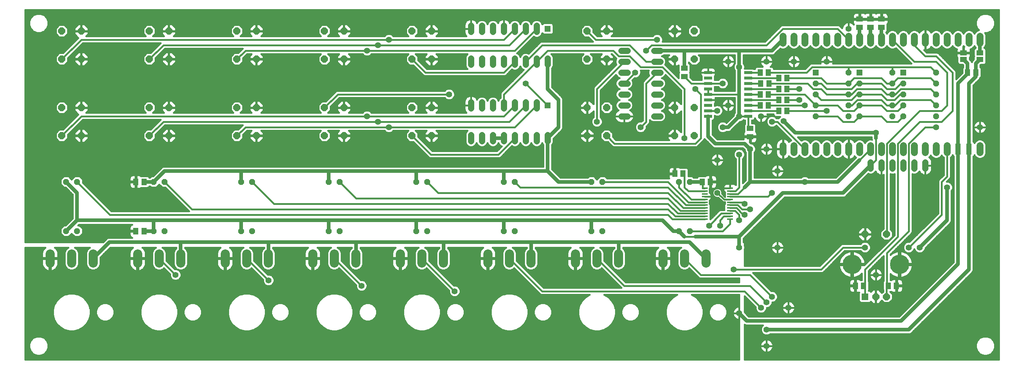
<source format=gbl>
G75*
%MOIN*%
%OFA0B0*%
%FSLAX25Y25*%
%IPPOS*%
%LPD*%
%AMOC8*
5,1,8,0,0,1.08239X$1,22.5*
%
%ADD10R,0.05906X0.05118*%
%ADD11R,0.05118X0.05906*%
%ADD12R,0.07283X0.02559*%
%ADD13R,0.05709X0.01772*%
%ADD14OC8,0.05600*%
%ADD15R,0.05600X0.05600*%
%ADD16C,0.08268*%
%ADD17OC8,0.06400*%
%ADD18R,0.06337X0.06337*%
%ADD19OC8,0.06337*%
%ADD20C,0.17717*%
%ADD21C,0.05600*%
%ADD22C,0.06337*%
%ADD23R,0.05000X0.10000*%
%ADD24R,0.06300X0.04600*%
%ADD25C,0.05512*%
%ADD26C,0.01600*%
%ADD27C,0.03200*%
D10*
X0665000Y0206260D03*
X0665000Y0213740D03*
X0605000Y0261260D03*
X0605000Y0268740D03*
X0765000Y0306260D03*
X0775000Y0306260D03*
X0785000Y0306260D03*
X0785000Y0313740D03*
X0775000Y0313740D03*
X0765000Y0313740D03*
D11*
X0681740Y0265000D03*
X0674260Y0265000D03*
X0674760Y0255000D03*
X0682240Y0255000D03*
X0691260Y0250000D03*
X0698740Y0250000D03*
X0698740Y0240000D03*
X0691260Y0240000D03*
X0681740Y0235000D03*
X0674260Y0235000D03*
X0674260Y0245000D03*
X0681740Y0245000D03*
X0691260Y0230000D03*
X0698740Y0230000D03*
X0698740Y0260000D03*
X0691260Y0260000D03*
X0863760Y0265000D03*
X0871240Y0265000D03*
X0628740Y0165000D03*
X0621260Y0165000D03*
X0603740Y0172500D03*
X0596260Y0172500D03*
X0761260Y0070000D03*
X0768740Y0070000D03*
X0791260Y0070000D03*
X0798740Y0070000D03*
X0111240Y0120000D03*
X0103760Y0120000D03*
X0103760Y0165000D03*
X0111240Y0165000D03*
D12*
X0626594Y0225000D03*
X0626594Y0230000D03*
X0626594Y0235000D03*
X0626594Y0240000D03*
X0626594Y0245000D03*
X0626594Y0250000D03*
X0626594Y0255000D03*
X0626594Y0260000D03*
X0626594Y0265000D03*
X0663406Y0265000D03*
X0663406Y0260000D03*
X0663406Y0255000D03*
X0663406Y0250000D03*
X0663406Y0245000D03*
X0663406Y0240000D03*
X0663406Y0235000D03*
X0663406Y0230000D03*
X0663406Y0225000D03*
D13*
X0646516Y0159075D03*
X0646516Y0156516D03*
X0646516Y0153957D03*
X0646516Y0151398D03*
X0646516Y0148839D03*
X0646516Y0146280D03*
X0646516Y0143720D03*
X0646516Y0141161D03*
X0646516Y0138602D03*
X0646516Y0136043D03*
X0646516Y0133484D03*
X0646516Y0130925D03*
X0623484Y0130925D03*
X0623484Y0133484D03*
X0623484Y0136043D03*
X0623484Y0138602D03*
X0623484Y0141161D03*
X0623484Y0143720D03*
X0623484Y0146280D03*
X0623484Y0148839D03*
X0623484Y0151398D03*
X0623484Y0153957D03*
X0623484Y0156516D03*
X0623484Y0159075D03*
D14*
X0610000Y0165000D03*
X0600000Y0165000D03*
X0530000Y0165000D03*
X0520000Y0165000D03*
X0450000Y0165000D03*
X0440000Y0165000D03*
X0370000Y0165000D03*
X0360000Y0165000D03*
X0290000Y0165000D03*
X0280000Y0165000D03*
X0210000Y0165000D03*
X0200000Y0165000D03*
X0130000Y0165000D03*
X0120000Y0165000D03*
X0050000Y0165000D03*
X0040000Y0165000D03*
X0040000Y0120000D03*
X0050000Y0120000D03*
X0120000Y0120000D03*
X0130000Y0120000D03*
X0200000Y0120000D03*
X0210000Y0120000D03*
X0280000Y0120000D03*
X0290000Y0120000D03*
X0360000Y0120000D03*
X0370000Y0120000D03*
X0440000Y0120000D03*
X0450000Y0120000D03*
X0520000Y0120000D03*
X0530000Y0120000D03*
X0600000Y0120000D03*
X0610000Y0120000D03*
X0725000Y0225000D03*
X0725000Y0235000D03*
X0725000Y0245000D03*
X0725000Y0255000D03*
X0755000Y0255000D03*
X0765000Y0255000D03*
X0765000Y0245000D03*
X0755000Y0245000D03*
X0755000Y0235000D03*
X0765000Y0235000D03*
X0765000Y0225000D03*
X0755000Y0225000D03*
X0795000Y0225000D03*
X0805000Y0225000D03*
X0805000Y0235000D03*
X0795000Y0235000D03*
X0795000Y0245000D03*
X0805000Y0245000D03*
X0805000Y0255000D03*
X0795000Y0255000D03*
X0795000Y0265000D03*
X0755000Y0265000D03*
X0835000Y0265000D03*
X0835000Y0255000D03*
X0835000Y0245000D03*
X0835000Y0235000D03*
X0835000Y0225000D03*
D15*
X0805000Y0265000D03*
X0765000Y0265000D03*
X0725000Y0265000D03*
X0480000Y0235000D03*
X0480000Y0305000D03*
D16*
X0464685Y0099134D02*
X0464685Y0090866D01*
X0445000Y0090866D02*
X0445000Y0099134D01*
X0425315Y0099134D02*
X0425315Y0090866D01*
X0384685Y0090866D02*
X0384685Y0099134D01*
X0365000Y0099134D02*
X0365000Y0090866D01*
X0345315Y0090866D02*
X0345315Y0099134D01*
X0304685Y0099134D02*
X0304685Y0090866D01*
X0285000Y0090866D02*
X0285000Y0099134D01*
X0265315Y0099134D02*
X0265315Y0090866D01*
X0224685Y0090866D02*
X0224685Y0099134D01*
X0205000Y0099134D02*
X0205000Y0090866D01*
X0185315Y0090866D02*
X0185315Y0099134D01*
X0144685Y0099134D02*
X0144685Y0090866D01*
X0125000Y0090866D02*
X0125000Y0099134D01*
X0105315Y0099134D02*
X0105315Y0090866D01*
X0064685Y0090866D02*
X0064685Y0099134D01*
X0045000Y0099134D02*
X0045000Y0090866D01*
X0025315Y0090866D02*
X0025315Y0099134D01*
X0505315Y0099134D02*
X0505315Y0090866D01*
X0525000Y0090866D02*
X0525000Y0099134D01*
X0544685Y0099134D02*
X0544685Y0090866D01*
X0585315Y0090866D02*
X0585315Y0099134D01*
X0605000Y0099134D02*
X0605000Y0090866D01*
X0624685Y0090866D02*
X0624685Y0099134D01*
D17*
X0613900Y0207200D03*
X0596100Y0207200D03*
X0596100Y0232800D03*
X0613900Y0232800D03*
X0533900Y0232800D03*
X0516100Y0232800D03*
X0516100Y0207200D03*
X0533900Y0207200D03*
X0533900Y0277200D03*
X0516100Y0277200D03*
X0516100Y0302800D03*
X0533900Y0302800D03*
X0596100Y0302800D03*
X0613900Y0302800D03*
X0613900Y0277200D03*
X0596100Y0277200D03*
X0373900Y0277200D03*
X0356100Y0277200D03*
X0356100Y0302800D03*
X0373900Y0302800D03*
X0293900Y0302800D03*
X0276100Y0302800D03*
X0276100Y0277200D03*
X0293900Y0277200D03*
X0213900Y0277200D03*
X0196100Y0277200D03*
X0196100Y0302800D03*
X0213900Y0302800D03*
X0133900Y0302800D03*
X0116100Y0302800D03*
X0116100Y0277200D03*
X0133900Y0277200D03*
X0053900Y0277200D03*
X0036100Y0277200D03*
X0036100Y0302800D03*
X0053900Y0302800D03*
X0053900Y0232800D03*
X0036100Y0232800D03*
X0036100Y0207200D03*
X0053900Y0207200D03*
X0116100Y0207200D03*
X0133900Y0207200D03*
X0133900Y0232800D03*
X0116100Y0232800D03*
X0196100Y0232800D03*
X0213900Y0232800D03*
X0213900Y0207200D03*
X0196100Y0207200D03*
X0276100Y0207200D03*
X0293900Y0207200D03*
X0293900Y0232800D03*
X0276100Y0232800D03*
X0356100Y0232800D03*
X0373900Y0232800D03*
X0373900Y0207200D03*
X0356100Y0207200D03*
D18*
X0770000Y0060000D03*
D19*
X0779843Y0060000D03*
X0789685Y0060000D03*
X0789685Y0117087D03*
X0770000Y0117087D03*
D20*
X0758189Y0089528D03*
X0801496Y0089528D03*
D21*
X0805000Y0177200D02*
X0805000Y0182800D01*
X0795000Y0182800D02*
X0795000Y0177200D01*
X0785000Y0177200D02*
X0785000Y0182800D01*
X0775000Y0182800D02*
X0775000Y0177200D01*
X0815000Y0177200D02*
X0815000Y0182800D01*
X0825000Y0182800D02*
X0825000Y0177200D01*
X0582800Y0225000D02*
X0577200Y0225000D01*
X0577200Y0235000D02*
X0582800Y0235000D01*
X0582800Y0245000D02*
X0577200Y0245000D01*
X0577200Y0255000D02*
X0582800Y0255000D01*
X0582800Y0265000D02*
X0577200Y0265000D01*
X0577200Y0275000D02*
X0582800Y0275000D01*
X0582800Y0285000D02*
X0577200Y0285000D01*
X0552800Y0285000D02*
X0547200Y0285000D01*
X0547200Y0275000D02*
X0552800Y0275000D01*
X0552800Y0265000D02*
X0547200Y0265000D01*
X0547200Y0255000D02*
X0552800Y0255000D01*
X0552800Y0245000D02*
X0547200Y0245000D01*
X0547200Y0235000D02*
X0552800Y0235000D01*
X0552800Y0225000D02*
X0547200Y0225000D01*
X0480000Y0207800D02*
X0480000Y0202200D01*
X0470000Y0202200D02*
X0470000Y0207800D01*
X0460000Y0207800D02*
X0460000Y0202200D01*
X0450000Y0202200D02*
X0450000Y0207800D01*
X0440000Y0207800D02*
X0440000Y0202200D01*
X0430000Y0202200D02*
X0430000Y0207800D01*
X0420000Y0207800D02*
X0420000Y0202200D01*
X0410000Y0202200D02*
X0410000Y0207800D01*
X0410000Y0232200D02*
X0410000Y0237800D01*
X0420000Y0237800D02*
X0420000Y0232200D01*
X0430000Y0232200D02*
X0430000Y0237800D01*
X0440000Y0237800D02*
X0440000Y0232200D01*
X0450000Y0232200D02*
X0450000Y0237800D01*
X0460000Y0237800D02*
X0460000Y0232200D01*
X0470000Y0232200D02*
X0470000Y0237800D01*
X0470000Y0272200D02*
X0470000Y0277800D01*
X0460000Y0277800D02*
X0460000Y0272200D01*
X0450000Y0272200D02*
X0450000Y0277800D01*
X0440000Y0277800D02*
X0440000Y0272200D01*
X0430000Y0272200D02*
X0430000Y0277800D01*
X0420000Y0277800D02*
X0420000Y0272200D01*
X0410000Y0272200D02*
X0410000Y0277800D01*
X0410000Y0302200D02*
X0410000Y0307800D01*
X0420000Y0307800D02*
X0420000Y0302200D01*
X0430000Y0302200D02*
X0430000Y0307800D01*
X0440000Y0307800D02*
X0440000Y0302200D01*
X0450000Y0302200D02*
X0450000Y0307800D01*
X0460000Y0307800D02*
X0460000Y0302200D01*
X0470000Y0302200D02*
X0470000Y0307800D01*
X0480000Y0277800D02*
X0480000Y0272200D01*
D22*
X0695000Y0291831D02*
X0695000Y0298169D01*
X0705000Y0298169D02*
X0705000Y0291831D01*
X0715000Y0291831D02*
X0715000Y0298169D01*
X0725000Y0298169D02*
X0725000Y0291831D01*
X0735000Y0291831D02*
X0735000Y0298169D01*
X0745000Y0298169D02*
X0745000Y0291831D01*
X0755000Y0291831D02*
X0755000Y0298169D01*
X0765000Y0298169D02*
X0765000Y0291831D01*
X0775000Y0291831D02*
X0775000Y0298169D01*
X0785000Y0298169D02*
X0785000Y0291831D01*
X0795000Y0291831D02*
X0795000Y0298169D01*
X0805000Y0298169D02*
X0805000Y0291831D01*
X0815000Y0291831D02*
X0815000Y0298169D01*
X0825000Y0298169D02*
X0825000Y0291831D01*
X0835000Y0291831D02*
X0835000Y0298169D01*
X0845000Y0298169D02*
X0845000Y0291831D01*
X0855000Y0291831D02*
X0855000Y0298169D01*
X0865000Y0298169D02*
X0865000Y0291831D01*
X0875000Y0291831D02*
X0875000Y0298169D01*
X0875000Y0198169D02*
X0875000Y0191831D01*
X0845000Y0191831D02*
X0845000Y0198169D01*
X0835000Y0198169D02*
X0835000Y0191831D01*
X0825000Y0191831D02*
X0825000Y0198169D01*
X0815000Y0198169D02*
X0815000Y0191831D01*
X0805000Y0191831D02*
X0805000Y0198169D01*
X0795000Y0198169D02*
X0795000Y0191831D01*
X0785000Y0191831D02*
X0785000Y0198169D01*
X0775000Y0198169D02*
X0775000Y0191831D01*
X0765000Y0191831D02*
X0765000Y0198169D01*
X0755000Y0198169D02*
X0755000Y0191831D01*
X0745000Y0191831D02*
X0745000Y0198169D01*
X0735000Y0198169D02*
X0735000Y0191831D01*
X0725000Y0191831D02*
X0725000Y0198169D01*
X0715000Y0198169D02*
X0715000Y0191831D01*
X0705000Y0191831D02*
X0705000Y0198169D01*
X0695000Y0198169D02*
X0695000Y0191831D01*
D23*
X0855000Y0195000D03*
X0865000Y0195000D03*
D24*
X0860000Y0277000D03*
X0860000Y0283000D03*
X0875000Y0283000D03*
X0875000Y0277000D03*
D25*
X0755000Y0305000D03*
X0735000Y0275000D03*
X0705000Y0275000D03*
X0680000Y0275000D03*
X0655000Y0270000D03*
X0645000Y0275000D03*
X0640000Y0255000D03*
X0615000Y0250000D03*
X0645000Y0235000D03*
X0635000Y0230000D03*
X0655000Y0225000D03*
X0640000Y0215000D03*
X0675000Y0225000D03*
X0685000Y0220000D03*
X0695580Y0220580D03*
X0715000Y0235000D03*
X0710000Y0240000D03*
X0710000Y0250000D03*
X0735000Y0230000D03*
X0780000Y0210000D03*
X0835000Y0215000D03*
X0875000Y0215000D03*
X0845000Y0160000D03*
X0820000Y0105000D03*
X0810000Y0105000D03*
X0770000Y0105000D03*
X0780000Y0080000D03*
X0700000Y0050000D03*
X0685000Y0060000D03*
X0680000Y0055000D03*
X0675000Y0050000D03*
X0655000Y0045000D03*
X0680000Y0030000D03*
X0680000Y0015000D03*
X0650000Y0085000D03*
X0655000Y0105000D03*
X0637500Y0125000D03*
X0627500Y0125000D03*
X0655000Y0130000D03*
X0660000Y0135000D03*
X0665000Y0140000D03*
X0660000Y0145000D03*
X0685000Y0155000D03*
X0715000Y0165000D03*
X0690000Y0175000D03*
X0655000Y0190000D03*
X0665000Y0195000D03*
X0680000Y0195000D03*
X0635000Y0185000D03*
X0605000Y0205000D03*
X0565000Y0215000D03*
X0525000Y0220000D03*
X0460000Y0255000D03*
X0390000Y0245000D03*
X0335000Y0215000D03*
X0325000Y0220000D03*
X0315000Y0225000D03*
X0315000Y0285000D03*
X0325000Y0290000D03*
X0335000Y0295000D03*
X0560000Y0265000D03*
X0570000Y0285000D03*
X0580000Y0295000D03*
X0635000Y0155000D03*
X0690000Y0105000D03*
X0395000Y0065000D03*
X0310000Y0070000D03*
X0225000Y0075000D03*
X0140000Y0080000D03*
D26*
X0002700Y0105000D02*
X0002700Y0002700D01*
X0655000Y0002700D01*
X0655000Y0045000D01*
X0655000Y0045000D01*
X0655000Y0061800D01*
X0611556Y0061800D01*
X0611625Y0061781D01*
X0615539Y0059522D01*
X0618734Y0056326D01*
X0620994Y0052412D01*
X0622164Y0048047D01*
X0622164Y0043528D01*
X0620994Y0039162D01*
X0618734Y0035249D01*
X0615539Y0032053D01*
X0611625Y0029793D01*
X0607260Y0028624D01*
X0602740Y0028624D01*
X0598375Y0029793D01*
X0594461Y0032053D01*
X0591266Y0035249D01*
X0589006Y0039162D01*
X0587836Y0043528D01*
X0587836Y0048047D01*
X0589006Y0052412D01*
X0591266Y0056326D01*
X0594461Y0059522D01*
X0598375Y0061781D01*
X0598444Y0061800D01*
X0531556Y0061800D01*
X0531625Y0061781D01*
X0535539Y0059522D01*
X0538734Y0056326D01*
X0540994Y0052412D01*
X0542164Y0048047D01*
X0542164Y0043528D01*
X0540994Y0039162D01*
X0538734Y0035249D01*
X0535539Y0032053D01*
X0531625Y0029793D01*
X0527260Y0028624D01*
X0522740Y0028624D01*
X0518375Y0029793D01*
X0514461Y0032053D01*
X0511266Y0035249D01*
X0509006Y0039162D01*
X0507836Y0043528D01*
X0507836Y0048047D01*
X0509006Y0052412D01*
X0511266Y0056326D01*
X0514461Y0059522D01*
X0518375Y0061781D01*
X0518444Y0061800D01*
X0474363Y0061800D01*
X0473187Y0062287D01*
X0449424Y0086050D01*
X0448701Y0085327D01*
X0446300Y0084332D01*
X0443700Y0084332D01*
X0441299Y0085327D01*
X0439461Y0087165D01*
X0438466Y0089566D01*
X0438466Y0100434D01*
X0439461Y0102835D01*
X0441299Y0104673D01*
X0442088Y0105000D01*
X0429717Y0105000D01*
X0430161Y0104660D01*
X0430841Y0103980D01*
X0431426Y0103217D01*
X0431907Y0102384D01*
X0432274Y0101496D01*
X0432523Y0100568D01*
X0432649Y0099615D01*
X0432649Y0095578D01*
X0425893Y0095578D01*
X0425893Y0094422D01*
X0432649Y0094422D01*
X0432649Y0090385D01*
X0432523Y0089432D01*
X0432274Y0088504D01*
X0431907Y0087615D01*
X0431426Y0086783D01*
X0430841Y0086020D01*
X0430161Y0085340D01*
X0429398Y0084755D01*
X0428566Y0084274D01*
X0427677Y0083907D01*
X0426749Y0083658D01*
X0425893Y0083545D01*
X0425893Y0094422D01*
X0424737Y0094422D01*
X0424737Y0083545D01*
X0423881Y0083658D01*
X0422952Y0083907D01*
X0422064Y0084274D01*
X0421232Y0084755D01*
X0420469Y0085340D01*
X0419789Y0086020D01*
X0419204Y0086783D01*
X0418723Y0087615D01*
X0418355Y0088504D01*
X0418107Y0089432D01*
X0417981Y0090385D01*
X0417981Y0094422D01*
X0424737Y0094422D01*
X0424737Y0095578D01*
X0417981Y0095578D01*
X0417981Y0099615D01*
X0418107Y0100568D01*
X0418355Y0101496D01*
X0418723Y0102384D01*
X0419204Y0103217D01*
X0419789Y0103980D01*
X0420469Y0104660D01*
X0420913Y0105000D01*
X0389000Y0105000D01*
X0389000Y0104059D01*
X0390224Y0102835D01*
X0391219Y0100434D01*
X0391219Y0089566D01*
X0390224Y0087165D01*
X0388386Y0085327D01*
X0385985Y0084332D01*
X0383385Y0084332D01*
X0380984Y0085327D01*
X0379146Y0087165D01*
X0378151Y0089566D01*
X0378151Y0100434D01*
X0379146Y0102835D01*
X0380984Y0104673D01*
X0381000Y0104680D01*
X0381000Y0105000D01*
X0367912Y0105000D01*
X0368701Y0104673D01*
X0370539Y0102835D01*
X0371534Y0100434D01*
X0371534Y0092992D01*
X0394370Y0070156D01*
X0396026Y0070156D01*
X0397921Y0069371D01*
X0399371Y0067921D01*
X0400156Y0066026D01*
X0400156Y0063974D01*
X0399371Y0062079D01*
X0397921Y0060629D01*
X0396026Y0059844D01*
X0393974Y0059844D01*
X0392079Y0060629D01*
X0390629Y0062079D01*
X0389844Y0063974D01*
X0389844Y0065630D01*
X0369424Y0086050D01*
X0368701Y0085327D01*
X0366300Y0084332D01*
X0363700Y0084332D01*
X0361299Y0085327D01*
X0359461Y0087165D01*
X0358466Y0089566D01*
X0358466Y0100434D01*
X0359461Y0102835D01*
X0361299Y0104673D01*
X0362088Y0105000D01*
X0349717Y0105000D01*
X0350161Y0104660D01*
X0350841Y0103980D01*
X0351426Y0103217D01*
X0351907Y0102384D01*
X0352274Y0101496D01*
X0352523Y0100568D01*
X0352649Y0099615D01*
X0352649Y0095578D01*
X0345893Y0095578D01*
X0345893Y0094422D01*
X0352649Y0094422D01*
X0352649Y0090385D01*
X0352523Y0089432D01*
X0352274Y0088504D01*
X0351907Y0087615D01*
X0351426Y0086783D01*
X0350841Y0086020D01*
X0350161Y0085340D01*
X0349398Y0084755D01*
X0348566Y0084274D01*
X0347677Y0083907D01*
X0346749Y0083658D01*
X0345893Y0083545D01*
X0345893Y0094422D01*
X0344737Y0094422D01*
X0344737Y0083545D01*
X0343881Y0083658D01*
X0342952Y0083907D01*
X0342064Y0084274D01*
X0341232Y0084755D01*
X0340469Y0085340D01*
X0339789Y0086020D01*
X0339204Y0086783D01*
X0338723Y0087615D01*
X0338355Y0088504D01*
X0338107Y0089432D01*
X0337981Y0090385D01*
X0337981Y0094422D01*
X0344737Y0094422D01*
X0344737Y0095578D01*
X0337981Y0095578D01*
X0337981Y0099615D01*
X0338107Y0100568D01*
X0338355Y0101496D01*
X0338723Y0102384D01*
X0339204Y0103217D01*
X0339789Y0103980D01*
X0340469Y0104660D01*
X0340913Y0105000D01*
X0309000Y0105000D01*
X0309000Y0104059D01*
X0310224Y0102835D01*
X0311219Y0100434D01*
X0311219Y0089566D01*
X0310224Y0087165D01*
X0308386Y0085327D01*
X0305985Y0084332D01*
X0303385Y0084332D01*
X0300984Y0085327D01*
X0299146Y0087165D01*
X0298151Y0089566D01*
X0298151Y0100434D01*
X0299146Y0102835D01*
X0300984Y0104673D01*
X0301000Y0104680D01*
X0301000Y0105000D01*
X0287912Y0105000D01*
X0288701Y0104673D01*
X0290539Y0102835D01*
X0291534Y0100434D01*
X0291534Y0092992D01*
X0309370Y0075156D01*
X0311026Y0075156D01*
X0312921Y0074371D01*
X0314371Y0072921D01*
X0315156Y0071026D01*
X0315156Y0068974D01*
X0314371Y0067079D01*
X0312921Y0065629D01*
X0311026Y0064844D01*
X0308974Y0064844D01*
X0307079Y0065629D01*
X0305629Y0067079D01*
X0304844Y0068974D01*
X0304844Y0070630D01*
X0289424Y0086050D01*
X0288701Y0085327D01*
X0286300Y0084332D01*
X0283700Y0084332D01*
X0281299Y0085327D01*
X0279461Y0087165D01*
X0278466Y0089566D01*
X0278466Y0100434D01*
X0279461Y0102835D01*
X0281299Y0104673D01*
X0282088Y0105000D01*
X0269717Y0105000D01*
X0270161Y0104660D01*
X0270841Y0103980D01*
X0271426Y0103217D01*
X0271907Y0102384D01*
X0272274Y0101496D01*
X0272523Y0100568D01*
X0272649Y0099615D01*
X0272649Y0095578D01*
X0265893Y0095578D01*
X0265893Y0094422D01*
X0272649Y0094422D01*
X0272649Y0090385D01*
X0272523Y0089432D01*
X0272274Y0088504D01*
X0271907Y0087615D01*
X0271426Y0086783D01*
X0270841Y0086020D01*
X0270161Y0085340D01*
X0269398Y0084755D01*
X0268566Y0084274D01*
X0267677Y0083907D01*
X0266749Y0083658D01*
X0265893Y0083545D01*
X0265893Y0094422D01*
X0264737Y0094422D01*
X0264737Y0083545D01*
X0263881Y0083658D01*
X0262952Y0083907D01*
X0262064Y0084274D01*
X0261232Y0084755D01*
X0260469Y0085340D01*
X0259789Y0086020D01*
X0259204Y0086783D01*
X0258723Y0087615D01*
X0258355Y0088504D01*
X0258107Y0089432D01*
X0257981Y0090385D01*
X0257981Y0094422D01*
X0264737Y0094422D01*
X0264737Y0095578D01*
X0257981Y0095578D01*
X0257981Y0099615D01*
X0258107Y0100568D01*
X0258355Y0101496D01*
X0258723Y0102384D01*
X0259204Y0103217D01*
X0259789Y0103980D01*
X0260469Y0104660D01*
X0260913Y0105000D01*
X0229000Y0105000D01*
X0229000Y0104059D01*
X0230224Y0102835D01*
X0231219Y0100434D01*
X0231219Y0089566D01*
X0230224Y0087165D01*
X0228386Y0085327D01*
X0225985Y0084332D01*
X0223385Y0084332D01*
X0220984Y0085327D01*
X0219146Y0087165D01*
X0218151Y0089566D01*
X0218151Y0100434D01*
X0219146Y0102835D01*
X0220984Y0104673D01*
X0221000Y0104680D01*
X0221000Y0105000D01*
X0207912Y0105000D01*
X0208701Y0104673D01*
X0210539Y0102835D01*
X0211534Y0100434D01*
X0211534Y0092992D01*
X0224370Y0080156D01*
X0226026Y0080156D01*
X0227921Y0079371D01*
X0229371Y0077921D01*
X0230156Y0076026D01*
X0230156Y0073974D01*
X0229371Y0072079D01*
X0227921Y0070629D01*
X0226026Y0069844D01*
X0223974Y0069844D01*
X0222079Y0070629D01*
X0220629Y0072079D01*
X0219844Y0073974D01*
X0219844Y0075630D01*
X0209424Y0086050D01*
X0208701Y0085327D01*
X0206300Y0084332D01*
X0203700Y0084332D01*
X0201299Y0085327D01*
X0199461Y0087165D01*
X0198466Y0089566D01*
X0198466Y0100434D01*
X0199461Y0102835D01*
X0201299Y0104673D01*
X0202088Y0105000D01*
X0189717Y0105000D01*
X0190161Y0104660D01*
X0190841Y0103980D01*
X0191426Y0103217D01*
X0191907Y0102384D01*
X0192274Y0101496D01*
X0192523Y0100568D01*
X0192649Y0099615D01*
X0192649Y0095578D01*
X0185893Y0095578D01*
X0185893Y0094422D01*
X0192649Y0094422D01*
X0192649Y0090385D01*
X0192523Y0089432D01*
X0192274Y0088504D01*
X0191907Y0087615D01*
X0191426Y0086783D01*
X0190841Y0086020D01*
X0190161Y0085340D01*
X0189398Y0084755D01*
X0188566Y0084274D01*
X0187677Y0083907D01*
X0186749Y0083658D01*
X0185893Y0083545D01*
X0185893Y0094422D01*
X0184737Y0094422D01*
X0184737Y0083545D01*
X0183881Y0083658D01*
X0182952Y0083907D01*
X0182064Y0084274D01*
X0181232Y0084755D01*
X0180469Y0085340D01*
X0179789Y0086020D01*
X0179204Y0086783D01*
X0178723Y0087615D01*
X0178355Y0088504D01*
X0178107Y0089432D01*
X0177981Y0090385D01*
X0177981Y0094422D01*
X0184737Y0094422D01*
X0184737Y0095578D01*
X0177981Y0095578D01*
X0177981Y0099615D01*
X0178107Y0100568D01*
X0178355Y0101496D01*
X0178723Y0102384D01*
X0179204Y0103217D01*
X0179789Y0103980D01*
X0180469Y0104660D01*
X0180913Y0105000D01*
X0148685Y0105000D01*
X0148685Y0104374D01*
X0150224Y0102835D01*
X0151219Y0100434D01*
X0151219Y0089566D01*
X0150224Y0087165D01*
X0148386Y0085327D01*
X0145985Y0084332D01*
X0143385Y0084332D01*
X0140984Y0085327D01*
X0139146Y0087165D01*
X0138151Y0089566D01*
X0138151Y0100434D01*
X0139146Y0102835D01*
X0140685Y0104374D01*
X0140685Y0105000D01*
X0127912Y0105000D01*
X0128701Y0104673D01*
X0130539Y0102835D01*
X0131534Y0100434D01*
X0131534Y0092992D01*
X0139370Y0085156D01*
X0141026Y0085156D01*
X0142921Y0084371D01*
X0144371Y0082921D01*
X0145156Y0081026D01*
X0145156Y0078974D01*
X0144371Y0077079D01*
X0142921Y0075629D01*
X0141026Y0074844D01*
X0138974Y0074844D01*
X0137079Y0075629D01*
X0135629Y0077079D01*
X0134844Y0078974D01*
X0134844Y0080630D01*
X0129424Y0086050D01*
X0128701Y0085327D01*
X0126300Y0084332D01*
X0123700Y0084332D01*
X0121299Y0085327D01*
X0119461Y0087165D01*
X0118466Y0089566D01*
X0118466Y0100434D01*
X0119461Y0102835D01*
X0121299Y0104673D01*
X0122088Y0105000D01*
X0109717Y0105000D01*
X0110161Y0104660D01*
X0110841Y0103980D01*
X0111426Y0103217D01*
X0111907Y0102384D01*
X0112274Y0101496D01*
X0112523Y0100568D01*
X0112649Y0099615D01*
X0112649Y0095578D01*
X0105893Y0095578D01*
X0105893Y0094422D01*
X0112649Y0094422D01*
X0112649Y0090385D01*
X0112523Y0089432D01*
X0112274Y0088504D01*
X0111907Y0087615D01*
X0111426Y0086783D01*
X0110841Y0086020D01*
X0110161Y0085340D01*
X0109398Y0084755D01*
X0108566Y0084274D01*
X0107677Y0083907D01*
X0106749Y0083658D01*
X0105893Y0083545D01*
X0105893Y0094422D01*
X0104737Y0094422D01*
X0104737Y0083545D01*
X0103881Y0083658D01*
X0102952Y0083907D01*
X0102064Y0084274D01*
X0101232Y0084755D01*
X0100469Y0085340D01*
X0099789Y0086020D01*
X0099204Y0086783D01*
X0098723Y0087615D01*
X0098355Y0088504D01*
X0098107Y0089432D01*
X0097981Y0090385D01*
X0097981Y0094422D01*
X0104737Y0094422D01*
X0104737Y0095578D01*
X0097981Y0095578D01*
X0097981Y0099615D01*
X0098107Y0100568D01*
X0098355Y0101496D01*
X0098723Y0102384D01*
X0099204Y0103217D01*
X0099789Y0103980D01*
X0100469Y0104660D01*
X0100913Y0105000D01*
X0080342Y0105000D01*
X0071219Y0095877D01*
X0071219Y0089566D01*
X0070224Y0087165D01*
X0068386Y0085327D01*
X0065985Y0084332D01*
X0063385Y0084332D01*
X0060984Y0085327D01*
X0059146Y0087165D01*
X0058151Y0089566D01*
X0058151Y0100434D01*
X0059146Y0102835D01*
X0060984Y0104673D01*
X0061773Y0105000D01*
X0047912Y0105000D01*
X0048701Y0104673D01*
X0050539Y0102835D01*
X0051534Y0100434D01*
X0051534Y0089566D01*
X0050539Y0087165D01*
X0048701Y0085327D01*
X0046300Y0084332D01*
X0043700Y0084332D01*
X0041299Y0085327D01*
X0039461Y0087165D01*
X0038466Y0089566D01*
X0038466Y0100434D01*
X0039461Y0102835D01*
X0041299Y0104673D01*
X0042088Y0105000D01*
X0029717Y0105000D01*
X0030161Y0104660D01*
X0030841Y0103980D01*
X0031426Y0103217D01*
X0031907Y0102384D01*
X0032274Y0101496D01*
X0032523Y0100568D01*
X0032649Y0099615D01*
X0032649Y0095578D01*
X0025893Y0095578D01*
X0025893Y0094422D01*
X0032649Y0094422D01*
X0032649Y0090385D01*
X0032523Y0089432D01*
X0032274Y0088504D01*
X0031907Y0087615D01*
X0031426Y0086783D01*
X0030841Y0086020D01*
X0030161Y0085340D01*
X0029398Y0084755D01*
X0028566Y0084274D01*
X0027677Y0083907D01*
X0026749Y0083658D01*
X0025893Y0083545D01*
X0025893Y0094422D01*
X0024737Y0094422D01*
X0024737Y0083545D01*
X0023881Y0083658D01*
X0022952Y0083907D01*
X0022064Y0084274D01*
X0021232Y0084755D01*
X0020469Y0085340D01*
X0019789Y0086020D01*
X0019204Y0086783D01*
X0018723Y0087615D01*
X0018355Y0088504D01*
X0018107Y0089432D01*
X0017981Y0090385D01*
X0017981Y0094422D01*
X0024737Y0094422D01*
X0024737Y0095578D01*
X0017981Y0095578D01*
X0017981Y0099615D01*
X0018107Y0100568D01*
X0018355Y0101496D01*
X0018723Y0102384D01*
X0019204Y0103217D01*
X0019789Y0103980D01*
X0020469Y0104660D01*
X0020913Y0105000D01*
X0002700Y0105000D01*
X0002700Y0103903D02*
X0019731Y0103903D01*
X0018690Y0102305D02*
X0002700Y0102305D01*
X0002700Y0100706D02*
X0018144Y0100706D01*
X0017981Y0099108D02*
X0002700Y0099108D01*
X0002700Y0097509D02*
X0017981Y0097509D01*
X0017981Y0095911D02*
X0002700Y0095911D01*
X0002700Y0094312D02*
X0017981Y0094312D01*
X0017981Y0092714D02*
X0002700Y0092714D01*
X0002700Y0091115D02*
X0017981Y0091115D01*
X0018095Y0089517D02*
X0002700Y0089517D01*
X0002700Y0087918D02*
X0018598Y0087918D01*
X0019559Y0086320D02*
X0002700Y0086320D01*
X0002700Y0084721D02*
X0021291Y0084721D01*
X0024737Y0084721D02*
X0025893Y0084721D01*
X0025893Y0086320D02*
X0024737Y0086320D01*
X0024737Y0087918D02*
X0025893Y0087918D01*
X0025893Y0089517D02*
X0024737Y0089517D01*
X0024737Y0091115D02*
X0025893Y0091115D01*
X0025893Y0092714D02*
X0024737Y0092714D01*
X0024737Y0094312D02*
X0025893Y0094312D01*
X0032649Y0094312D02*
X0038466Y0094312D01*
X0038466Y0092714D02*
X0032649Y0092714D01*
X0032649Y0091115D02*
X0038466Y0091115D01*
X0038487Y0089517D02*
X0032534Y0089517D01*
X0032032Y0087918D02*
X0039149Y0087918D01*
X0040306Y0086320D02*
X0031070Y0086320D01*
X0029339Y0084721D02*
X0042762Y0084721D01*
X0047238Y0084721D02*
X0062447Y0084721D01*
X0059991Y0086320D02*
X0049694Y0086320D01*
X0050851Y0087918D02*
X0058834Y0087918D01*
X0058172Y0089517D02*
X0051513Y0089517D01*
X0051534Y0091115D02*
X0058151Y0091115D01*
X0058151Y0092714D02*
X0051534Y0092714D01*
X0051534Y0094312D02*
X0058151Y0094312D01*
X0058151Y0095911D02*
X0051534Y0095911D01*
X0051534Y0097509D02*
X0058151Y0097509D01*
X0058151Y0099108D02*
X0051534Y0099108D01*
X0051421Y0100706D02*
X0058264Y0100706D01*
X0058926Y0102305D02*
X0050759Y0102305D01*
X0049471Y0103903D02*
X0060214Y0103903D01*
X0074450Y0099108D02*
X0097981Y0099108D01*
X0097981Y0097509D02*
X0072851Y0097509D01*
X0071253Y0095911D02*
X0097981Y0095911D01*
X0097981Y0094312D02*
X0071219Y0094312D01*
X0071219Y0092714D02*
X0097981Y0092714D01*
X0097981Y0091115D02*
X0071219Y0091115D01*
X0071198Y0089517D02*
X0098095Y0089517D01*
X0098598Y0087918D02*
X0070536Y0087918D01*
X0069379Y0086320D02*
X0099559Y0086320D01*
X0101291Y0084721D02*
X0066923Y0084721D01*
X0076048Y0100706D02*
X0098144Y0100706D01*
X0098690Y0102305D02*
X0077647Y0102305D01*
X0079245Y0103903D02*
X0099731Y0103903D01*
X0110899Y0103903D02*
X0120529Y0103903D01*
X0119241Y0102305D02*
X0111940Y0102305D01*
X0112486Y0100706D02*
X0118579Y0100706D01*
X0118466Y0099108D02*
X0112649Y0099108D01*
X0112649Y0097509D02*
X0118466Y0097509D01*
X0118466Y0095911D02*
X0112649Y0095911D01*
X0112649Y0094312D02*
X0118466Y0094312D01*
X0118466Y0092714D02*
X0112649Y0092714D01*
X0112649Y0091115D02*
X0118466Y0091115D01*
X0118487Y0089517D02*
X0112534Y0089517D01*
X0112032Y0087918D02*
X0119149Y0087918D01*
X0120306Y0086320D02*
X0111070Y0086320D01*
X0109339Y0084721D02*
X0122762Y0084721D01*
X0127238Y0084721D02*
X0130753Y0084721D01*
X0132352Y0083123D02*
X0002700Y0083123D01*
X0002700Y0081524D02*
X0133950Y0081524D01*
X0134844Y0079926D02*
X0002700Y0079926D01*
X0002700Y0078327D02*
X0135112Y0078327D01*
X0135980Y0076729D02*
X0002700Y0076729D01*
X0002700Y0075130D02*
X0138284Y0075130D01*
X0141716Y0075130D02*
X0219844Y0075130D01*
X0220028Y0073532D02*
X0002700Y0073532D01*
X0002700Y0071933D02*
X0220775Y0071933D01*
X0222790Y0070334D02*
X0002700Y0070334D01*
X0002700Y0068736D02*
X0304943Y0068736D01*
X0304844Y0070334D02*
X0227209Y0070334D01*
X0229225Y0071933D02*
X0303541Y0071933D01*
X0301943Y0073532D02*
X0229972Y0073532D01*
X0230156Y0075130D02*
X0300344Y0075130D01*
X0298746Y0076729D02*
X0229865Y0076729D01*
X0228964Y0078327D02*
X0297147Y0078327D01*
X0295549Y0079926D02*
X0226582Y0079926D01*
X0223001Y0081524D02*
X0293950Y0081524D01*
X0292352Y0083123D02*
X0221403Y0083123D01*
X0222447Y0084721D02*
X0219804Y0084721D01*
X0219991Y0086320D02*
X0218206Y0086320D01*
X0218834Y0087918D02*
X0216607Y0087918D01*
X0218172Y0089517D02*
X0215009Y0089517D01*
X0213410Y0091115D02*
X0218151Y0091115D01*
X0218151Y0092714D02*
X0211812Y0092714D01*
X0211534Y0094312D02*
X0218151Y0094312D01*
X0218151Y0095911D02*
X0211534Y0095911D01*
X0211534Y0097509D02*
X0218151Y0097509D01*
X0218151Y0099108D02*
X0211534Y0099108D01*
X0211421Y0100706D02*
X0218264Y0100706D01*
X0218926Y0102305D02*
X0210759Y0102305D01*
X0209471Y0103903D02*
X0220214Y0103903D01*
X0229156Y0103903D02*
X0259731Y0103903D01*
X0258690Y0102305D02*
X0230444Y0102305D01*
X0231106Y0100706D02*
X0258144Y0100706D01*
X0257981Y0099108D02*
X0231219Y0099108D01*
X0231219Y0097509D02*
X0257981Y0097509D01*
X0257981Y0095911D02*
X0231219Y0095911D01*
X0231219Y0094312D02*
X0257981Y0094312D01*
X0257981Y0092714D02*
X0231219Y0092714D01*
X0231219Y0091115D02*
X0257981Y0091115D01*
X0258095Y0089517D02*
X0231198Y0089517D01*
X0230536Y0087918D02*
X0258598Y0087918D01*
X0259559Y0086320D02*
X0229379Y0086320D01*
X0226923Y0084721D02*
X0261291Y0084721D01*
X0264737Y0084721D02*
X0265893Y0084721D01*
X0265893Y0086320D02*
X0264737Y0086320D01*
X0264737Y0087918D02*
X0265893Y0087918D01*
X0265893Y0089517D02*
X0264737Y0089517D01*
X0264737Y0091115D02*
X0265893Y0091115D01*
X0265893Y0092714D02*
X0264737Y0092714D01*
X0264737Y0094312D02*
X0265893Y0094312D01*
X0272649Y0094312D02*
X0278466Y0094312D01*
X0278466Y0092714D02*
X0272649Y0092714D01*
X0272649Y0091115D02*
X0278466Y0091115D01*
X0278487Y0089517D02*
X0272534Y0089517D01*
X0272032Y0087918D02*
X0279149Y0087918D01*
X0280306Y0086320D02*
X0271070Y0086320D01*
X0269339Y0084721D02*
X0282762Y0084721D01*
X0287238Y0084721D02*
X0290753Y0084721D01*
X0295009Y0089517D02*
X0298172Y0089517D01*
X0298151Y0091115D02*
X0293410Y0091115D01*
X0291812Y0092714D02*
X0298151Y0092714D01*
X0298151Y0094312D02*
X0291534Y0094312D01*
X0291534Y0095911D02*
X0298151Y0095911D01*
X0298151Y0097509D02*
X0291534Y0097509D01*
X0291534Y0099108D02*
X0298151Y0099108D01*
X0298264Y0100706D02*
X0291421Y0100706D01*
X0290759Y0102305D02*
X0298926Y0102305D01*
X0300214Y0103903D02*
X0289471Y0103903D01*
X0280529Y0103903D02*
X0270899Y0103903D01*
X0271940Y0102305D02*
X0279241Y0102305D01*
X0278579Y0100706D02*
X0272486Y0100706D01*
X0272649Y0099108D02*
X0278466Y0099108D01*
X0278466Y0097509D02*
X0272649Y0097509D01*
X0272649Y0095911D02*
X0278466Y0095911D01*
X0285000Y0095000D02*
X0310000Y0070000D01*
X0314780Y0071933D02*
X0383541Y0071933D01*
X0381943Y0073532D02*
X0313760Y0073532D01*
X0311088Y0075130D02*
X0380344Y0075130D01*
X0378746Y0076729D02*
X0307797Y0076729D01*
X0306198Y0078327D02*
X0377147Y0078327D01*
X0375549Y0079926D02*
X0304600Y0079926D01*
X0303001Y0081524D02*
X0373950Y0081524D01*
X0372352Y0083123D02*
X0301403Y0083123D01*
X0302447Y0084721D02*
X0299804Y0084721D01*
X0299991Y0086320D02*
X0298206Y0086320D01*
X0298834Y0087918D02*
X0296607Y0087918D01*
X0306923Y0084721D02*
X0341291Y0084721D01*
X0339559Y0086320D02*
X0309379Y0086320D01*
X0310536Y0087918D02*
X0338598Y0087918D01*
X0338095Y0089517D02*
X0311198Y0089517D01*
X0311219Y0091115D02*
X0337981Y0091115D01*
X0337981Y0092714D02*
X0311219Y0092714D01*
X0311219Y0094312D02*
X0337981Y0094312D01*
X0337981Y0095911D02*
X0311219Y0095911D01*
X0311219Y0097509D02*
X0337981Y0097509D01*
X0337981Y0099108D02*
X0311219Y0099108D01*
X0311106Y0100706D02*
X0338144Y0100706D01*
X0338690Y0102305D02*
X0310444Y0102305D01*
X0309156Y0103903D02*
X0339731Y0103903D01*
X0350899Y0103903D02*
X0360529Y0103903D01*
X0359241Y0102305D02*
X0351940Y0102305D01*
X0352486Y0100706D02*
X0358579Y0100706D01*
X0358466Y0099108D02*
X0352649Y0099108D01*
X0352649Y0097509D02*
X0358466Y0097509D01*
X0358466Y0095911D02*
X0352649Y0095911D01*
X0352649Y0094312D02*
X0358466Y0094312D01*
X0358466Y0092714D02*
X0352649Y0092714D01*
X0352649Y0091115D02*
X0358466Y0091115D01*
X0358487Y0089517D02*
X0352534Y0089517D01*
X0352032Y0087918D02*
X0359149Y0087918D01*
X0360306Y0086320D02*
X0351070Y0086320D01*
X0349339Y0084721D02*
X0362762Y0084721D01*
X0367238Y0084721D02*
X0370753Y0084721D01*
X0375009Y0089517D02*
X0378172Y0089517D01*
X0378151Y0091115D02*
X0373410Y0091115D01*
X0371812Y0092714D02*
X0378151Y0092714D01*
X0378151Y0094312D02*
X0371534Y0094312D01*
X0371534Y0095911D02*
X0378151Y0095911D01*
X0378151Y0097509D02*
X0371534Y0097509D01*
X0371534Y0099108D02*
X0378151Y0099108D01*
X0378264Y0100706D02*
X0371421Y0100706D01*
X0370759Y0102305D02*
X0378926Y0102305D01*
X0380214Y0103903D02*
X0369471Y0103903D01*
X0365000Y0095000D02*
X0395000Y0065000D01*
X0398556Y0068736D02*
X0466739Y0068736D01*
X0468337Y0067137D02*
X0399695Y0067137D01*
X0400156Y0065539D02*
X0469936Y0065539D01*
X0471534Y0063940D02*
X0400142Y0063940D01*
X0399480Y0062342D02*
X0440467Y0062342D01*
X0438375Y0061781D02*
X0434461Y0059522D01*
X0431266Y0056326D01*
X0429006Y0052412D01*
X0427836Y0048047D01*
X0427836Y0043528D01*
X0429006Y0039162D01*
X0431266Y0035249D01*
X0434461Y0032053D01*
X0438375Y0029793D01*
X0442740Y0028624D01*
X0447260Y0028624D01*
X0451625Y0029793D01*
X0455539Y0032053D01*
X0458734Y0035249D01*
X0460994Y0039162D01*
X0462164Y0043528D01*
X0462164Y0048047D01*
X0460994Y0052412D01*
X0458734Y0056326D01*
X0455539Y0059522D01*
X0451625Y0061781D01*
X0447260Y0062951D01*
X0442740Y0062951D01*
X0438375Y0061781D01*
X0436577Y0060743D02*
X0398035Y0060743D01*
X0391965Y0060743D02*
X0373423Y0060743D01*
X0371625Y0061781D02*
X0367260Y0062951D01*
X0362740Y0062951D01*
X0358375Y0061781D01*
X0354461Y0059522D01*
X0351266Y0056326D01*
X0349006Y0052412D01*
X0347836Y0048047D01*
X0347836Y0043528D01*
X0349006Y0039162D01*
X0351266Y0035249D01*
X0354461Y0032053D01*
X0358375Y0029793D01*
X0362740Y0028624D01*
X0367260Y0028624D01*
X0371625Y0029793D01*
X0375539Y0032053D01*
X0378734Y0035249D01*
X0380994Y0039162D01*
X0382164Y0043528D01*
X0382164Y0048047D01*
X0380994Y0052412D01*
X0378734Y0056326D01*
X0375539Y0059522D01*
X0371625Y0061781D01*
X0369533Y0062342D02*
X0390520Y0062342D01*
X0389858Y0063940D02*
X0002700Y0063940D01*
X0002700Y0062342D02*
X0040467Y0062342D01*
X0038375Y0061781D02*
X0034461Y0059522D01*
X0031266Y0056326D01*
X0029006Y0052412D01*
X0027836Y0048047D01*
X0027836Y0043528D01*
X0029006Y0039162D01*
X0031266Y0035249D01*
X0034461Y0032053D01*
X0038375Y0029793D01*
X0042740Y0028624D01*
X0047260Y0028624D01*
X0051625Y0029793D01*
X0055539Y0032053D01*
X0058734Y0035249D01*
X0060994Y0039162D01*
X0062164Y0043528D01*
X0062164Y0048047D01*
X0060994Y0052412D01*
X0058734Y0056326D01*
X0055539Y0059522D01*
X0051625Y0061781D01*
X0047260Y0062951D01*
X0042740Y0062951D01*
X0038375Y0061781D01*
X0036577Y0060743D02*
X0002700Y0060743D01*
X0002700Y0059145D02*
X0034084Y0059145D01*
X0032486Y0057546D02*
X0002700Y0057546D01*
X0002700Y0055948D02*
X0031047Y0055948D01*
X0030124Y0054349D02*
X0002700Y0054349D01*
X0002700Y0052751D02*
X0029201Y0052751D01*
X0028668Y0051152D02*
X0002700Y0051152D01*
X0002700Y0049554D02*
X0028240Y0049554D01*
X0027836Y0047955D02*
X0002700Y0047955D01*
X0002700Y0046357D02*
X0027836Y0046357D01*
X0027836Y0044758D02*
X0002700Y0044758D01*
X0002700Y0043160D02*
X0027935Y0043160D01*
X0028363Y0041561D02*
X0002700Y0041561D01*
X0002700Y0039963D02*
X0028791Y0039963D01*
X0029467Y0038364D02*
X0002700Y0038364D01*
X0002700Y0036766D02*
X0030390Y0036766D01*
X0031347Y0035167D02*
X0002700Y0035167D01*
X0002700Y0033569D02*
X0032945Y0033569D01*
X0034604Y0031970D02*
X0002700Y0031970D01*
X0002700Y0030372D02*
X0037373Y0030372D01*
X0042182Y0028773D02*
X0002700Y0028773D01*
X0002700Y0027175D02*
X0655000Y0027175D01*
X0655000Y0028773D02*
X0607818Y0028773D01*
X0612627Y0030372D02*
X0655000Y0030372D01*
X0655000Y0031970D02*
X0615396Y0031970D01*
X0617055Y0033569D02*
X0655000Y0033569D01*
X0655000Y0035167D02*
X0618653Y0035167D01*
X0619610Y0036766D02*
X0655000Y0036766D01*
X0655000Y0038364D02*
X0639491Y0038364D01*
X0640413Y0038746D02*
X0642750Y0041083D01*
X0644014Y0044135D01*
X0644014Y0047439D01*
X0642750Y0050492D01*
X0640413Y0052828D01*
X0637361Y0054093D01*
X0634057Y0054093D01*
X0631004Y0052828D01*
X0628668Y0050492D01*
X0627403Y0047439D01*
X0627403Y0044135D01*
X0628668Y0041083D01*
X0631004Y0038746D01*
X0634057Y0037482D01*
X0637361Y0037482D01*
X0640413Y0038746D01*
X0641630Y0039963D02*
X0651800Y0039963D01*
X0651878Y0039906D02*
X0652714Y0039480D01*
X0653605Y0039191D01*
X0654531Y0039044D01*
X0655000Y0039044D01*
X0655000Y0045000D01*
X0655000Y0050956D01*
X0654531Y0050956D01*
X0653605Y0050809D01*
X0652714Y0050520D01*
X0651878Y0050094D01*
X0651120Y0049543D01*
X0650457Y0048880D01*
X0649906Y0048122D01*
X0649480Y0047286D01*
X0649191Y0046395D01*
X0649044Y0045469D01*
X0649044Y0045000D01*
X0655000Y0045000D01*
X0655000Y0045000D01*
X0655000Y0045000D01*
X0649044Y0045000D01*
X0649044Y0044531D01*
X0649191Y0043605D01*
X0649480Y0042714D01*
X0649906Y0041878D01*
X0650457Y0041120D01*
X0651120Y0040457D01*
X0651878Y0039906D01*
X0650136Y0041561D02*
X0642948Y0041561D01*
X0643610Y0043160D02*
X0649335Y0043160D01*
X0649044Y0044758D02*
X0644014Y0044758D01*
X0644014Y0046357D02*
X0649185Y0046357D01*
X0649821Y0047955D02*
X0643800Y0047955D01*
X0643138Y0049554D02*
X0651135Y0049554D01*
X0655000Y0049554D02*
X0655000Y0049554D01*
X0655000Y0051152D02*
X0642089Y0051152D01*
X0640491Y0052751D02*
X0655000Y0052751D01*
X0655000Y0054349D02*
X0619876Y0054349D01*
X0620799Y0052751D02*
X0630926Y0052751D01*
X0629328Y0051152D02*
X0621332Y0051152D01*
X0621760Y0049554D02*
X0628279Y0049554D01*
X0627617Y0047955D02*
X0622164Y0047955D01*
X0622164Y0046357D02*
X0627403Y0046357D01*
X0627403Y0044758D02*
X0622164Y0044758D01*
X0622065Y0043160D02*
X0627807Y0043160D01*
X0628469Y0041561D02*
X0621637Y0041561D01*
X0621209Y0039963D02*
X0629788Y0039963D01*
X0631926Y0038364D02*
X0620533Y0038364D01*
X0602182Y0028773D02*
X0527818Y0028773D01*
X0532627Y0030372D02*
X0597373Y0030372D01*
X0594604Y0031970D02*
X0535396Y0031970D01*
X0537055Y0033569D02*
X0592945Y0033569D01*
X0591347Y0035167D02*
X0538653Y0035167D01*
X0539610Y0036766D02*
X0590390Y0036766D01*
X0589467Y0038364D02*
X0559491Y0038364D01*
X0560413Y0038746D02*
X0562750Y0041083D01*
X0564014Y0044135D01*
X0564014Y0047439D01*
X0562750Y0050492D01*
X0560413Y0052828D01*
X0557361Y0054093D01*
X0554057Y0054093D01*
X0551004Y0052828D01*
X0548668Y0050492D01*
X0547403Y0047439D01*
X0547403Y0044135D01*
X0548668Y0041083D01*
X0551004Y0038746D01*
X0554057Y0037482D01*
X0557361Y0037482D01*
X0560413Y0038746D01*
X0561630Y0039963D02*
X0588791Y0039963D01*
X0588363Y0041561D02*
X0562948Y0041561D01*
X0563610Y0043160D02*
X0587935Y0043160D01*
X0587836Y0044758D02*
X0564014Y0044758D01*
X0564014Y0046357D02*
X0587836Y0046357D01*
X0587836Y0047955D02*
X0563800Y0047955D01*
X0563138Y0049554D02*
X0588240Y0049554D01*
X0588668Y0051152D02*
X0562089Y0051152D01*
X0560491Y0052751D02*
X0589201Y0052751D01*
X0590124Y0054349D02*
X0539876Y0054349D01*
X0540799Y0052751D02*
X0550926Y0052751D01*
X0549328Y0051152D02*
X0541332Y0051152D01*
X0541760Y0049554D02*
X0548279Y0049554D01*
X0547617Y0047955D02*
X0542164Y0047955D01*
X0542164Y0046357D02*
X0547403Y0046357D01*
X0547403Y0044758D02*
X0542164Y0044758D01*
X0542065Y0043160D02*
X0547807Y0043160D01*
X0548469Y0041561D02*
X0541637Y0041561D01*
X0541209Y0039963D02*
X0549788Y0039963D01*
X0551926Y0038364D02*
X0540533Y0038364D01*
X0522182Y0028773D02*
X0447818Y0028773D01*
X0452627Y0030372D02*
X0517373Y0030372D01*
X0514604Y0031970D02*
X0455396Y0031970D01*
X0457055Y0033569D02*
X0512945Y0033569D01*
X0511347Y0035167D02*
X0458653Y0035167D01*
X0459610Y0036766D02*
X0510390Y0036766D01*
X0509467Y0038364D02*
X0479491Y0038364D01*
X0480413Y0038746D02*
X0482750Y0041083D01*
X0484014Y0044135D01*
X0484014Y0047439D01*
X0482750Y0050492D01*
X0480413Y0052828D01*
X0477361Y0054093D01*
X0474057Y0054093D01*
X0471004Y0052828D01*
X0468668Y0050492D01*
X0467403Y0047439D01*
X0467403Y0044135D01*
X0468668Y0041083D01*
X0471004Y0038746D01*
X0474057Y0037482D01*
X0477361Y0037482D01*
X0480413Y0038746D01*
X0481630Y0039963D02*
X0508791Y0039963D01*
X0508363Y0041561D02*
X0482948Y0041561D01*
X0483610Y0043160D02*
X0507935Y0043160D01*
X0507836Y0044758D02*
X0484014Y0044758D01*
X0484014Y0046357D02*
X0507836Y0046357D01*
X0507836Y0047955D02*
X0483800Y0047955D01*
X0483138Y0049554D02*
X0508240Y0049554D01*
X0508668Y0051152D02*
X0482089Y0051152D01*
X0480491Y0052751D02*
X0509201Y0052751D01*
X0510124Y0054349D02*
X0459876Y0054349D01*
X0460799Y0052751D02*
X0470926Y0052751D01*
X0469328Y0051152D02*
X0461332Y0051152D01*
X0461760Y0049554D02*
X0468279Y0049554D01*
X0467617Y0047955D02*
X0462164Y0047955D01*
X0462164Y0046357D02*
X0467403Y0046357D01*
X0467403Y0044758D02*
X0462164Y0044758D01*
X0462065Y0043160D02*
X0467807Y0043160D01*
X0468469Y0041561D02*
X0461637Y0041561D01*
X0461209Y0039963D02*
X0469787Y0039963D01*
X0471926Y0038364D02*
X0460533Y0038364D01*
X0442182Y0028773D02*
X0367818Y0028773D01*
X0372627Y0030372D02*
X0437373Y0030372D01*
X0434604Y0031970D02*
X0375396Y0031970D01*
X0377055Y0033569D02*
X0432945Y0033569D01*
X0431347Y0035167D02*
X0378653Y0035167D01*
X0379610Y0036766D02*
X0430390Y0036766D01*
X0429467Y0038364D02*
X0399491Y0038364D01*
X0400413Y0038746D02*
X0402750Y0041083D01*
X0404014Y0044135D01*
X0404014Y0047439D01*
X0402750Y0050492D01*
X0400413Y0052828D01*
X0397361Y0054093D01*
X0394057Y0054093D01*
X0391004Y0052828D01*
X0388668Y0050492D01*
X0387403Y0047439D01*
X0387403Y0044135D01*
X0388668Y0041083D01*
X0391004Y0038746D01*
X0394057Y0037482D01*
X0397361Y0037482D01*
X0400413Y0038746D01*
X0401630Y0039963D02*
X0428791Y0039963D01*
X0428363Y0041561D02*
X0402948Y0041561D01*
X0403610Y0043160D02*
X0427935Y0043160D01*
X0427836Y0044758D02*
X0404014Y0044758D01*
X0404014Y0046357D02*
X0427836Y0046357D01*
X0427836Y0047955D02*
X0403800Y0047955D01*
X0403138Y0049554D02*
X0428240Y0049554D01*
X0428668Y0051152D02*
X0402089Y0051152D01*
X0400491Y0052751D02*
X0429201Y0052751D01*
X0430124Y0054349D02*
X0379876Y0054349D01*
X0380799Y0052751D02*
X0390926Y0052751D01*
X0389328Y0051152D02*
X0381332Y0051152D01*
X0381760Y0049554D02*
X0388279Y0049554D01*
X0387617Y0047955D02*
X0382164Y0047955D01*
X0382164Y0046357D02*
X0387403Y0046357D01*
X0387403Y0044758D02*
X0382164Y0044758D01*
X0382065Y0043160D02*
X0387807Y0043160D01*
X0388469Y0041561D02*
X0381637Y0041561D01*
X0381209Y0039963D02*
X0389787Y0039963D01*
X0391926Y0038364D02*
X0380533Y0038364D01*
X0362182Y0028773D02*
X0287818Y0028773D01*
X0287260Y0028624D02*
X0291625Y0029793D01*
X0295539Y0032053D01*
X0298734Y0035249D01*
X0300994Y0039162D01*
X0302164Y0043528D01*
X0302164Y0048047D01*
X0300994Y0052412D01*
X0298734Y0056326D01*
X0295539Y0059522D01*
X0291625Y0061781D01*
X0287260Y0062951D01*
X0282740Y0062951D01*
X0278375Y0061781D01*
X0274461Y0059522D01*
X0271266Y0056326D01*
X0269006Y0052412D01*
X0267836Y0048047D01*
X0267836Y0043528D01*
X0269006Y0039162D01*
X0271266Y0035249D01*
X0274461Y0032053D01*
X0278375Y0029793D01*
X0282740Y0028624D01*
X0287260Y0028624D01*
X0282182Y0028773D02*
X0207818Y0028773D01*
X0207260Y0028624D02*
X0211625Y0029793D01*
X0215539Y0032053D01*
X0218734Y0035249D01*
X0220994Y0039162D01*
X0222164Y0043528D01*
X0222164Y0048047D01*
X0220994Y0052412D01*
X0218734Y0056326D01*
X0215539Y0059522D01*
X0211625Y0061781D01*
X0207260Y0062951D01*
X0202740Y0062951D01*
X0198375Y0061781D01*
X0194461Y0059522D01*
X0191266Y0056326D01*
X0189006Y0052412D01*
X0187836Y0048047D01*
X0187836Y0043528D01*
X0189006Y0039162D01*
X0191266Y0035249D01*
X0194461Y0032053D01*
X0198375Y0029793D01*
X0202740Y0028624D01*
X0207260Y0028624D01*
X0202182Y0028773D02*
X0127818Y0028773D01*
X0127260Y0028624D02*
X0131625Y0029793D01*
X0135539Y0032053D01*
X0138734Y0035249D01*
X0140994Y0039162D01*
X0142164Y0043528D01*
X0142164Y0048047D01*
X0140994Y0052412D01*
X0138734Y0056326D01*
X0135539Y0059522D01*
X0131625Y0061781D01*
X0127260Y0062951D01*
X0122740Y0062951D01*
X0118375Y0061781D01*
X0114461Y0059522D01*
X0111266Y0056326D01*
X0109006Y0052412D01*
X0107836Y0048047D01*
X0107836Y0043528D01*
X0109006Y0039162D01*
X0111266Y0035249D01*
X0114461Y0032053D01*
X0118375Y0029793D01*
X0122740Y0028624D01*
X0127260Y0028624D01*
X0122182Y0028773D02*
X0047818Y0028773D01*
X0052627Y0030372D02*
X0117373Y0030372D01*
X0114604Y0031970D02*
X0055396Y0031970D01*
X0057055Y0033569D02*
X0112945Y0033569D01*
X0111347Y0035167D02*
X0058653Y0035167D01*
X0059610Y0036766D02*
X0110390Y0036766D01*
X0109467Y0038364D02*
X0079491Y0038364D01*
X0080413Y0038746D02*
X0082750Y0041083D01*
X0084014Y0044135D01*
X0084014Y0047439D01*
X0082750Y0050492D01*
X0080413Y0052828D01*
X0077361Y0054093D01*
X0074057Y0054093D01*
X0071004Y0052828D01*
X0068668Y0050492D01*
X0067403Y0047439D01*
X0067403Y0044135D01*
X0068668Y0041083D01*
X0071004Y0038746D01*
X0074057Y0037482D01*
X0077361Y0037482D01*
X0080413Y0038746D01*
X0081630Y0039963D02*
X0108791Y0039963D01*
X0108363Y0041561D02*
X0082948Y0041561D01*
X0083610Y0043160D02*
X0107935Y0043160D01*
X0107836Y0044758D02*
X0084014Y0044758D01*
X0084014Y0046357D02*
X0107836Y0046357D01*
X0107836Y0047955D02*
X0083800Y0047955D01*
X0083138Y0049554D02*
X0108240Y0049554D01*
X0108668Y0051152D02*
X0082089Y0051152D01*
X0080491Y0052751D02*
X0109201Y0052751D01*
X0110124Y0054349D02*
X0059876Y0054349D01*
X0060799Y0052751D02*
X0070926Y0052751D01*
X0069328Y0051152D02*
X0061332Y0051152D01*
X0061760Y0049554D02*
X0068279Y0049554D01*
X0067617Y0047955D02*
X0062164Y0047955D01*
X0062164Y0046357D02*
X0067403Y0046357D01*
X0067403Y0044758D02*
X0062164Y0044758D01*
X0062065Y0043160D02*
X0067807Y0043160D01*
X0068469Y0041561D02*
X0061637Y0041561D01*
X0061209Y0039963D02*
X0069788Y0039963D01*
X0071926Y0038364D02*
X0060533Y0038364D01*
X0058953Y0055948D02*
X0111047Y0055948D01*
X0112486Y0057546D02*
X0057514Y0057546D01*
X0055916Y0059145D02*
X0114084Y0059145D01*
X0116577Y0060743D02*
X0053423Y0060743D01*
X0049533Y0062342D02*
X0120467Y0062342D01*
X0129533Y0062342D02*
X0200467Y0062342D01*
X0196577Y0060743D02*
X0133423Y0060743D01*
X0135916Y0059145D02*
X0194084Y0059145D01*
X0192486Y0057546D02*
X0137514Y0057546D01*
X0138953Y0055948D02*
X0191047Y0055948D01*
X0190124Y0054349D02*
X0139876Y0054349D01*
X0140799Y0052751D02*
X0150926Y0052751D01*
X0151004Y0052828D02*
X0148668Y0050492D01*
X0147403Y0047439D01*
X0147403Y0044135D01*
X0148668Y0041083D01*
X0151004Y0038746D01*
X0154057Y0037482D01*
X0157361Y0037482D01*
X0160413Y0038746D01*
X0162750Y0041083D01*
X0164014Y0044135D01*
X0164014Y0047439D01*
X0162750Y0050492D01*
X0160413Y0052828D01*
X0157361Y0054093D01*
X0154057Y0054093D01*
X0151004Y0052828D01*
X0149328Y0051152D02*
X0141332Y0051152D01*
X0141760Y0049554D02*
X0148279Y0049554D01*
X0147617Y0047955D02*
X0142164Y0047955D01*
X0142164Y0046357D02*
X0147403Y0046357D01*
X0147403Y0044758D02*
X0142164Y0044758D01*
X0142065Y0043160D02*
X0147807Y0043160D01*
X0148469Y0041561D02*
X0141637Y0041561D01*
X0141209Y0039963D02*
X0149788Y0039963D01*
X0151926Y0038364D02*
X0140533Y0038364D01*
X0139610Y0036766D02*
X0190390Y0036766D01*
X0189467Y0038364D02*
X0159491Y0038364D01*
X0161630Y0039963D02*
X0188791Y0039963D01*
X0188363Y0041561D02*
X0162948Y0041561D01*
X0163610Y0043160D02*
X0187935Y0043160D01*
X0187836Y0044758D02*
X0164014Y0044758D01*
X0164014Y0046357D02*
X0187836Y0046357D01*
X0187836Y0047955D02*
X0163800Y0047955D01*
X0163138Y0049554D02*
X0188240Y0049554D01*
X0188668Y0051152D02*
X0162089Y0051152D01*
X0160491Y0052751D02*
X0189201Y0052751D01*
X0209533Y0062342D02*
X0280467Y0062342D01*
X0276577Y0060743D02*
X0213423Y0060743D01*
X0215916Y0059145D02*
X0274084Y0059145D01*
X0272486Y0057546D02*
X0217514Y0057546D01*
X0218953Y0055948D02*
X0271047Y0055948D01*
X0270124Y0054349D02*
X0219876Y0054349D01*
X0220799Y0052751D02*
X0230926Y0052751D01*
X0231004Y0052828D02*
X0228668Y0050492D01*
X0227403Y0047439D01*
X0227403Y0044135D01*
X0228668Y0041083D01*
X0231004Y0038746D01*
X0234057Y0037482D01*
X0237361Y0037482D01*
X0240413Y0038746D01*
X0242750Y0041083D01*
X0244014Y0044135D01*
X0244014Y0047439D01*
X0242750Y0050492D01*
X0240413Y0052828D01*
X0237361Y0054093D01*
X0234057Y0054093D01*
X0231004Y0052828D01*
X0229328Y0051152D02*
X0221332Y0051152D01*
X0221760Y0049554D02*
X0228279Y0049554D01*
X0227617Y0047955D02*
X0222164Y0047955D01*
X0222164Y0046357D02*
X0227403Y0046357D01*
X0227403Y0044758D02*
X0222164Y0044758D01*
X0222065Y0043160D02*
X0227807Y0043160D01*
X0228469Y0041561D02*
X0221637Y0041561D01*
X0221209Y0039963D02*
X0229787Y0039963D01*
X0231926Y0038364D02*
X0220533Y0038364D01*
X0219610Y0036766D02*
X0270390Y0036766D01*
X0269467Y0038364D02*
X0239491Y0038364D01*
X0241630Y0039963D02*
X0268791Y0039963D01*
X0268363Y0041561D02*
X0242948Y0041561D01*
X0243610Y0043160D02*
X0267935Y0043160D01*
X0267836Y0044758D02*
X0244014Y0044758D01*
X0244014Y0046357D02*
X0267836Y0046357D01*
X0267836Y0047955D02*
X0243800Y0047955D01*
X0243138Y0049554D02*
X0268240Y0049554D01*
X0268668Y0051152D02*
X0242089Y0051152D01*
X0240491Y0052751D02*
X0269201Y0052751D01*
X0289533Y0062342D02*
X0360467Y0062342D01*
X0356577Y0060743D02*
X0293423Y0060743D01*
X0295916Y0059145D02*
X0354084Y0059145D01*
X0352486Y0057546D02*
X0297514Y0057546D01*
X0298953Y0055948D02*
X0351047Y0055948D01*
X0350124Y0054349D02*
X0299876Y0054349D01*
X0300799Y0052751D02*
X0310926Y0052751D01*
X0311004Y0052828D02*
X0308668Y0050492D01*
X0307403Y0047439D01*
X0307403Y0044135D01*
X0308668Y0041083D01*
X0311004Y0038746D01*
X0314057Y0037482D01*
X0317361Y0037482D01*
X0320413Y0038746D01*
X0322750Y0041083D01*
X0324014Y0044135D01*
X0324014Y0047439D01*
X0322750Y0050492D01*
X0320413Y0052828D01*
X0317361Y0054093D01*
X0314057Y0054093D01*
X0311004Y0052828D01*
X0309328Y0051152D02*
X0301332Y0051152D01*
X0301760Y0049554D02*
X0308279Y0049554D01*
X0307617Y0047955D02*
X0302164Y0047955D01*
X0302164Y0046357D02*
X0307403Y0046357D01*
X0307403Y0044758D02*
X0302164Y0044758D01*
X0302065Y0043160D02*
X0307807Y0043160D01*
X0308469Y0041561D02*
X0301637Y0041561D01*
X0301209Y0039963D02*
X0309788Y0039963D01*
X0311926Y0038364D02*
X0300533Y0038364D01*
X0299610Y0036766D02*
X0350390Y0036766D01*
X0349467Y0038364D02*
X0319491Y0038364D01*
X0321630Y0039963D02*
X0348791Y0039963D01*
X0348363Y0041561D02*
X0322948Y0041561D01*
X0323610Y0043160D02*
X0347935Y0043160D01*
X0347836Y0044758D02*
X0324014Y0044758D01*
X0324014Y0046357D02*
X0347836Y0046357D01*
X0347836Y0047955D02*
X0323800Y0047955D01*
X0323138Y0049554D02*
X0348240Y0049554D01*
X0348668Y0051152D02*
X0322089Y0051152D01*
X0320491Y0052751D02*
X0349201Y0052751D01*
X0375916Y0059145D02*
X0434084Y0059145D01*
X0432486Y0057546D02*
X0377514Y0057546D01*
X0378953Y0055948D02*
X0431047Y0055948D01*
X0449533Y0062342D02*
X0473133Y0062342D01*
X0475000Y0065000D02*
X0445000Y0095000D01*
X0451534Y0094312D02*
X0458151Y0094312D01*
X0458151Y0092714D02*
X0451812Y0092714D01*
X0451534Y0092992D02*
X0451534Y0100434D01*
X0450539Y0102835D01*
X0448701Y0104673D01*
X0447912Y0105000D01*
X0461000Y0105000D01*
X0461000Y0104680D01*
X0460984Y0104673D01*
X0459146Y0102835D01*
X0458151Y0100434D01*
X0458151Y0089566D01*
X0459146Y0087165D01*
X0460984Y0085327D01*
X0463385Y0084332D01*
X0465985Y0084332D01*
X0468386Y0085327D01*
X0470224Y0087165D01*
X0471219Y0089566D01*
X0471219Y0100434D01*
X0470224Y0102835D01*
X0469000Y0104059D01*
X0469000Y0105000D01*
X0500913Y0105000D01*
X0500469Y0104660D01*
X0499789Y0103980D01*
X0499204Y0103217D01*
X0498723Y0102384D01*
X0498355Y0101496D01*
X0498107Y0100568D01*
X0497981Y0099615D01*
X0497981Y0095578D01*
X0504737Y0095578D01*
X0504737Y0094422D01*
X0505893Y0094422D01*
X0505893Y0095578D01*
X0512649Y0095578D01*
X0512649Y0099615D01*
X0512523Y0100568D01*
X0512274Y0101496D01*
X0511907Y0102384D01*
X0511426Y0103217D01*
X0510841Y0103980D01*
X0510161Y0104660D01*
X0509717Y0105000D01*
X0522088Y0105000D01*
X0521299Y0104673D01*
X0519461Y0102835D01*
X0518466Y0100434D01*
X0518466Y0089566D01*
X0519461Y0087165D01*
X0521299Y0085327D01*
X0523700Y0084332D01*
X0526300Y0084332D01*
X0528701Y0085327D01*
X0529424Y0086050D01*
X0547275Y0068200D01*
X0476325Y0068200D01*
X0451534Y0092992D01*
X0453410Y0091115D02*
X0458151Y0091115D01*
X0458172Y0089517D02*
X0455009Y0089517D01*
X0456607Y0087918D02*
X0458834Y0087918D01*
X0458206Y0086320D02*
X0459991Y0086320D01*
X0459804Y0084721D02*
X0462447Y0084721D01*
X0461403Y0083123D02*
X0532352Y0083123D01*
X0530753Y0084721D02*
X0527238Y0084721D01*
X0522762Y0084721D02*
X0509339Y0084721D01*
X0509398Y0084755D02*
X0510161Y0085340D01*
X0510841Y0086020D01*
X0511426Y0086783D01*
X0511907Y0087615D01*
X0512274Y0088504D01*
X0512523Y0089432D01*
X0512649Y0090385D01*
X0512649Y0094422D01*
X0505893Y0094422D01*
X0505893Y0083545D01*
X0506749Y0083658D01*
X0507677Y0083907D01*
X0508566Y0084274D01*
X0509398Y0084755D01*
X0511070Y0086320D02*
X0520306Y0086320D01*
X0519149Y0087918D02*
X0512032Y0087918D01*
X0512534Y0089517D02*
X0518487Y0089517D01*
X0518466Y0091115D02*
X0512649Y0091115D01*
X0512649Y0092714D02*
X0518466Y0092714D01*
X0518466Y0094312D02*
X0512649Y0094312D01*
X0512649Y0095911D02*
X0518466Y0095911D01*
X0518466Y0097509D02*
X0512649Y0097509D01*
X0512649Y0099108D02*
X0518466Y0099108D01*
X0518579Y0100706D02*
X0512486Y0100706D01*
X0511940Y0102305D02*
X0519241Y0102305D01*
X0520529Y0103903D02*
X0510899Y0103903D01*
X0499731Y0103903D02*
X0469156Y0103903D01*
X0470444Y0102305D02*
X0498690Y0102305D01*
X0498144Y0100706D02*
X0471106Y0100706D01*
X0471219Y0099108D02*
X0497981Y0099108D01*
X0497981Y0097509D02*
X0471219Y0097509D01*
X0471219Y0095911D02*
X0497981Y0095911D01*
X0497981Y0094422D02*
X0497981Y0090385D01*
X0498107Y0089432D01*
X0498355Y0088504D01*
X0498723Y0087615D01*
X0499204Y0086783D01*
X0499789Y0086020D01*
X0500469Y0085340D01*
X0501232Y0084755D01*
X0502064Y0084274D01*
X0502952Y0083907D01*
X0503881Y0083658D01*
X0504737Y0083545D01*
X0504737Y0094422D01*
X0497981Y0094422D01*
X0497981Y0094312D02*
X0471219Y0094312D01*
X0471219Y0092714D02*
X0497981Y0092714D01*
X0497981Y0091115D02*
X0471219Y0091115D01*
X0471198Y0089517D02*
X0498095Y0089517D01*
X0498598Y0087918D02*
X0470536Y0087918D01*
X0469379Y0086320D02*
X0499559Y0086320D01*
X0501291Y0084721D02*
X0466923Y0084721D01*
X0463001Y0081524D02*
X0533950Y0081524D01*
X0535549Y0079926D02*
X0464600Y0079926D01*
X0466198Y0078327D02*
X0537147Y0078327D01*
X0538746Y0076729D02*
X0467797Y0076729D01*
X0469395Y0075130D02*
X0540344Y0075130D01*
X0541943Y0073532D02*
X0470994Y0073532D01*
X0472592Y0071933D02*
X0543542Y0071933D01*
X0545140Y0070334D02*
X0474191Y0070334D01*
X0475789Y0068736D02*
X0546739Y0068736D01*
X0550000Y0070000D02*
X0665000Y0070000D01*
X0680000Y0055000D01*
X0685156Y0054844D02*
X0686026Y0054844D01*
X0687921Y0055629D01*
X0689371Y0057079D01*
X0690156Y0058974D01*
X0690156Y0061026D01*
X0689371Y0062921D01*
X0687921Y0064371D01*
X0686026Y0065156D01*
X0684370Y0065156D01*
X0667725Y0081800D01*
X0730637Y0081800D01*
X0731813Y0082287D01*
X0751325Y0101800D01*
X0765908Y0101800D01*
X0767079Y0100629D01*
X0768974Y0099844D01*
X0771026Y0099844D01*
X0772921Y0100629D01*
X0774371Y0102079D01*
X0775156Y0103974D01*
X0775156Y0106026D01*
X0774371Y0107921D01*
X0772921Y0109371D01*
X0771026Y0110156D01*
X0768974Y0110156D01*
X0767079Y0109371D01*
X0765908Y0108200D01*
X0749363Y0108200D01*
X0748187Y0107713D01*
X0747287Y0106813D01*
X0728675Y0088200D01*
X0660000Y0088200D01*
X0660000Y0103598D01*
X0660156Y0103974D01*
X0660156Y0106026D01*
X0660000Y0106402D01*
X0660000Y0110000D01*
X0659000Y0110000D01*
X0659000Y0113343D01*
X0696657Y0151000D01*
X0750796Y0151000D01*
X0752266Y0151609D01*
X0753391Y0152734D01*
X0773040Y0172383D01*
X0773966Y0172000D01*
X0776034Y0172000D01*
X0777946Y0172792D01*
X0779408Y0174254D01*
X0779569Y0174643D01*
X0779868Y0174055D01*
X0780423Y0173291D01*
X0781091Y0172623D01*
X0781855Y0172068D01*
X0782697Y0171640D01*
X0783595Y0171348D01*
X0784528Y0171200D01*
X0785000Y0171200D01*
X0785472Y0171200D01*
X0786405Y0171348D01*
X0786800Y0171476D01*
X0786800Y0122077D01*
X0784117Y0119393D01*
X0784117Y0114780D01*
X0787378Y0111518D01*
X0791992Y0111518D01*
X0795254Y0114780D01*
X0795254Y0119393D01*
X0793200Y0121447D01*
X0793200Y0172317D01*
X0793966Y0172000D01*
X0796034Y0172000D01*
X0796800Y0172317D01*
X0796800Y0116325D01*
X0769202Y0088728D01*
X0758989Y0088728D01*
X0758989Y0090328D01*
X0757389Y0090328D01*
X0757389Y0101572D01*
X0756166Y0101434D01*
X0754846Y0101133D01*
X0753567Y0100685D01*
X0752347Y0100098D01*
X0751200Y0099377D01*
X0750141Y0098533D01*
X0749184Y0097575D01*
X0748339Y0096516D01*
X0747619Y0095370D01*
X0747031Y0094149D01*
X0746584Y0092871D01*
X0746282Y0091551D01*
X0746145Y0090328D01*
X0757389Y0090328D01*
X0757389Y0088728D01*
X0746145Y0088728D01*
X0746282Y0087505D01*
X0746584Y0086184D01*
X0747031Y0084906D01*
X0747619Y0083686D01*
X0748339Y0082539D01*
X0749184Y0081480D01*
X0750141Y0080522D01*
X0751200Y0079678D01*
X0752347Y0078957D01*
X0753567Y0078370D01*
X0754846Y0077922D01*
X0756166Y0077621D01*
X0757389Y0077483D01*
X0757389Y0088727D01*
X0758989Y0088727D01*
X0758989Y0077483D01*
X0760212Y0077621D01*
X0761532Y0077922D01*
X0762811Y0078370D01*
X0764031Y0078957D01*
X0765178Y0079678D01*
X0766237Y0080522D01*
X0766800Y0081086D01*
X0766800Y0075353D01*
X0765944Y0075353D01*
X0765859Y0075438D01*
X0765335Y0075789D01*
X0764752Y0076030D01*
X0764134Y0076153D01*
X0761739Y0076153D01*
X0761739Y0070480D01*
X0760780Y0070480D01*
X0760780Y0076153D01*
X0758386Y0076153D01*
X0757767Y0076030D01*
X0757185Y0075789D01*
X0756661Y0075438D01*
X0756215Y0074993D01*
X0755865Y0074469D01*
X0755624Y0073886D01*
X0755501Y0073268D01*
X0755501Y0070480D01*
X0760780Y0070480D01*
X0760780Y0069520D01*
X0761739Y0069520D01*
X0761739Y0063847D01*
X0764134Y0063847D01*
X0764549Y0063930D01*
X0764431Y0063646D01*
X0764431Y0056354D01*
X0764797Y0055472D01*
X0765472Y0054797D01*
X0766354Y0054431D01*
X0773646Y0054431D01*
X0774528Y0054797D01*
X0775203Y0055472D01*
X0775250Y0055586D01*
X0777205Y0053631D01*
X0779658Y0053631D01*
X0779658Y0059816D01*
X0780027Y0059816D01*
X0780027Y0053631D01*
X0782480Y0053631D01*
X0785329Y0056481D01*
X0787378Y0054431D01*
X0791992Y0054431D01*
X0795254Y0057693D01*
X0795254Y0062307D01*
X0792913Y0064647D01*
X0794056Y0064647D01*
X0794141Y0064562D01*
X0794665Y0064211D01*
X0795248Y0063970D01*
X0795866Y0063847D01*
X0798261Y0063847D01*
X0798261Y0069520D01*
X0799220Y0069520D01*
X0799220Y0063847D01*
X0801614Y0063847D01*
X0802233Y0063970D01*
X0802815Y0064211D01*
X0803339Y0064562D01*
X0803785Y0065007D01*
X0804135Y0065531D01*
X0804376Y0066114D01*
X0804499Y0066732D01*
X0804499Y0069520D01*
X0799220Y0069520D01*
X0799220Y0070480D01*
X0798261Y0070480D01*
X0798261Y0076153D01*
X0795866Y0076153D01*
X0795248Y0076030D01*
X0794665Y0075789D01*
X0794141Y0075438D01*
X0794056Y0075353D01*
X0793200Y0075353D01*
X0793200Y0080771D01*
X0793448Y0080522D01*
X0794507Y0079678D01*
X0795654Y0078957D01*
X0796874Y0078370D01*
X0798153Y0077922D01*
X0799473Y0077621D01*
X0800696Y0077483D01*
X0800696Y0088727D01*
X0802296Y0088727D01*
X0802296Y0077483D01*
X0803519Y0077621D01*
X0804839Y0077922D01*
X0806118Y0078370D01*
X0807338Y0078957D01*
X0808485Y0079678D01*
X0809544Y0080522D01*
X0810501Y0081480D01*
X0811346Y0082539D01*
X0812066Y0083686D01*
X0812654Y0084906D01*
X0813101Y0086184D01*
X0813403Y0087505D01*
X0813540Y0088728D01*
X0802296Y0088728D01*
X0802296Y0090328D01*
X0800696Y0090328D01*
X0800696Y0101572D01*
X0799473Y0101434D01*
X0798153Y0101133D01*
X0796874Y0100685D01*
X0795654Y0100098D01*
X0794507Y0099377D01*
X0793448Y0098533D01*
X0793200Y0098284D01*
X0793200Y0098675D01*
X0811813Y0117287D01*
X0812713Y0118187D01*
X0813200Y0119363D01*
X0813200Y0172317D01*
X0813966Y0172000D01*
X0816034Y0172000D01*
X0817946Y0172792D01*
X0819408Y0174254D01*
X0819569Y0174643D01*
X0819868Y0174055D01*
X0820423Y0173291D01*
X0821091Y0172623D01*
X0821855Y0172068D01*
X0822697Y0171640D01*
X0823595Y0171348D01*
X0824528Y0171200D01*
X0825000Y0171200D01*
X0825472Y0171200D01*
X0826405Y0171348D01*
X0827303Y0171640D01*
X0828145Y0172068D01*
X0828909Y0172623D01*
X0829577Y0173291D01*
X0830132Y0174055D01*
X0830560Y0174897D01*
X0830852Y0175795D01*
X0831000Y0176728D01*
X0831000Y0180000D01*
X0831000Y0183272D01*
X0830852Y0184205D01*
X0830560Y0185103D01*
X0830132Y0185945D01*
X0829577Y0186709D01*
X0828909Y0187377D01*
X0828626Y0187582D01*
X0829721Y0188677D01*
X0830000Y0189351D01*
X0830279Y0188677D01*
X0831846Y0187111D01*
X0833892Y0186263D01*
X0836108Y0186263D01*
X0838154Y0187111D01*
X0839721Y0188677D01*
X0840000Y0189351D01*
X0840279Y0188677D01*
X0841800Y0187156D01*
X0841800Y0171325D01*
X0837287Y0166813D01*
X0836800Y0165637D01*
X0836800Y0136325D01*
X0810630Y0110156D01*
X0808974Y0110156D01*
X0807079Y0109371D01*
X0805629Y0107921D01*
X0804844Y0106026D01*
X0804844Y0103974D01*
X0805629Y0102079D01*
X0807079Y0100629D01*
X0808974Y0099844D01*
X0811026Y0099844D01*
X0812921Y0100629D01*
X0814371Y0102079D01*
X0815000Y0103598D01*
X0815629Y0102079D01*
X0817079Y0100629D01*
X0818974Y0099844D01*
X0821026Y0099844D01*
X0822921Y0100629D01*
X0824371Y0102079D01*
X0825156Y0103974D01*
X0825156Y0104499D01*
X0847266Y0126609D01*
X0848391Y0127734D01*
X0849000Y0129204D01*
X0849000Y0156708D01*
X0849371Y0157079D01*
X0850156Y0158974D01*
X0850156Y0161026D01*
X0849371Y0162921D01*
X0847921Y0164371D01*
X0846026Y0165156D01*
X0844681Y0165156D01*
X0847713Y0168187D01*
X0848200Y0169363D01*
X0848200Y0187156D01*
X0849721Y0188677D01*
X0850100Y0189593D01*
X0850100Y0189523D01*
X0850465Y0188641D01*
X0851000Y0188106D01*
X0851000Y0091657D01*
X0801343Y0042000D01*
X0663657Y0042000D01*
X0660156Y0045501D01*
X0660156Y0046026D01*
X0660000Y0046402D01*
X0660000Y0060475D01*
X0669844Y0050630D01*
X0669844Y0048974D01*
X0670629Y0047079D01*
X0672079Y0045629D01*
X0673974Y0044844D01*
X0676026Y0044844D01*
X0677921Y0045629D01*
X0679371Y0047079D01*
X0680156Y0048974D01*
X0680156Y0049844D01*
X0681026Y0049844D01*
X0682921Y0050629D01*
X0684371Y0052079D01*
X0685156Y0053974D01*
X0685156Y0054844D01*
X0685156Y0054349D02*
X0695926Y0054349D01*
X0696120Y0054543D02*
X0695457Y0053880D01*
X0694906Y0053122D01*
X0694480Y0052286D01*
X0694191Y0051395D01*
X0694044Y0050469D01*
X0694044Y0050000D01*
X0700000Y0050000D01*
X0705956Y0050000D01*
X0705956Y0050469D01*
X0705809Y0051395D01*
X0705520Y0052286D01*
X0705094Y0053122D01*
X0704543Y0053880D01*
X0703880Y0054543D01*
X0703122Y0055094D01*
X0702286Y0055520D01*
X0701395Y0055809D01*
X0700469Y0055956D01*
X0700000Y0055956D01*
X0700000Y0050000D01*
X0700000Y0050000D01*
X0700000Y0050000D01*
X0705956Y0050000D01*
X0705956Y0049531D01*
X0705809Y0048605D01*
X0705520Y0047714D01*
X0705094Y0046878D01*
X0704543Y0046120D01*
X0703880Y0045457D01*
X0703122Y0044906D01*
X0702286Y0044480D01*
X0701395Y0044191D01*
X0700469Y0044044D01*
X0700000Y0044044D01*
X0700000Y0050000D01*
X0700000Y0050000D01*
X0700000Y0050000D01*
X0700000Y0055956D01*
X0699531Y0055956D01*
X0698605Y0055809D01*
X0697714Y0055520D01*
X0696878Y0055094D01*
X0696120Y0054543D01*
X0694717Y0052751D02*
X0684649Y0052751D01*
X0683444Y0051152D02*
X0694152Y0051152D01*
X0694044Y0050000D02*
X0694044Y0049531D01*
X0694191Y0048605D01*
X0694480Y0047714D01*
X0694906Y0046878D01*
X0695457Y0046120D01*
X0696120Y0045457D01*
X0696878Y0044906D01*
X0697714Y0044480D01*
X0698605Y0044191D01*
X0699531Y0044044D01*
X0700000Y0044044D01*
X0700000Y0050000D01*
X0694044Y0050000D01*
X0694044Y0049554D02*
X0680156Y0049554D01*
X0679734Y0047955D02*
X0694402Y0047955D01*
X0695285Y0046357D02*
X0678648Y0046357D01*
X0675000Y0050000D02*
X0660000Y0065000D01*
X0475000Y0065000D01*
X0458953Y0055948D02*
X0511047Y0055948D01*
X0512486Y0057546D02*
X0457514Y0057546D01*
X0455916Y0059145D02*
X0514084Y0059145D01*
X0516577Y0060743D02*
X0453423Y0060743D01*
X0463541Y0071933D02*
X0392592Y0071933D01*
X0390994Y0073532D02*
X0461943Y0073532D01*
X0460344Y0075130D02*
X0389395Y0075130D01*
X0387797Y0076729D02*
X0458746Y0076729D01*
X0457147Y0078327D02*
X0386198Y0078327D01*
X0384600Y0079926D02*
X0455549Y0079926D01*
X0453950Y0081524D02*
X0383001Y0081524D01*
X0381403Y0083123D02*
X0452352Y0083123D01*
X0450753Y0084721D02*
X0447238Y0084721D01*
X0442762Y0084721D02*
X0429339Y0084721D01*
X0431070Y0086320D02*
X0440306Y0086320D01*
X0439149Y0087918D02*
X0432032Y0087918D01*
X0432534Y0089517D02*
X0438487Y0089517D01*
X0438466Y0091115D02*
X0432649Y0091115D01*
X0432649Y0092714D02*
X0438466Y0092714D01*
X0438466Y0094312D02*
X0432649Y0094312D01*
X0432649Y0095911D02*
X0438466Y0095911D01*
X0438466Y0097509D02*
X0432649Y0097509D01*
X0432649Y0099108D02*
X0438466Y0099108D01*
X0438579Y0100706D02*
X0432486Y0100706D01*
X0431940Y0102305D02*
X0439241Y0102305D01*
X0440529Y0103903D02*
X0430899Y0103903D01*
X0419731Y0103903D02*
X0389156Y0103903D01*
X0390444Y0102305D02*
X0418690Y0102305D01*
X0418144Y0100706D02*
X0391106Y0100706D01*
X0391219Y0099108D02*
X0417981Y0099108D01*
X0417981Y0097509D02*
X0391219Y0097509D01*
X0391219Y0095911D02*
X0417981Y0095911D01*
X0417981Y0094312D02*
X0391219Y0094312D01*
X0391219Y0092714D02*
X0417981Y0092714D01*
X0417981Y0091115D02*
X0391219Y0091115D01*
X0391198Y0089517D02*
X0418095Y0089517D01*
X0418598Y0087918D02*
X0390536Y0087918D01*
X0389379Y0086320D02*
X0419559Y0086320D01*
X0421291Y0084721D02*
X0386923Y0084721D01*
X0382447Y0084721D02*
X0379804Y0084721D01*
X0379991Y0086320D02*
X0378206Y0086320D01*
X0378834Y0087918D02*
X0376607Y0087918D01*
X0385140Y0070334D02*
X0315156Y0070334D01*
X0315057Y0068736D02*
X0386739Y0068736D01*
X0388337Y0067137D02*
X0314395Y0067137D01*
X0312703Y0065539D02*
X0389844Y0065539D01*
X0394191Y0070334D02*
X0465140Y0070334D01*
X0425893Y0084721D02*
X0424737Y0084721D01*
X0424737Y0086320D02*
X0425893Y0086320D01*
X0425893Y0087918D02*
X0424737Y0087918D01*
X0424737Y0089517D02*
X0425893Y0089517D01*
X0425893Y0091115D02*
X0424737Y0091115D01*
X0424737Y0092714D02*
X0425893Y0092714D01*
X0425893Y0094312D02*
X0424737Y0094312D01*
X0449471Y0103903D02*
X0460214Y0103903D01*
X0458926Y0102305D02*
X0450759Y0102305D01*
X0451421Y0100706D02*
X0458264Y0100706D01*
X0458151Y0099108D02*
X0451534Y0099108D01*
X0451534Y0097509D02*
X0458151Y0097509D01*
X0458151Y0095911D02*
X0451534Y0095911D01*
X0504737Y0094312D02*
X0505893Y0094312D01*
X0505893Y0092714D02*
X0504737Y0092714D01*
X0504737Y0091115D02*
X0505893Y0091115D01*
X0505893Y0089517D02*
X0504737Y0089517D01*
X0504737Y0087918D02*
X0505893Y0087918D01*
X0505893Y0086320D02*
X0504737Y0086320D01*
X0504737Y0084721D02*
X0505893Y0084721D01*
X0525000Y0095000D02*
X0550000Y0070000D01*
X0551325Y0073200D02*
X0531534Y0092992D01*
X0531534Y0100434D01*
X0530539Y0102835D01*
X0528701Y0104673D01*
X0527912Y0105000D01*
X0541000Y0105000D01*
X0541000Y0104680D01*
X0540984Y0104673D01*
X0539146Y0102835D01*
X0538151Y0100434D01*
X0538151Y0089566D01*
X0539146Y0087165D01*
X0540984Y0085327D01*
X0543385Y0084332D01*
X0545985Y0084332D01*
X0548386Y0085327D01*
X0550224Y0087165D01*
X0551219Y0089566D01*
X0551219Y0100434D01*
X0550224Y0102835D01*
X0549000Y0104059D01*
X0549000Y0105000D01*
X0580913Y0105000D01*
X0580469Y0104660D01*
X0579789Y0103980D01*
X0579204Y0103217D01*
X0578723Y0102384D01*
X0578355Y0101496D01*
X0578107Y0100568D01*
X0577981Y0099615D01*
X0577981Y0095578D01*
X0584737Y0095578D01*
X0584737Y0094422D01*
X0585893Y0094422D01*
X0585893Y0095578D01*
X0592649Y0095578D01*
X0592649Y0099615D01*
X0592523Y0100568D01*
X0592274Y0101496D01*
X0591907Y0102384D01*
X0591426Y0103217D01*
X0590841Y0103980D01*
X0590161Y0104660D01*
X0589717Y0105000D01*
X0602088Y0105000D01*
X0601299Y0104673D01*
X0599461Y0102835D01*
X0598466Y0100434D01*
X0598466Y0089566D01*
X0599461Y0087165D01*
X0601299Y0085327D01*
X0603700Y0084332D01*
X0606300Y0084332D01*
X0608701Y0085327D01*
X0609424Y0086050D01*
X0617287Y0078187D01*
X0618187Y0077287D01*
X0619363Y0076800D01*
X0655000Y0076800D01*
X0655000Y0073200D01*
X0551325Y0073200D01*
X0550994Y0073532D02*
X0655000Y0073532D01*
X0655000Y0075130D02*
X0549395Y0075130D01*
X0547797Y0076729D02*
X0655000Y0076729D01*
X0665000Y0080000D02*
X0620000Y0080000D01*
X0605000Y0095000D01*
X0598466Y0094312D02*
X0592649Y0094312D01*
X0592649Y0094422D02*
X0585893Y0094422D01*
X0585893Y0083545D01*
X0586749Y0083658D01*
X0587677Y0083907D01*
X0588566Y0084274D01*
X0589398Y0084755D01*
X0590161Y0085340D01*
X0590841Y0086020D01*
X0591426Y0086783D01*
X0591907Y0087615D01*
X0592274Y0088504D01*
X0592523Y0089432D01*
X0592649Y0090385D01*
X0592649Y0094422D01*
X0592649Y0095911D02*
X0598466Y0095911D01*
X0598466Y0097509D02*
X0592649Y0097509D01*
X0592649Y0099108D02*
X0598466Y0099108D01*
X0598579Y0100706D02*
X0592486Y0100706D01*
X0591940Y0102305D02*
X0599241Y0102305D01*
X0600529Y0103903D02*
X0590899Y0103903D01*
X0579731Y0103903D02*
X0549156Y0103903D01*
X0550444Y0102305D02*
X0578690Y0102305D01*
X0578144Y0100706D02*
X0551106Y0100706D01*
X0551219Y0099108D02*
X0577981Y0099108D01*
X0577981Y0097509D02*
X0551219Y0097509D01*
X0551219Y0095911D02*
X0577981Y0095911D01*
X0577981Y0094422D02*
X0577981Y0090385D01*
X0578107Y0089432D01*
X0578355Y0088504D01*
X0578723Y0087615D01*
X0579204Y0086783D01*
X0579789Y0086020D01*
X0580469Y0085340D01*
X0581232Y0084755D01*
X0582064Y0084274D01*
X0582952Y0083907D01*
X0583881Y0083658D01*
X0584737Y0083545D01*
X0584737Y0094422D01*
X0577981Y0094422D01*
X0577981Y0094312D02*
X0551219Y0094312D01*
X0551219Y0092714D02*
X0577981Y0092714D01*
X0577981Y0091115D02*
X0551219Y0091115D01*
X0551198Y0089517D02*
X0578095Y0089517D01*
X0578598Y0087918D02*
X0550536Y0087918D01*
X0549379Y0086320D02*
X0579559Y0086320D01*
X0581291Y0084721D02*
X0546923Y0084721D01*
X0542447Y0084721D02*
X0539804Y0084721D01*
X0539991Y0086320D02*
X0538206Y0086320D01*
X0538834Y0087918D02*
X0536607Y0087918D01*
X0538172Y0089517D02*
X0535009Y0089517D01*
X0533410Y0091115D02*
X0538151Y0091115D01*
X0538151Y0092714D02*
X0531812Y0092714D01*
X0531534Y0094312D02*
X0538151Y0094312D01*
X0538151Y0095911D02*
X0531534Y0095911D01*
X0531534Y0097509D02*
X0538151Y0097509D01*
X0538151Y0099108D02*
X0531534Y0099108D01*
X0531421Y0100706D02*
X0538264Y0100706D01*
X0538926Y0102305D02*
X0530759Y0102305D01*
X0529471Y0103903D02*
X0540214Y0103903D01*
X0584737Y0094312D02*
X0585893Y0094312D01*
X0585893Y0092714D02*
X0584737Y0092714D01*
X0584737Y0091115D02*
X0585893Y0091115D01*
X0585893Y0089517D02*
X0584737Y0089517D01*
X0584737Y0087918D02*
X0585893Y0087918D01*
X0585893Y0086320D02*
X0584737Y0086320D01*
X0584737Y0084721D02*
X0585893Y0084721D01*
X0589339Y0084721D02*
X0602762Y0084721D01*
X0600306Y0086320D02*
X0591070Y0086320D01*
X0592032Y0087918D02*
X0599149Y0087918D01*
X0598487Y0089517D02*
X0592534Y0089517D01*
X0592649Y0091115D02*
X0598466Y0091115D01*
X0598466Y0092714D02*
X0592649Y0092714D01*
X0607238Y0084721D02*
X0610753Y0084721D01*
X0612352Y0083123D02*
X0541403Y0083123D01*
X0543001Y0081524D02*
X0613950Y0081524D01*
X0615549Y0079926D02*
X0544600Y0079926D01*
X0546198Y0078327D02*
X0617147Y0078327D01*
X0613423Y0060743D02*
X0655000Y0060743D01*
X0655000Y0059145D02*
X0615916Y0059145D01*
X0617514Y0057546D02*
X0655000Y0057546D01*
X0655000Y0055948D02*
X0618953Y0055948D01*
X0596577Y0060743D02*
X0533423Y0060743D01*
X0535916Y0059145D02*
X0594084Y0059145D01*
X0592486Y0057546D02*
X0537514Y0057546D01*
X0538953Y0055948D02*
X0591047Y0055948D01*
X0655000Y0047955D02*
X0655000Y0047955D01*
X0655000Y0046357D02*
X0655000Y0046357D01*
X0655000Y0044758D02*
X0655000Y0044758D01*
X0655000Y0043160D02*
X0655000Y0043160D01*
X0655000Y0041561D02*
X0655000Y0041561D01*
X0655000Y0039963D02*
X0655000Y0039963D01*
X0660000Y0034499D02*
X0661204Y0034000D01*
X0676708Y0034000D01*
X0675629Y0032921D01*
X0674844Y0031026D01*
X0674844Y0028974D01*
X0675629Y0027079D01*
X0677079Y0025629D01*
X0678974Y0024844D01*
X0681026Y0024844D01*
X0682921Y0025629D01*
X0683292Y0026000D01*
X0810796Y0026000D01*
X0812266Y0026609D01*
X0867266Y0081609D01*
X0868391Y0082734D01*
X0869000Y0084204D01*
X0869000Y0188106D01*
X0869535Y0188641D01*
X0869900Y0189523D01*
X0869900Y0189593D01*
X0870279Y0188677D01*
X0871846Y0187111D01*
X0873892Y0186263D01*
X0876108Y0186263D01*
X0878154Y0187111D01*
X0879721Y0188677D01*
X0880568Y0190724D01*
X0880568Y0199276D01*
X0879721Y0201323D01*
X0878154Y0202889D01*
X0876108Y0203737D01*
X0873892Y0203737D01*
X0871846Y0202889D01*
X0870279Y0201323D01*
X0869900Y0200407D01*
X0869900Y0200477D01*
X0869535Y0201359D01*
X0869000Y0201894D01*
X0869000Y0253343D01*
X0873506Y0257849D01*
X0874631Y0258974D01*
X0875041Y0259964D01*
X0875159Y0260013D01*
X0875834Y0260688D01*
X0876199Y0261570D01*
X0876199Y0268430D01*
X0875834Y0269312D01*
X0875240Y0269906D01*
X0875240Y0271583D01*
X0875957Y0272300D01*
X0878627Y0272300D01*
X0879509Y0272665D01*
X0880185Y0273341D01*
X0880550Y0274223D01*
X0880550Y0279777D01*
X0880458Y0280000D01*
X0880550Y0280223D01*
X0880550Y0285777D01*
X0880185Y0286659D01*
X0879509Y0287335D01*
X0879000Y0287546D01*
X0879000Y0287956D01*
X0879721Y0288677D01*
X0880568Y0290724D01*
X0880568Y0299276D01*
X0879730Y0301301D01*
X0881730Y0301301D01*
X0884928Y0302625D01*
X0887375Y0305072D01*
X0888699Y0308270D01*
X0888699Y0311730D01*
X0887375Y0314928D01*
X0884928Y0317375D01*
X0881730Y0318699D01*
X0878270Y0318699D01*
X0875072Y0317375D01*
X0872625Y0314928D01*
X0871301Y0311730D01*
X0871301Y0308270D01*
X0872625Y0305072D01*
X0873960Y0303737D01*
X0873892Y0303737D01*
X0871846Y0302889D01*
X0870279Y0301323D01*
X0870000Y0300649D01*
X0869721Y0301323D01*
X0868154Y0302889D01*
X0866108Y0303737D01*
X0863892Y0303737D01*
X0861846Y0302889D01*
X0860279Y0301323D01*
X0860000Y0300649D01*
X0859721Y0301323D01*
X0858154Y0302889D01*
X0856108Y0303737D01*
X0853892Y0303737D01*
X0851846Y0302889D01*
X0850279Y0301323D01*
X0850000Y0300649D01*
X0849721Y0301323D01*
X0848154Y0302889D01*
X0846108Y0303737D01*
X0843892Y0303737D01*
X0841846Y0302889D01*
X0840279Y0301323D01*
X0840000Y0300649D01*
X0839721Y0301323D01*
X0838154Y0302889D01*
X0836108Y0303737D01*
X0833892Y0303737D01*
X0831846Y0302889D01*
X0830440Y0301483D01*
X0830307Y0301714D01*
X0829798Y0302377D01*
X0829208Y0302967D01*
X0828546Y0303475D01*
X0827823Y0303892D01*
X0827051Y0304212D01*
X0826245Y0304428D01*
X0825417Y0304537D01*
X0825184Y0304537D01*
X0825184Y0295184D01*
X0824816Y0295184D01*
X0824816Y0304537D01*
X0824583Y0304537D01*
X0823755Y0304428D01*
X0822949Y0304212D01*
X0822177Y0303892D01*
X0821454Y0303475D01*
X0820792Y0302967D01*
X0820202Y0302377D01*
X0819693Y0301714D01*
X0819560Y0301483D01*
X0818154Y0302889D01*
X0816108Y0303737D01*
X0813892Y0303737D01*
X0811846Y0302889D01*
X0810279Y0301323D01*
X0810000Y0300649D01*
X0809721Y0301323D01*
X0808154Y0302889D01*
X0806108Y0303737D01*
X0803892Y0303737D01*
X0801846Y0302889D01*
X0800279Y0301323D01*
X0800000Y0300649D01*
X0799721Y0301323D01*
X0798154Y0302889D01*
X0796108Y0303737D01*
X0793892Y0303737D01*
X0791846Y0302889D01*
X0790279Y0301323D01*
X0790000Y0300649D01*
X0789721Y0301323D01*
X0789345Y0301699D01*
X0789987Y0302341D01*
X0790353Y0303223D01*
X0790353Y0309056D01*
X0790438Y0309141D01*
X0790789Y0309665D01*
X0791030Y0310248D01*
X0791153Y0310866D01*
X0791153Y0313261D01*
X0785480Y0313261D01*
X0785480Y0314220D01*
X0791153Y0314220D01*
X0791153Y0316614D01*
X0791030Y0317233D01*
X0790789Y0317815D01*
X0790438Y0318339D01*
X0789993Y0318785D01*
X0789469Y0319135D01*
X0788886Y0319376D01*
X0788268Y0319499D01*
X0785480Y0319499D01*
X0785480Y0314220D01*
X0784520Y0314220D01*
X0784520Y0313261D01*
X0775480Y0313261D01*
X0775480Y0314220D01*
X0778847Y0314220D01*
X0784520Y0314220D01*
X0784520Y0319499D01*
X0781732Y0319499D01*
X0781114Y0319376D01*
X0780531Y0319135D01*
X0780007Y0318785D01*
X0780000Y0318777D01*
X0779993Y0318785D01*
X0779469Y0319135D01*
X0778886Y0319376D01*
X0778268Y0319499D01*
X0775480Y0319499D01*
X0775480Y0314220D01*
X0774520Y0314220D01*
X0774520Y0313261D01*
X0765480Y0313261D01*
X0765480Y0314220D01*
X0771153Y0314220D01*
X0774520Y0314220D01*
X0774520Y0319499D01*
X0771732Y0319499D01*
X0771114Y0319376D01*
X0770531Y0319135D01*
X0770007Y0318785D01*
X0770000Y0318777D01*
X0769993Y0318785D01*
X0769469Y0319135D01*
X0768886Y0319376D01*
X0768268Y0319499D01*
X0765480Y0319499D01*
X0765480Y0314220D01*
X0764520Y0314220D01*
X0764520Y0313261D01*
X0758847Y0313261D01*
X0758847Y0310866D01*
X0758970Y0310248D01*
X0759211Y0309665D01*
X0759562Y0309141D01*
X0759647Y0309056D01*
X0759647Y0308736D01*
X0759543Y0308880D01*
X0758880Y0309543D01*
X0758122Y0310094D01*
X0757286Y0310520D01*
X0756395Y0310809D01*
X0755469Y0310956D01*
X0755000Y0310956D01*
X0755000Y0305000D01*
X0755000Y0305000D01*
X0755000Y0310956D01*
X0754531Y0310956D01*
X0753605Y0310809D01*
X0752714Y0310520D01*
X0751878Y0310094D01*
X0751120Y0309543D01*
X0750457Y0308880D01*
X0749906Y0308122D01*
X0749480Y0307286D01*
X0749191Y0306395D01*
X0749046Y0305480D01*
X0747713Y0306813D01*
X0746813Y0307713D01*
X0745637Y0308200D01*
X0694363Y0308200D01*
X0693187Y0307713D01*
X0678675Y0293200D01*
X0584835Y0293200D01*
X0585156Y0293974D01*
X0585156Y0296026D01*
X0584371Y0297921D01*
X0582921Y0299371D01*
X0581026Y0300156D01*
X0578974Y0300156D01*
X0577079Y0299371D01*
X0575908Y0298200D01*
X0538351Y0298200D01*
X0540300Y0300149D01*
X0540300Y0302600D01*
X0534100Y0302600D01*
X0534100Y0303000D01*
X0533700Y0303000D01*
X0533700Y0309200D01*
X0531249Y0309200D01*
X0527500Y0305451D01*
X0527500Y0303000D01*
X0533700Y0303000D01*
X0533700Y0302600D01*
X0527500Y0302600D01*
X0527500Y0300149D01*
X0529449Y0298200D01*
X0525225Y0298200D01*
X0521700Y0301725D01*
X0521700Y0305120D01*
X0518420Y0308400D01*
X0513780Y0308400D01*
X0510500Y0305120D01*
X0510500Y0300480D01*
X0513780Y0297200D01*
X0517175Y0297200D01*
X0521175Y0293200D01*
X0474363Y0293200D01*
X0473187Y0292713D01*
X0462760Y0282285D01*
X0461034Y0283000D01*
X0458966Y0283000D01*
X0457054Y0282208D01*
X0455592Y0280746D01*
X0455000Y0279317D01*
X0454408Y0280746D01*
X0452946Y0282208D01*
X0452089Y0282563D01*
X0452713Y0283187D01*
X0467240Y0297715D01*
X0468966Y0297000D01*
X0471034Y0297000D01*
X0472946Y0297792D01*
X0474408Y0299254D01*
X0475115Y0300961D01*
X0475165Y0300841D01*
X0475841Y0300165D01*
X0476723Y0299800D01*
X0483277Y0299800D01*
X0484159Y0300165D01*
X0484835Y0300841D01*
X0485200Y0301723D01*
X0485200Y0308277D01*
X0484835Y0309159D01*
X0484159Y0309835D01*
X0483277Y0310200D01*
X0476723Y0310200D01*
X0475841Y0309835D01*
X0475165Y0309159D01*
X0475115Y0309039D01*
X0474408Y0310746D01*
X0472946Y0312208D01*
X0471034Y0313000D01*
X0468966Y0313000D01*
X0467054Y0312208D01*
X0465592Y0310746D01*
X0465000Y0309317D01*
X0464408Y0310746D01*
X0462946Y0312208D01*
X0461034Y0313000D01*
X0458966Y0313000D01*
X0457054Y0312208D01*
X0455592Y0310746D01*
X0455000Y0309317D01*
X0454408Y0310746D01*
X0452946Y0312208D01*
X0451034Y0313000D01*
X0448966Y0313000D01*
X0447054Y0312208D01*
X0445592Y0310746D01*
X0445431Y0310357D01*
X0445132Y0310945D01*
X0444577Y0311709D01*
X0443909Y0312377D01*
X0443145Y0312932D01*
X0442303Y0313360D01*
X0441405Y0313652D01*
X0440472Y0313800D01*
X0440000Y0313800D01*
X0440000Y0305000D01*
X0440000Y0305000D01*
X0440000Y0313800D01*
X0439528Y0313800D01*
X0438595Y0313652D01*
X0437697Y0313360D01*
X0436855Y0312932D01*
X0436091Y0312377D01*
X0435423Y0311709D01*
X0434868Y0310945D01*
X0434569Y0310357D01*
X0434408Y0310746D01*
X0432946Y0312208D01*
X0431034Y0313000D01*
X0428966Y0313000D01*
X0427054Y0312208D01*
X0425592Y0310746D01*
X0425000Y0309317D01*
X0424408Y0310746D01*
X0422946Y0312208D01*
X0421034Y0313000D01*
X0418966Y0313000D01*
X0417054Y0312208D01*
X0415592Y0310746D01*
X0415431Y0310357D01*
X0415132Y0310945D01*
X0414577Y0311709D01*
X0413909Y0312377D01*
X0413145Y0312932D01*
X0412303Y0313360D01*
X0411405Y0313652D01*
X0410472Y0313800D01*
X0410000Y0313800D01*
X0410000Y0305000D01*
X0410000Y0305000D01*
X0410000Y0305000D01*
X0404000Y0305000D01*
X0404000Y0308272D01*
X0404148Y0309205D01*
X0404440Y0310103D01*
X0404868Y0310945D01*
X0405423Y0311709D01*
X0406091Y0312377D01*
X0406855Y0312932D01*
X0407697Y0313360D01*
X0408595Y0313652D01*
X0409528Y0313800D01*
X0410000Y0313800D01*
X0410000Y0305000D01*
X0404000Y0305000D01*
X0404000Y0301728D01*
X0404148Y0300795D01*
X0404440Y0299897D01*
X0404868Y0299055D01*
X0405423Y0298291D01*
X0405515Y0298200D01*
X0378351Y0298200D01*
X0380300Y0300149D01*
X0380300Y0302600D01*
X0374100Y0302600D01*
X0374100Y0303000D01*
X0373700Y0303000D01*
X0373700Y0309200D01*
X0371249Y0309200D01*
X0367500Y0305451D01*
X0367500Y0303000D01*
X0373700Y0303000D01*
X0373700Y0302600D01*
X0367500Y0302600D01*
X0367500Y0300149D01*
X0369449Y0298200D01*
X0359420Y0298200D01*
X0361700Y0300480D01*
X0361700Y0305120D01*
X0358420Y0308400D01*
X0353780Y0308400D01*
X0350500Y0305120D01*
X0350500Y0300480D01*
X0352780Y0298200D01*
X0339092Y0298200D01*
X0337921Y0299371D01*
X0336026Y0300156D01*
X0333974Y0300156D01*
X0332079Y0299371D01*
X0330908Y0298200D01*
X0298351Y0298200D01*
X0300300Y0300149D01*
X0300300Y0302600D01*
X0294100Y0302600D01*
X0294100Y0303000D01*
X0293700Y0303000D01*
X0293700Y0309200D01*
X0291249Y0309200D01*
X0287500Y0305451D01*
X0287500Y0303000D01*
X0293700Y0303000D01*
X0293700Y0302600D01*
X0287500Y0302600D01*
X0287500Y0300149D01*
X0289449Y0298200D01*
X0279420Y0298200D01*
X0281700Y0300480D01*
X0281700Y0305120D01*
X0278420Y0308400D01*
X0273780Y0308400D01*
X0270500Y0305120D01*
X0270500Y0300480D01*
X0272780Y0298200D01*
X0218351Y0298200D01*
X0220300Y0300149D01*
X0220300Y0302600D01*
X0214100Y0302600D01*
X0214100Y0303000D01*
X0213700Y0303000D01*
X0213700Y0309200D01*
X0211249Y0309200D01*
X0207500Y0305451D01*
X0207500Y0303000D01*
X0213700Y0303000D01*
X0213700Y0302600D01*
X0207500Y0302600D01*
X0207500Y0300149D01*
X0209449Y0298200D01*
X0199420Y0298200D01*
X0201700Y0300480D01*
X0201700Y0305120D01*
X0198420Y0308400D01*
X0193780Y0308400D01*
X0190500Y0305120D01*
X0190500Y0300480D01*
X0192780Y0298200D01*
X0138351Y0298200D01*
X0140300Y0300149D01*
X0140300Y0302600D01*
X0134100Y0302600D01*
X0134100Y0303000D01*
X0133700Y0303000D01*
X0133700Y0309200D01*
X0131249Y0309200D01*
X0127500Y0305451D01*
X0127500Y0303000D01*
X0133700Y0303000D01*
X0133700Y0302600D01*
X0127500Y0302600D01*
X0127500Y0300149D01*
X0129449Y0298200D01*
X0119420Y0298200D01*
X0121700Y0300480D01*
X0121700Y0305120D01*
X0118420Y0308400D01*
X0113780Y0308400D01*
X0110500Y0305120D01*
X0110500Y0300480D01*
X0112780Y0298200D01*
X0058351Y0298200D01*
X0060300Y0300149D01*
X0060300Y0302600D01*
X0054100Y0302600D01*
X0054100Y0303000D01*
X0053700Y0303000D01*
X0053700Y0309200D01*
X0051249Y0309200D01*
X0047500Y0305451D01*
X0047500Y0303000D01*
X0053700Y0303000D01*
X0053700Y0302600D01*
X0047500Y0302600D01*
X0047500Y0300149D01*
X0051012Y0296637D01*
X0037175Y0282800D01*
X0033780Y0282800D01*
X0030500Y0279520D01*
X0030500Y0274880D01*
X0033780Y0271600D01*
X0038420Y0271600D01*
X0041700Y0274880D01*
X0041700Y0278275D01*
X0055225Y0291800D01*
X0126175Y0291800D01*
X0117175Y0282800D01*
X0113780Y0282800D01*
X0110500Y0279520D01*
X0110500Y0274880D01*
X0113780Y0271600D01*
X0118420Y0271600D01*
X0121700Y0274880D01*
X0121700Y0278275D01*
X0130225Y0286800D01*
X0201175Y0286800D01*
X0197175Y0282800D01*
X0193780Y0282800D01*
X0190500Y0279520D01*
X0190500Y0274880D01*
X0193780Y0271600D01*
X0198420Y0271600D01*
X0201700Y0274880D01*
X0201700Y0278275D01*
X0205225Y0281800D01*
X0209449Y0281800D01*
X0207500Y0279851D01*
X0207500Y0277400D01*
X0213700Y0277400D01*
X0213700Y0277000D01*
X0214100Y0277000D01*
X0214100Y0277400D01*
X0220300Y0277400D01*
X0220300Y0279851D01*
X0218351Y0281800D01*
X0272780Y0281800D01*
X0270500Y0279520D01*
X0270500Y0274880D01*
X0273780Y0271600D01*
X0278420Y0271600D01*
X0281700Y0274880D01*
X0281700Y0279520D01*
X0279420Y0281800D01*
X0289449Y0281800D01*
X0287500Y0279851D01*
X0287500Y0277400D01*
X0293700Y0277400D01*
X0293700Y0277000D01*
X0294100Y0277000D01*
X0294100Y0277400D01*
X0300300Y0277400D01*
X0300300Y0279851D01*
X0298351Y0281800D01*
X0310908Y0281800D01*
X0312079Y0280629D01*
X0313974Y0279844D01*
X0316026Y0279844D01*
X0317921Y0280629D01*
X0319092Y0281800D01*
X0352780Y0281800D01*
X0350500Y0279520D01*
X0350500Y0274880D01*
X0353780Y0271600D01*
X0357175Y0271600D01*
X0365587Y0263187D01*
X0366487Y0262287D01*
X0367663Y0261800D01*
X0440637Y0261800D01*
X0441813Y0262287D01*
X0447240Y0267715D01*
X0448966Y0267000D01*
X0451034Y0267000D01*
X0452946Y0267792D01*
X0454408Y0269254D01*
X0455000Y0270683D01*
X0455592Y0269254D01*
X0457054Y0267792D01*
X0457911Y0267437D01*
X0438187Y0247713D01*
X0437287Y0246813D01*
X0436800Y0245637D01*
X0436800Y0241954D01*
X0435592Y0240746D01*
X0435000Y0239317D01*
X0434408Y0240746D01*
X0432946Y0242208D01*
X0431034Y0243000D01*
X0428966Y0243000D01*
X0427054Y0242208D01*
X0425592Y0240746D01*
X0425000Y0239317D01*
X0424408Y0240746D01*
X0422946Y0242208D01*
X0421034Y0243000D01*
X0418966Y0243000D01*
X0417054Y0242208D01*
X0415592Y0240746D01*
X0415431Y0240357D01*
X0415132Y0240945D01*
X0414577Y0241709D01*
X0413909Y0242377D01*
X0413145Y0242932D01*
X0412303Y0243360D01*
X0411405Y0243652D01*
X0410472Y0243800D01*
X0410000Y0243800D01*
X0410000Y0235000D01*
X0410000Y0235000D01*
X0410000Y0235000D01*
X0404000Y0235000D01*
X0404000Y0238272D01*
X0404148Y0239205D01*
X0404440Y0240103D01*
X0404868Y0240945D01*
X0405423Y0241709D01*
X0406091Y0242377D01*
X0406855Y0242932D01*
X0407697Y0243360D01*
X0408595Y0243652D01*
X0409528Y0243800D01*
X0410000Y0243800D01*
X0410000Y0235000D01*
X0404000Y0235000D01*
X0404000Y0231728D01*
X0404148Y0230795D01*
X0404440Y0229897D01*
X0404868Y0229055D01*
X0405423Y0228291D01*
X0405515Y0228200D01*
X0378351Y0228200D01*
X0380300Y0230149D01*
X0380300Y0232600D01*
X0374100Y0232600D01*
X0374100Y0233000D01*
X0373700Y0233000D01*
X0373700Y0239200D01*
X0371249Y0239200D01*
X0367500Y0235451D01*
X0367500Y0233000D01*
X0373700Y0233000D01*
X0373700Y0232600D01*
X0367500Y0232600D01*
X0367500Y0230149D01*
X0369449Y0228200D01*
X0359420Y0228200D01*
X0361700Y0230480D01*
X0361700Y0235120D01*
X0358420Y0238400D01*
X0353780Y0238400D01*
X0350500Y0235120D01*
X0350500Y0230480D01*
X0352780Y0228200D01*
X0319092Y0228200D01*
X0317921Y0229371D01*
X0316026Y0230156D01*
X0313974Y0230156D01*
X0312079Y0229371D01*
X0310908Y0228200D01*
X0298351Y0228200D01*
X0300300Y0230149D01*
X0300300Y0232600D01*
X0294100Y0232600D01*
X0294100Y0233000D01*
X0293700Y0233000D01*
X0293700Y0239200D01*
X0291249Y0239200D01*
X0287500Y0235451D01*
X0287500Y0233000D01*
X0293700Y0233000D01*
X0293700Y0232600D01*
X0287500Y0232600D01*
X0287500Y0230149D01*
X0289449Y0228200D01*
X0279420Y0228200D01*
X0281700Y0230480D01*
X0281700Y0233875D01*
X0289625Y0241800D01*
X0385908Y0241800D01*
X0387079Y0240629D01*
X0388974Y0239844D01*
X0391026Y0239844D01*
X0392921Y0240629D01*
X0394371Y0242079D01*
X0395156Y0243974D01*
X0395156Y0246026D01*
X0394371Y0247921D01*
X0392921Y0249371D01*
X0391026Y0250156D01*
X0388974Y0250156D01*
X0387079Y0249371D01*
X0385908Y0248200D01*
X0287663Y0248200D01*
X0286487Y0247713D01*
X0277175Y0238400D01*
X0273780Y0238400D01*
X0270500Y0235120D01*
X0270500Y0230480D01*
X0272780Y0228200D01*
X0218351Y0228200D01*
X0220300Y0230149D01*
X0220300Y0232600D01*
X0214100Y0232600D01*
X0214100Y0233000D01*
X0213700Y0233000D01*
X0213700Y0239200D01*
X0211249Y0239200D01*
X0207500Y0235451D01*
X0207500Y0233000D01*
X0213700Y0233000D01*
X0213700Y0232600D01*
X0207500Y0232600D01*
X0207500Y0230149D01*
X0209449Y0228200D01*
X0199420Y0228200D01*
X0201700Y0230480D01*
X0201700Y0235120D01*
X0198420Y0238400D01*
X0193780Y0238400D01*
X0190500Y0235120D01*
X0190500Y0230480D01*
X0192780Y0228200D01*
X0138351Y0228200D01*
X0140300Y0230149D01*
X0140300Y0232600D01*
X0134100Y0232600D01*
X0134100Y0233000D01*
X0133700Y0233000D01*
X0133700Y0239200D01*
X0131249Y0239200D01*
X0127500Y0235451D01*
X0127500Y0233000D01*
X0133700Y0233000D01*
X0133700Y0232600D01*
X0127500Y0232600D01*
X0127500Y0230149D01*
X0129449Y0228200D01*
X0119420Y0228200D01*
X0121700Y0230480D01*
X0121700Y0235120D01*
X0118420Y0238400D01*
X0113780Y0238400D01*
X0110500Y0235120D01*
X0110500Y0230480D01*
X0112780Y0228200D01*
X0058351Y0228200D01*
X0060300Y0230149D01*
X0060300Y0232600D01*
X0054100Y0232600D01*
X0054100Y0233000D01*
X0053700Y0233000D01*
X0053700Y0239200D01*
X0051249Y0239200D01*
X0047500Y0235451D01*
X0047500Y0233000D01*
X0053700Y0233000D01*
X0053700Y0232600D01*
X0047500Y0232600D01*
X0047500Y0230149D01*
X0051012Y0226637D01*
X0037175Y0212800D01*
X0033780Y0212800D01*
X0030500Y0209520D01*
X0030500Y0204880D01*
X0033780Y0201600D01*
X0038420Y0201600D01*
X0041700Y0204880D01*
X0041700Y0208275D01*
X0055225Y0221800D01*
X0126175Y0221800D01*
X0117175Y0212800D01*
X0113780Y0212800D01*
X0110500Y0209520D01*
X0110500Y0204880D01*
X0113780Y0201600D01*
X0118420Y0201600D01*
X0121700Y0204880D01*
X0121700Y0208275D01*
X0130225Y0216800D01*
X0201175Y0216800D01*
X0197175Y0212800D01*
X0193780Y0212800D01*
X0190500Y0209520D01*
X0190500Y0204880D01*
X0193780Y0201600D01*
X0198420Y0201600D01*
X0201700Y0204880D01*
X0201700Y0208275D01*
X0205225Y0211800D01*
X0209449Y0211800D01*
X0207500Y0209851D01*
X0207500Y0207400D01*
X0213700Y0207400D01*
X0213700Y0207000D01*
X0214100Y0207000D01*
X0214100Y0207400D01*
X0220300Y0207400D01*
X0220300Y0209851D01*
X0218351Y0211800D01*
X0272780Y0211800D01*
X0270500Y0209520D01*
X0270500Y0204880D01*
X0273780Y0201600D01*
X0278420Y0201600D01*
X0281700Y0204880D01*
X0281700Y0209520D01*
X0279420Y0211800D01*
X0289449Y0211800D01*
X0287500Y0209851D01*
X0287500Y0207400D01*
X0293700Y0207400D01*
X0293700Y0207000D01*
X0294100Y0207000D01*
X0294100Y0207400D01*
X0300300Y0207400D01*
X0300300Y0209851D01*
X0298351Y0211800D01*
X0330908Y0211800D01*
X0332079Y0210629D01*
X0333974Y0209844D01*
X0336026Y0209844D01*
X0337921Y0210629D01*
X0339092Y0211800D01*
X0352780Y0211800D01*
X0350500Y0209520D01*
X0350500Y0204880D01*
X0353780Y0201600D01*
X0357175Y0201600D01*
X0370587Y0188187D01*
X0371487Y0187287D01*
X0372663Y0186800D01*
X0435637Y0186800D01*
X0436813Y0187287D01*
X0447240Y0197715D01*
X0448966Y0197000D01*
X0451034Y0197000D01*
X0452946Y0197792D01*
X0454408Y0199254D01*
X0455000Y0200683D01*
X0455592Y0199254D01*
X0457054Y0197792D01*
X0458966Y0197000D01*
X0461034Y0197000D01*
X0462946Y0197792D01*
X0464408Y0199254D01*
X0465000Y0200683D01*
X0465592Y0199254D01*
X0467054Y0197792D01*
X0468966Y0197000D01*
X0471034Y0197000D01*
X0472946Y0197792D01*
X0474408Y0199254D01*
X0475000Y0200683D01*
X0475592Y0199254D01*
X0476000Y0198846D01*
X0476000Y0179000D01*
X0129204Y0179000D01*
X0127734Y0178391D01*
X0126609Y0177266D01*
X0126609Y0177266D01*
X0119543Y0170200D01*
X0117846Y0170200D01*
X0116646Y0169000D01*
X0115963Y0169000D01*
X0115834Y0169312D01*
X0115159Y0169987D01*
X0114277Y0170353D01*
X0108444Y0170353D01*
X0108359Y0170438D01*
X0107835Y0170789D01*
X0107252Y0171030D01*
X0106634Y0171153D01*
X0104239Y0171153D01*
X0104239Y0165480D01*
X0103280Y0165480D01*
X0103280Y0171153D01*
X0100886Y0171153D01*
X0100267Y0171030D01*
X0099685Y0170789D01*
X0099161Y0170438D01*
X0098715Y0169993D01*
X0098365Y0169469D01*
X0098124Y0168886D01*
X0098001Y0168268D01*
X0098001Y0165480D01*
X0103280Y0165480D01*
X0103280Y0164520D01*
X0104239Y0164520D01*
X0104239Y0158847D01*
X0106634Y0158847D01*
X0107252Y0158970D01*
X0107835Y0159211D01*
X0108359Y0159562D01*
X0108444Y0159647D01*
X0114277Y0159647D01*
X0115159Y0160013D01*
X0115834Y0160688D01*
X0115963Y0161000D01*
X0116646Y0161000D01*
X0117846Y0159800D01*
X0122154Y0159800D01*
X0125000Y0162646D01*
X0127846Y0159800D01*
X0130675Y0159800D01*
X0152275Y0138200D01*
X0081325Y0138200D01*
X0055200Y0164325D01*
X0055200Y0167154D01*
X0052154Y0170200D01*
X0047846Y0170200D01*
X0045000Y0167354D01*
X0042154Y0170200D01*
X0037846Y0170200D01*
X0034800Y0167154D01*
X0034800Y0162846D01*
X0037846Y0159800D01*
X0039543Y0159800D01*
X0046000Y0153343D01*
X0046000Y0131657D01*
X0039543Y0125200D01*
X0037846Y0125200D01*
X0034800Y0122154D01*
X0034800Y0117846D01*
X0037846Y0114800D01*
X0042154Y0114800D01*
X0045000Y0117646D01*
X0047846Y0114800D01*
X0052154Y0114800D01*
X0055200Y0117846D01*
X0055200Y0122154D01*
X0052154Y0125200D01*
X0050857Y0125200D01*
X0051657Y0126000D01*
X0100196Y0126000D01*
X0099685Y0125789D01*
X0099161Y0125438D01*
X0098715Y0124993D01*
X0098365Y0124469D01*
X0098124Y0123886D01*
X0098001Y0123268D01*
X0098001Y0120480D01*
X0103280Y0120480D01*
X0103280Y0119520D01*
X0098001Y0119520D01*
X0098001Y0116732D01*
X0098124Y0116114D01*
X0098365Y0115531D01*
X0098715Y0115007D01*
X0099161Y0114562D01*
X0099685Y0114211D01*
X0100196Y0114000D01*
X0078889Y0114000D01*
X0077419Y0113391D01*
X0076294Y0112266D01*
X0076294Y0112266D01*
X0074028Y0110000D01*
X0002700Y0110000D01*
X0002700Y0322300D01*
X0892300Y0322300D01*
X0892300Y0002700D01*
X0660000Y0002700D01*
X0660000Y0034499D01*
X0660000Y0033569D02*
X0676277Y0033569D01*
X0675235Y0031970D02*
X0660000Y0031970D01*
X0660000Y0030372D02*
X0674844Y0030372D01*
X0674927Y0028773D02*
X0660000Y0028773D01*
X0660000Y0027175D02*
X0675590Y0027175D01*
X0677207Y0025576D02*
X0660000Y0025576D01*
X0660000Y0023978D02*
X0892300Y0023978D01*
X0892300Y0025576D02*
X0682793Y0025576D01*
X0681395Y0020809D02*
X0680469Y0020956D01*
X0680000Y0020956D01*
X0680000Y0015000D01*
X0685956Y0015000D01*
X0685956Y0015469D01*
X0685809Y0016395D01*
X0685520Y0017286D01*
X0685094Y0018122D01*
X0684543Y0018880D01*
X0683880Y0019543D01*
X0683122Y0020094D01*
X0682286Y0020520D01*
X0681395Y0020809D01*
X0681483Y0020781D02*
X0873478Y0020781D01*
X0872625Y0019928D02*
X0871301Y0016730D01*
X0871301Y0013270D01*
X0872625Y0010072D01*
X0875072Y0007625D01*
X0878270Y0006301D01*
X0881730Y0006301D01*
X0884928Y0007625D01*
X0887375Y0010072D01*
X0888699Y0013270D01*
X0888699Y0016730D01*
X0887375Y0019928D01*
X0884928Y0022375D01*
X0881730Y0023699D01*
X0878270Y0023699D01*
X0875072Y0022375D01*
X0872625Y0019928D01*
X0872316Y0019182D02*
X0684241Y0019182D01*
X0685368Y0017584D02*
X0871654Y0017584D01*
X0871301Y0015985D02*
X0685874Y0015985D01*
X0685956Y0015000D02*
X0680000Y0015000D01*
X0680000Y0015000D01*
X0680000Y0015000D01*
X0680000Y0009044D01*
X0680469Y0009044D01*
X0681395Y0009191D01*
X0682286Y0009480D01*
X0683122Y0009906D01*
X0683880Y0010457D01*
X0684543Y0011120D01*
X0685094Y0011878D01*
X0685520Y0012714D01*
X0685809Y0013605D01*
X0685956Y0014531D01*
X0685956Y0015000D01*
X0685933Y0014387D02*
X0871301Y0014387D01*
X0871500Y0012788D02*
X0685544Y0012788D01*
X0684593Y0011190D02*
X0872162Y0011190D01*
X0873106Y0009591D02*
X0682503Y0009591D01*
X0680000Y0009591D02*
X0680000Y0009591D01*
X0680000Y0009044D02*
X0680000Y0015000D01*
X0680000Y0015000D01*
X0680000Y0015000D01*
X0674044Y0015000D01*
X0674044Y0015469D01*
X0674191Y0016395D01*
X0674480Y0017286D01*
X0674906Y0018122D01*
X0675457Y0018880D01*
X0676120Y0019543D01*
X0676878Y0020094D01*
X0677714Y0020520D01*
X0678605Y0020809D01*
X0679531Y0020956D01*
X0680000Y0020956D01*
X0680000Y0015000D01*
X0674044Y0015000D01*
X0674044Y0014531D01*
X0674191Y0013605D01*
X0674480Y0012714D01*
X0674906Y0011878D01*
X0675457Y0011120D01*
X0676120Y0010457D01*
X0676878Y0009906D01*
X0677714Y0009480D01*
X0678605Y0009191D01*
X0679531Y0009044D01*
X0680000Y0009044D01*
X0680000Y0011190D02*
X0680000Y0011190D01*
X0680000Y0012788D02*
X0680000Y0012788D01*
X0680000Y0014387D02*
X0680000Y0014387D01*
X0680000Y0015985D02*
X0680000Y0015985D01*
X0680000Y0017584D02*
X0680000Y0017584D01*
X0680000Y0019182D02*
X0680000Y0019182D01*
X0680000Y0020781D02*
X0680000Y0020781D01*
X0678517Y0020781D02*
X0660000Y0020781D01*
X0660000Y0022379D02*
X0875083Y0022379D01*
X0884917Y0022379D02*
X0892300Y0022379D01*
X0892300Y0020781D02*
X0886522Y0020781D01*
X0887684Y0019182D02*
X0892300Y0019182D01*
X0892300Y0017584D02*
X0888346Y0017584D01*
X0888699Y0015985D02*
X0892300Y0015985D01*
X0892300Y0014387D02*
X0888699Y0014387D01*
X0888500Y0012788D02*
X0892300Y0012788D01*
X0892300Y0011190D02*
X0887838Y0011190D01*
X0886894Y0009591D02*
X0892300Y0009591D01*
X0892300Y0007993D02*
X0885295Y0007993D01*
X0881956Y0006394D02*
X0892300Y0006394D01*
X0892300Y0004796D02*
X0660000Y0004796D01*
X0660000Y0006394D02*
X0878044Y0006394D01*
X0874705Y0007993D02*
X0660000Y0007993D01*
X0660000Y0009591D02*
X0677497Y0009591D01*
X0675407Y0011190D02*
X0660000Y0011190D01*
X0660000Y0012788D02*
X0674456Y0012788D01*
X0674067Y0014387D02*
X0660000Y0014387D01*
X0660000Y0015985D02*
X0674126Y0015985D01*
X0674632Y0017584D02*
X0660000Y0017584D01*
X0660000Y0019182D02*
X0675759Y0019182D01*
X0655000Y0019182D02*
X0022684Y0019182D01*
X0022375Y0019928D02*
X0019928Y0022375D01*
X0016730Y0023699D01*
X0013270Y0023699D01*
X0010072Y0022375D01*
X0007625Y0019928D01*
X0006301Y0016730D01*
X0006301Y0013270D01*
X0007625Y0010072D01*
X0010072Y0007625D01*
X0013270Y0006301D01*
X0016730Y0006301D01*
X0019928Y0007625D01*
X0022375Y0010072D01*
X0023699Y0013270D01*
X0023699Y0016730D01*
X0022375Y0019928D01*
X0021522Y0020781D02*
X0655000Y0020781D01*
X0655000Y0022379D02*
X0019917Y0022379D01*
X0023346Y0017584D02*
X0655000Y0017584D01*
X0655000Y0015985D02*
X0023699Y0015985D01*
X0023699Y0014387D02*
X0655000Y0014387D01*
X0655000Y0012788D02*
X0023500Y0012788D01*
X0022838Y0011190D02*
X0655000Y0011190D01*
X0655000Y0009591D02*
X0021894Y0009591D01*
X0020295Y0007993D02*
X0655000Y0007993D01*
X0655000Y0006394D02*
X0016956Y0006394D01*
X0013044Y0006394D02*
X0002700Y0006394D01*
X0002700Y0004796D02*
X0655000Y0004796D01*
X0655000Y0003197D02*
X0002700Y0003197D01*
X0002700Y0007993D02*
X0009705Y0007993D01*
X0008106Y0009591D02*
X0002700Y0009591D01*
X0002700Y0011190D02*
X0007162Y0011190D01*
X0006500Y0012788D02*
X0002700Y0012788D01*
X0002700Y0014387D02*
X0006301Y0014387D01*
X0006301Y0015985D02*
X0002700Y0015985D01*
X0002700Y0017584D02*
X0006654Y0017584D01*
X0007316Y0019182D02*
X0002700Y0019182D01*
X0002700Y0020781D02*
X0008478Y0020781D01*
X0010083Y0022379D02*
X0002700Y0022379D01*
X0002700Y0023978D02*
X0655000Y0023978D01*
X0655000Y0025576D02*
X0002700Y0025576D01*
X0002700Y0065539D02*
X0307297Y0065539D01*
X0305605Y0067137D02*
X0002700Y0067137D01*
X0032649Y0095911D02*
X0038466Y0095911D01*
X0038466Y0097509D02*
X0032649Y0097509D01*
X0032649Y0099108D02*
X0038466Y0099108D01*
X0038579Y0100706D02*
X0032486Y0100706D01*
X0031940Y0102305D02*
X0039241Y0102305D01*
X0040529Y0103903D02*
X0030899Y0103903D01*
X0037553Y0115093D02*
X0002700Y0115093D01*
X0002700Y0116691D02*
X0035955Y0116691D01*
X0034800Y0118290D02*
X0002700Y0118290D01*
X0002700Y0119888D02*
X0034800Y0119888D01*
X0034800Y0121487D02*
X0002700Y0121487D01*
X0002700Y0123085D02*
X0035731Y0123085D01*
X0037330Y0124684D02*
X0002700Y0124684D01*
X0002700Y0126282D02*
X0040626Y0126282D01*
X0042224Y0127881D02*
X0002700Y0127881D01*
X0002700Y0129479D02*
X0043823Y0129479D01*
X0045421Y0131078D02*
X0002700Y0131078D01*
X0002700Y0132676D02*
X0046000Y0132676D01*
X0046000Y0134275D02*
X0002700Y0134275D01*
X0002700Y0135873D02*
X0046000Y0135873D01*
X0046000Y0137472D02*
X0002700Y0137472D01*
X0002700Y0139070D02*
X0046000Y0139070D01*
X0046000Y0140669D02*
X0002700Y0140669D01*
X0002700Y0142268D02*
X0046000Y0142268D01*
X0046000Y0143866D02*
X0002700Y0143866D01*
X0002700Y0145465D02*
X0046000Y0145465D01*
X0046000Y0147063D02*
X0002700Y0147063D01*
X0002700Y0148662D02*
X0046000Y0148662D01*
X0046000Y0150260D02*
X0002700Y0150260D01*
X0002700Y0151859D02*
X0046000Y0151859D01*
X0045886Y0153457D02*
X0002700Y0153457D01*
X0002700Y0155056D02*
X0044288Y0155056D01*
X0042689Y0156654D02*
X0002700Y0156654D01*
X0002700Y0158253D02*
X0041091Y0158253D01*
X0037795Y0159851D02*
X0002700Y0159851D01*
X0002700Y0161450D02*
X0036196Y0161450D01*
X0034800Y0163048D02*
X0002700Y0163048D01*
X0002700Y0164647D02*
X0034800Y0164647D01*
X0034800Y0166245D02*
X0002700Y0166245D01*
X0002700Y0167844D02*
X0035490Y0167844D01*
X0037088Y0169442D02*
X0002700Y0169442D01*
X0002700Y0171041D02*
X0100322Y0171041D01*
X0098354Y0169442D02*
X0052912Y0169442D01*
X0054510Y0167844D02*
X0098001Y0167844D01*
X0098001Y0166245D02*
X0055200Y0166245D01*
X0055200Y0164647D02*
X0103280Y0164647D01*
X0103280Y0164520D02*
X0098001Y0164520D01*
X0098001Y0161732D01*
X0098124Y0161114D01*
X0098365Y0160531D01*
X0098715Y0160007D01*
X0099161Y0159562D01*
X0099685Y0159211D01*
X0100267Y0158970D01*
X0100886Y0158847D01*
X0103280Y0158847D01*
X0103280Y0164520D01*
X0103280Y0163048D02*
X0104239Y0163048D01*
X0104239Y0161450D02*
X0103280Y0161450D01*
X0103280Y0159851D02*
X0104239Y0159851D01*
X0098871Y0159851D02*
X0059674Y0159851D01*
X0058076Y0161450D02*
X0098057Y0161450D01*
X0098001Y0163048D02*
X0056477Y0163048D01*
X0050000Y0165000D02*
X0080000Y0135000D01*
X0590000Y0135000D01*
X0594075Y0130925D01*
X0623484Y0130925D01*
X0623484Y0133484D02*
X0596516Y0133484D01*
X0590000Y0140000D01*
X0155000Y0140000D01*
X0130000Y0165000D01*
X0126196Y0161450D02*
X0123804Y0161450D01*
X0122205Y0159851D02*
X0127795Y0159851D01*
X0132222Y0158253D02*
X0061273Y0158253D01*
X0062871Y0156654D02*
X0133820Y0156654D01*
X0135419Y0155056D02*
X0064470Y0155056D01*
X0066068Y0153457D02*
X0137017Y0153457D01*
X0138616Y0151859D02*
X0067667Y0151859D01*
X0069265Y0150260D02*
X0140214Y0150260D01*
X0141813Y0148662D02*
X0070864Y0148662D01*
X0072462Y0147063D02*
X0143411Y0147063D01*
X0145010Y0145465D02*
X0074061Y0145465D01*
X0075659Y0143866D02*
X0146608Y0143866D01*
X0148207Y0142268D02*
X0077258Y0142268D01*
X0078856Y0140669D02*
X0149806Y0140669D01*
X0151404Y0139070D02*
X0080455Y0139070D01*
X0098509Y0124684D02*
X0052670Y0124684D01*
X0054269Y0123085D02*
X0098001Y0123085D01*
X0098001Y0121487D02*
X0055200Y0121487D01*
X0055200Y0119888D02*
X0103280Y0119888D01*
X0098001Y0118290D02*
X0055200Y0118290D01*
X0054045Y0116691D02*
X0098009Y0116691D01*
X0098658Y0115093D02*
X0052447Y0115093D01*
X0047553Y0115093D02*
X0042447Y0115093D01*
X0044045Y0116691D02*
X0045955Y0116691D01*
X0074325Y0110297D02*
X0002700Y0110297D01*
X0002700Y0111896D02*
X0075924Y0111896D01*
X0077669Y0113494D02*
X0002700Y0113494D01*
X0104737Y0094312D02*
X0105893Y0094312D01*
X0105893Y0092714D02*
X0104737Y0092714D01*
X0104737Y0091115D02*
X0105893Y0091115D01*
X0105893Y0089517D02*
X0104737Y0089517D01*
X0104737Y0087918D02*
X0105893Y0087918D01*
X0105893Y0086320D02*
X0104737Y0086320D01*
X0104737Y0084721D02*
X0105893Y0084721D01*
X0125000Y0095000D02*
X0140000Y0080000D01*
X0145156Y0079926D02*
X0215549Y0079926D01*
X0213950Y0081524D02*
X0144949Y0081524D01*
X0144169Y0083123D02*
X0212352Y0083123D01*
X0210753Y0084721D02*
X0207238Y0084721D01*
X0202762Y0084721D02*
X0189339Y0084721D01*
X0191070Y0086320D02*
X0200306Y0086320D01*
X0199149Y0087918D02*
X0192032Y0087918D01*
X0192534Y0089517D02*
X0198487Y0089517D01*
X0198466Y0091115D02*
X0192649Y0091115D01*
X0192649Y0092714D02*
X0198466Y0092714D01*
X0198466Y0094312D02*
X0192649Y0094312D01*
X0192649Y0095911D02*
X0198466Y0095911D01*
X0198466Y0097509D02*
X0192649Y0097509D01*
X0192649Y0099108D02*
X0198466Y0099108D01*
X0198579Y0100706D02*
X0192486Y0100706D01*
X0191940Y0102305D02*
X0199241Y0102305D01*
X0200529Y0103903D02*
X0190899Y0103903D01*
X0179731Y0103903D02*
X0149156Y0103903D01*
X0150444Y0102305D02*
X0178690Y0102305D01*
X0178144Y0100706D02*
X0151106Y0100706D01*
X0151219Y0099108D02*
X0177981Y0099108D01*
X0177981Y0097509D02*
X0151219Y0097509D01*
X0151219Y0095911D02*
X0177981Y0095911D01*
X0177981Y0094312D02*
X0151219Y0094312D01*
X0151219Y0092714D02*
X0177981Y0092714D01*
X0177981Y0091115D02*
X0151219Y0091115D01*
X0151198Y0089517D02*
X0178095Y0089517D01*
X0178598Y0087918D02*
X0150536Y0087918D01*
X0149379Y0086320D02*
X0179559Y0086320D01*
X0181291Y0084721D02*
X0146923Y0084721D01*
X0142447Y0084721D02*
X0142075Y0084721D01*
X0139991Y0086320D02*
X0138206Y0086320D01*
X0138834Y0087918D02*
X0136607Y0087918D01*
X0138172Y0089517D02*
X0135009Y0089517D01*
X0133410Y0091115D02*
X0138151Y0091115D01*
X0138151Y0092714D02*
X0131812Y0092714D01*
X0131534Y0094312D02*
X0138151Y0094312D01*
X0138151Y0095911D02*
X0131534Y0095911D01*
X0131534Y0097509D02*
X0138151Y0097509D01*
X0138151Y0099108D02*
X0131534Y0099108D01*
X0131421Y0100706D02*
X0138264Y0100706D01*
X0138926Y0102305D02*
X0130759Y0102305D01*
X0129471Y0103903D02*
X0140214Y0103903D01*
X0184737Y0094312D02*
X0185893Y0094312D01*
X0185893Y0092714D02*
X0184737Y0092714D01*
X0184737Y0091115D02*
X0185893Y0091115D01*
X0185893Y0089517D02*
X0184737Y0089517D01*
X0184737Y0087918D02*
X0185893Y0087918D01*
X0185893Y0086320D02*
X0184737Y0086320D01*
X0184737Y0084721D02*
X0185893Y0084721D01*
X0205000Y0095000D02*
X0225000Y0075000D01*
X0218746Y0076729D02*
X0144020Y0076729D01*
X0144888Y0078327D02*
X0217147Y0078327D01*
X0218653Y0035167D02*
X0271347Y0035167D01*
X0272945Y0033569D02*
X0217055Y0033569D01*
X0215396Y0031970D02*
X0274604Y0031970D01*
X0277373Y0030372D02*
X0212627Y0030372D01*
X0197373Y0030372D02*
X0132627Y0030372D01*
X0135396Y0031970D02*
X0194604Y0031970D01*
X0192945Y0033569D02*
X0137055Y0033569D01*
X0138653Y0035167D02*
X0191347Y0035167D01*
X0292627Y0030372D02*
X0357373Y0030372D01*
X0354604Y0031970D02*
X0295396Y0031970D01*
X0297055Y0033569D02*
X0352945Y0033569D01*
X0351347Y0035167D02*
X0298653Y0035167D01*
X0344737Y0084721D02*
X0345893Y0084721D01*
X0345893Y0086320D02*
X0344737Y0086320D01*
X0344737Y0087918D02*
X0345893Y0087918D01*
X0345893Y0089517D02*
X0344737Y0089517D01*
X0344737Y0091115D02*
X0345893Y0091115D01*
X0345893Y0092714D02*
X0344737Y0092714D01*
X0344737Y0094312D02*
X0345893Y0094312D01*
X0305000Y0150000D02*
X0590000Y0150000D01*
X0601398Y0138602D01*
X0623484Y0138602D01*
X0623484Y0136043D02*
X0598957Y0136043D01*
X0590000Y0145000D01*
X0230000Y0145000D01*
X0210000Y0165000D01*
X0211249Y0200800D02*
X0213700Y0200800D01*
X0213700Y0207000D01*
X0207500Y0207000D01*
X0207500Y0204549D01*
X0211249Y0200800D01*
X0210637Y0201412D02*
X0137163Y0201412D01*
X0136551Y0200800D02*
X0140300Y0204549D01*
X0140300Y0207000D01*
X0134100Y0207000D01*
X0134100Y0207400D01*
X0133700Y0207400D01*
X0133700Y0213600D01*
X0131249Y0213600D01*
X0127500Y0209851D01*
X0127500Y0207400D01*
X0133700Y0207400D01*
X0133700Y0207000D01*
X0127500Y0207000D01*
X0127500Y0204549D01*
X0131249Y0200800D01*
X0133700Y0200800D01*
X0133700Y0207000D01*
X0134100Y0207000D01*
X0134100Y0200800D01*
X0136551Y0200800D01*
X0134100Y0201412D02*
X0133700Y0201412D01*
X0133700Y0203011D02*
X0134100Y0203011D01*
X0134100Y0204609D02*
X0133700Y0204609D01*
X0133700Y0206208D02*
X0134100Y0206208D01*
X0134100Y0207400D02*
X0140300Y0207400D01*
X0140300Y0209851D01*
X0136551Y0213600D01*
X0134100Y0213600D01*
X0134100Y0207400D01*
X0134100Y0207806D02*
X0133700Y0207806D01*
X0133700Y0209405D02*
X0134100Y0209405D01*
X0134100Y0211003D02*
X0133700Y0211003D01*
X0133700Y0212602D02*
X0134100Y0212602D01*
X0137549Y0212602D02*
X0193582Y0212602D01*
X0191984Y0211003D02*
X0139147Y0211003D01*
X0140300Y0209405D02*
X0190500Y0209405D01*
X0190500Y0207806D02*
X0140300Y0207806D01*
X0140300Y0206208D02*
X0190500Y0206208D01*
X0190771Y0204609D02*
X0140300Y0204609D01*
X0138762Y0203011D02*
X0192369Y0203011D01*
X0196100Y0207200D02*
X0203900Y0215000D01*
X0335000Y0215000D01*
X0450000Y0215000D01*
X0470000Y0235000D01*
X0460000Y0235000D02*
X0445000Y0220000D01*
X0400000Y0220000D01*
X0325000Y0220000D01*
X0128900Y0220000D01*
X0116100Y0207200D01*
X0111984Y0211003D02*
X0059147Y0211003D01*
X0060300Y0209851D02*
X0056551Y0213600D01*
X0054100Y0213600D01*
X0054100Y0207400D01*
X0053700Y0207400D01*
X0053700Y0213600D01*
X0051249Y0213600D01*
X0047500Y0209851D01*
X0047500Y0207400D01*
X0053700Y0207400D01*
X0053700Y0207000D01*
X0047500Y0207000D01*
X0047500Y0204549D01*
X0051249Y0200800D01*
X0053700Y0200800D01*
X0053700Y0207000D01*
X0054100Y0207000D01*
X0054100Y0207400D01*
X0060300Y0207400D01*
X0060300Y0209851D01*
X0060300Y0209405D02*
X0110500Y0209405D01*
X0110500Y0207806D02*
X0060300Y0207806D01*
X0060300Y0207000D02*
X0054100Y0207000D01*
X0054100Y0200800D01*
X0056551Y0200800D01*
X0060300Y0204549D01*
X0060300Y0207000D01*
X0060300Y0206208D02*
X0110500Y0206208D01*
X0110771Y0204609D02*
X0060300Y0204609D01*
X0058762Y0203011D02*
X0112369Y0203011D01*
X0119831Y0203011D02*
X0129038Y0203011D01*
X0127500Y0204609D02*
X0121429Y0204609D01*
X0121700Y0206208D02*
X0127500Y0206208D01*
X0127500Y0207806D02*
X0121700Y0207806D01*
X0122830Y0209405D02*
X0127500Y0209405D01*
X0128653Y0211003D02*
X0124429Y0211003D01*
X0126027Y0212602D02*
X0130251Y0212602D01*
X0127626Y0214201D02*
X0198575Y0214201D01*
X0200174Y0215799D02*
X0129224Y0215799D01*
X0124969Y0220595D02*
X0054020Y0220595D01*
X0052422Y0218996D02*
X0123371Y0218996D01*
X0121772Y0217398D02*
X0050823Y0217398D01*
X0049224Y0215799D02*
X0120174Y0215799D01*
X0118575Y0214201D02*
X0047626Y0214201D01*
X0046027Y0212602D02*
X0050251Y0212602D01*
X0048653Y0211003D02*
X0044429Y0211003D01*
X0042830Y0209405D02*
X0047500Y0209405D01*
X0047500Y0207806D02*
X0041700Y0207806D01*
X0041700Y0206208D02*
X0047500Y0206208D01*
X0047500Y0204609D02*
X0041429Y0204609D01*
X0039831Y0203011D02*
X0049038Y0203011D01*
X0050637Y0201412D02*
X0002700Y0201412D01*
X0002700Y0199814D02*
X0358961Y0199814D01*
X0360559Y0198215D02*
X0002700Y0198215D01*
X0002700Y0196617D02*
X0362158Y0196617D01*
X0363756Y0195018D02*
X0002700Y0195018D01*
X0002700Y0193420D02*
X0365355Y0193420D01*
X0366953Y0191821D02*
X0002700Y0191821D01*
X0002700Y0190223D02*
X0368552Y0190223D01*
X0370150Y0188624D02*
X0002700Y0188624D01*
X0002700Y0187026D02*
X0372118Y0187026D01*
X0373300Y0190000D02*
X0435000Y0190000D01*
X0450000Y0205000D01*
X0454640Y0199814D02*
X0455360Y0199814D01*
X0456631Y0198215D02*
X0453369Y0198215D01*
X0446142Y0196617D02*
X0476000Y0196617D01*
X0476000Y0198215D02*
X0473369Y0198215D01*
X0474640Y0199814D02*
X0475360Y0199814D01*
X0476000Y0195018D02*
X0444544Y0195018D01*
X0442945Y0193420D02*
X0476000Y0193420D01*
X0476000Y0191821D02*
X0441347Y0191821D01*
X0439748Y0190223D02*
X0476000Y0190223D01*
X0476000Y0188624D02*
X0438150Y0188624D01*
X0436182Y0187026D02*
X0476000Y0187026D01*
X0476000Y0185427D02*
X0002700Y0185427D01*
X0002700Y0183829D02*
X0476000Y0183829D01*
X0476000Y0182230D02*
X0002700Y0182230D01*
X0002700Y0180632D02*
X0476000Y0180632D01*
X0476000Y0179033D02*
X0002700Y0179033D01*
X0002700Y0177435D02*
X0126778Y0177435D01*
X0125179Y0175836D02*
X0002700Y0175836D01*
X0002700Y0174238D02*
X0123581Y0174238D01*
X0121982Y0172639D02*
X0002700Y0172639D01*
X0042912Y0169442D02*
X0047088Y0169442D01*
X0045490Y0167844D02*
X0044510Y0167844D01*
X0103280Y0167844D02*
X0104239Y0167844D01*
X0104239Y0169442D02*
X0103280Y0169442D01*
X0103280Y0171041D02*
X0104239Y0171041D01*
X0107197Y0171041D02*
X0120384Y0171041D01*
X0117088Y0169442D02*
X0115704Y0169442D01*
X0104239Y0166245D02*
X0103280Y0166245D01*
X0114769Y0159851D02*
X0117795Y0159851D01*
X0130637Y0201412D02*
X0057163Y0201412D01*
X0054100Y0201412D02*
X0053700Y0201412D01*
X0053700Y0203011D02*
X0054100Y0203011D01*
X0054100Y0204609D02*
X0053700Y0204609D01*
X0053700Y0206208D02*
X0054100Y0206208D01*
X0054100Y0207806D02*
X0053700Y0207806D01*
X0053700Y0209405D02*
X0054100Y0209405D01*
X0054100Y0211003D02*
X0053700Y0211003D01*
X0053700Y0212602D02*
X0054100Y0212602D01*
X0057549Y0212602D02*
X0113582Y0212602D01*
X0112393Y0228587D02*
X0058738Y0228587D01*
X0060300Y0230186D02*
X0110795Y0230186D01*
X0110500Y0231784D02*
X0060300Y0231784D01*
X0060300Y0233000D02*
X0054100Y0233000D01*
X0054100Y0239200D01*
X0056551Y0239200D01*
X0060300Y0235451D01*
X0060300Y0233000D01*
X0060300Y0233383D02*
X0110500Y0233383D01*
X0110500Y0234981D02*
X0060300Y0234981D01*
X0059171Y0236580D02*
X0111960Y0236580D01*
X0113559Y0238178D02*
X0057573Y0238178D01*
X0054100Y0238178D02*
X0053700Y0238178D01*
X0053700Y0236580D02*
X0054100Y0236580D01*
X0054100Y0234981D02*
X0053700Y0234981D01*
X0053700Y0233383D02*
X0054100Y0233383D01*
X0050227Y0238178D02*
X0038641Y0238178D01*
X0038420Y0238400D02*
X0033780Y0238400D01*
X0030500Y0235120D01*
X0030500Y0230480D01*
X0033780Y0227200D01*
X0038420Y0227200D01*
X0041700Y0230480D01*
X0041700Y0235120D01*
X0038420Y0238400D01*
X0040240Y0236580D02*
X0048629Y0236580D01*
X0047500Y0234981D02*
X0041700Y0234981D01*
X0041700Y0233383D02*
X0047500Y0233383D01*
X0047500Y0231784D02*
X0041700Y0231784D01*
X0041405Y0230186D02*
X0047500Y0230186D01*
X0049062Y0228587D02*
X0039807Y0228587D01*
X0032393Y0228587D02*
X0002700Y0228587D01*
X0002700Y0226989D02*
X0050660Y0226989D01*
X0049765Y0225390D02*
X0002700Y0225390D01*
X0002700Y0223792D02*
X0048166Y0223792D01*
X0046568Y0222193D02*
X0002700Y0222193D01*
X0002700Y0220595D02*
X0044969Y0220595D01*
X0043371Y0218996D02*
X0002700Y0218996D01*
X0002700Y0217398D02*
X0041772Y0217398D01*
X0040174Y0215799D02*
X0002700Y0215799D01*
X0002700Y0214201D02*
X0038575Y0214201D01*
X0033582Y0212602D02*
X0002700Y0212602D01*
X0002700Y0211003D02*
X0031984Y0211003D01*
X0030500Y0209405D02*
X0002700Y0209405D01*
X0002700Y0207806D02*
X0030500Y0207806D01*
X0030500Y0206208D02*
X0002700Y0206208D01*
X0002700Y0204609D02*
X0030771Y0204609D01*
X0032369Y0203011D02*
X0002700Y0203011D01*
X0036100Y0207200D02*
X0053900Y0225000D01*
X0315000Y0225000D01*
X0440000Y0225000D01*
X0450000Y0235000D01*
X0440000Y0235000D02*
X0440000Y0245000D01*
X0470000Y0275000D01*
X0480000Y0285000D01*
X0540000Y0285000D01*
X0545000Y0280000D01*
X0555000Y0280000D01*
X0565000Y0270000D01*
X0585000Y0270000D01*
X0605000Y0250000D01*
X0605000Y0205000D01*
X0601800Y0210551D02*
X0598751Y0213600D01*
X0596300Y0213600D01*
X0596300Y0207400D01*
X0595900Y0207400D01*
X0595900Y0213600D01*
X0593449Y0213600D01*
X0589700Y0209851D01*
X0589700Y0207400D01*
X0595900Y0207400D01*
X0595900Y0207000D01*
X0589700Y0207000D01*
X0589700Y0204549D01*
X0591049Y0203200D01*
X0542425Y0203200D01*
X0539500Y0206125D01*
X0539500Y0209520D01*
X0536220Y0212800D01*
X0531580Y0212800D01*
X0528300Y0209520D01*
X0528300Y0204880D01*
X0531580Y0201600D01*
X0534975Y0201600D01*
X0538387Y0198187D01*
X0539287Y0197287D01*
X0540463Y0196800D01*
X0615637Y0196800D01*
X0616813Y0197287D01*
X0617713Y0198187D01*
X0622713Y0203187D01*
X0623195Y0204350D01*
X0623203Y0204329D01*
X0624329Y0203203D01*
X0630923Y0196609D01*
X0632393Y0196000D01*
X0658343Y0196000D01*
X0659844Y0194499D01*
X0659844Y0193974D01*
X0660629Y0192079D01*
X0661000Y0191708D01*
X0661000Y0166657D01*
X0658200Y0163857D01*
X0658200Y0185908D01*
X0659371Y0187079D01*
X0660156Y0188974D01*
X0660156Y0191026D01*
X0659371Y0192921D01*
X0657921Y0194371D01*
X0656026Y0195156D01*
X0653974Y0195156D01*
X0652079Y0194371D01*
X0650629Y0192921D01*
X0649844Y0191026D01*
X0649844Y0188974D01*
X0650629Y0187079D01*
X0651800Y0185908D01*
X0651800Y0162056D01*
X0651410Y0162446D01*
X0650886Y0162796D01*
X0650303Y0163038D01*
X0649685Y0163161D01*
X0646516Y0163161D01*
X0646516Y0159802D01*
X0646516Y0159802D01*
X0646516Y0163161D01*
X0646516Y0159075D01*
X0646516Y0159075D01*
X0646516Y0163161D01*
X0649685Y0163161D01*
X0650000Y0163098D01*
X0650000Y0165000D01*
X0629220Y0165000D01*
X0629220Y0164520D01*
X0629220Y0158847D01*
X0631556Y0158847D01*
X0630629Y0157921D01*
X0629844Y0156026D01*
X0629844Y0153974D01*
X0630629Y0152079D01*
X0632079Y0150629D01*
X0633974Y0149844D01*
X0635630Y0149844D01*
X0639349Y0146126D01*
X0640525Y0145639D01*
X0641261Y0145639D01*
X0641261Y0139243D01*
X0637907Y0139243D01*
X0636731Y0138756D01*
X0628739Y0130764D01*
X0628739Y0132121D01*
X0628739Y0148386D01*
X0628824Y0148472D01*
X0629174Y0148996D01*
X0629416Y0149578D01*
X0629539Y0150197D01*
X0629539Y0151398D01*
X0629539Y0152599D01*
X0629416Y0153217D01*
X0629174Y0153799D01*
X0628824Y0154323D01*
X0628739Y0154409D01*
X0628739Y0160438D01*
X0628373Y0161320D01*
X0628261Y0161433D01*
X0628261Y0164520D01*
X0629220Y0164520D01*
X0629220Y0158847D01*
X0631614Y0158847D01*
X0632233Y0158970D01*
X0632815Y0159211D01*
X0633339Y0159562D01*
X0633785Y0160007D01*
X0634135Y0160531D01*
X0634376Y0161114D01*
X0634499Y0161732D01*
X0634499Y0164520D01*
X0629220Y0164520D01*
X0628261Y0164520D01*
X0628261Y0158847D01*
X0627939Y0158847D01*
X0627939Y0155063D01*
X0628378Y0154769D01*
X0628824Y0154323D01*
X0629174Y0153799D01*
X0629416Y0153217D01*
X0629539Y0152599D01*
X0629539Y0151398D01*
X0628060Y0151398D01*
X0628059Y0151398D01*
X0628060Y0151398D01*
X0629539Y0151398D01*
X0623484Y0151398D01*
X0623484Y0151398D01*
X0629539Y0151398D01*
X0629539Y0150197D01*
X0629416Y0149578D01*
X0629174Y0148996D01*
X0628824Y0148472D01*
X0628378Y0148026D01*
X0627939Y0147732D01*
X0627939Y0145000D01*
X0642061Y0145000D01*
X0642061Y0146439D01*
X0640684Y0146439D01*
X0639802Y0146804D01*
X0635934Y0150672D01*
X0635866Y0150644D01*
X0634134Y0150644D01*
X0632533Y0151307D01*
X0631307Y0152533D01*
X0630644Y0154134D01*
X0630644Y0155866D01*
X0631307Y0157467D01*
X0632533Y0158693D01*
X0634134Y0159356D01*
X0635866Y0159356D01*
X0637467Y0158693D01*
X0638693Y0157467D01*
X0639356Y0155866D01*
X0639356Y0154134D01*
X0639328Y0154066D01*
X0642061Y0151333D01*
X0642061Y0155409D01*
X0641622Y0155703D01*
X0641176Y0156149D01*
X0641261Y0156063D01*
X0641261Y0153264D01*
X0640156Y0154370D01*
X0640156Y0156026D01*
X0639371Y0157921D01*
X0637921Y0159371D01*
X0636026Y0160156D01*
X0633974Y0160156D01*
X0633849Y0160104D01*
X0634135Y0160531D01*
X0634376Y0161114D01*
X0634499Y0161732D01*
X0634499Y0164520D01*
X0629220Y0164520D01*
X0629220Y0165480D01*
X0628261Y0165480D01*
X0628261Y0171153D01*
X0625866Y0171153D01*
X0625248Y0171030D01*
X0624665Y0170789D01*
X0624141Y0170438D01*
X0624056Y0170353D01*
X0618223Y0170353D01*
X0617341Y0169987D01*
X0616666Y0169312D01*
X0616537Y0169000D01*
X0613354Y0169000D01*
X0612154Y0170200D01*
X0608699Y0170200D01*
X0608699Y0175930D01*
X0608334Y0176812D01*
X0607659Y0177487D01*
X0606777Y0177853D01*
X0600944Y0177853D01*
X0600859Y0177938D01*
X0600335Y0178289D01*
X0599752Y0178530D01*
X0599134Y0178653D01*
X0596739Y0178653D01*
X0596739Y0172980D01*
X0595780Y0172980D01*
X0595780Y0178653D01*
X0593386Y0178653D01*
X0592767Y0178530D01*
X0592185Y0178289D01*
X0591661Y0177938D01*
X0591215Y0177493D01*
X0590865Y0176969D01*
X0590624Y0176386D01*
X0590501Y0175768D01*
X0590501Y0172980D01*
X0595780Y0172980D01*
X0595780Y0172020D01*
X0590501Y0172020D01*
X0590501Y0169232D01*
X0590624Y0168614D01*
X0590828Y0168121D01*
X0590637Y0168200D01*
X0534154Y0168200D01*
X0532154Y0170200D01*
X0527846Y0170200D01*
X0525000Y0167354D01*
X0522154Y0170200D01*
X0517846Y0170200D01*
X0516646Y0169000D01*
X0491657Y0169000D01*
X0484000Y0176657D01*
X0484000Y0198846D01*
X0484408Y0199254D01*
X0485200Y0201166D01*
X0485200Y0204543D01*
X0492266Y0211609D01*
X0493391Y0212734D01*
X0494000Y0214204D01*
X0494000Y0240796D01*
X0493391Y0242266D01*
X0492266Y0243391D01*
X0484000Y0251657D01*
X0484000Y0268846D01*
X0484408Y0269254D01*
X0485200Y0271166D01*
X0485200Y0278834D01*
X0484408Y0280746D01*
X0483354Y0281800D01*
X0512780Y0281800D01*
X0510500Y0279520D01*
X0510500Y0274880D01*
X0513780Y0271600D01*
X0518420Y0271600D01*
X0521700Y0274880D01*
X0521700Y0279520D01*
X0519420Y0281800D01*
X0529449Y0281800D01*
X0527500Y0279851D01*
X0527500Y0277400D01*
X0533700Y0277400D01*
X0533700Y0277000D01*
X0534100Y0277000D01*
X0534100Y0277400D01*
X0540300Y0277400D01*
X0540300Y0279851D01*
X0538351Y0281800D01*
X0538675Y0281800D01*
X0542287Y0278187D01*
X0542715Y0277760D01*
X0542000Y0276034D01*
X0542000Y0273966D01*
X0542715Y0272240D01*
X0523187Y0252713D01*
X0522287Y0251813D01*
X0521800Y0250637D01*
X0521800Y0236151D01*
X0518751Y0239200D01*
X0516300Y0239200D01*
X0516300Y0233000D01*
X0515900Y0233000D01*
X0515900Y0239200D01*
X0513449Y0239200D01*
X0509700Y0235451D01*
X0509700Y0233000D01*
X0515900Y0233000D01*
X0515900Y0232600D01*
X0516300Y0232600D01*
X0516300Y0226400D01*
X0518751Y0226400D01*
X0521800Y0229449D01*
X0521800Y0224092D01*
X0520629Y0222921D01*
X0519844Y0221026D01*
X0519844Y0218974D01*
X0520629Y0217079D01*
X0522079Y0215629D01*
X0523974Y0214844D01*
X0526026Y0214844D01*
X0527921Y0215629D01*
X0529371Y0217079D01*
X0530156Y0218974D01*
X0530156Y0221026D01*
X0529371Y0222921D01*
X0528200Y0224092D01*
X0528200Y0248675D01*
X0542437Y0262911D01*
X0542792Y0262054D01*
X0544254Y0260592D01*
X0545683Y0260000D01*
X0544254Y0259408D01*
X0542792Y0257946D01*
X0542000Y0256034D01*
X0542000Y0253966D01*
X0542792Y0252054D01*
X0544254Y0250592D01*
X0545683Y0250000D01*
X0544254Y0249408D01*
X0542792Y0247946D01*
X0542000Y0246034D01*
X0542000Y0243966D01*
X0542792Y0242054D01*
X0544254Y0240592D01*
X0545683Y0240000D01*
X0544254Y0239408D01*
X0542792Y0237946D01*
X0542000Y0236034D01*
X0542000Y0233966D01*
X0542792Y0232054D01*
X0544254Y0230592D01*
X0544643Y0230431D01*
X0544055Y0230132D01*
X0543291Y0229577D01*
X0542623Y0228909D01*
X0542068Y0228145D01*
X0541640Y0227303D01*
X0541348Y0226405D01*
X0541200Y0225472D01*
X0541200Y0225000D01*
X0550000Y0225000D01*
X0558800Y0225000D01*
X0558800Y0225472D01*
X0558652Y0226405D01*
X0558360Y0227303D01*
X0557932Y0228145D01*
X0557377Y0228909D01*
X0556709Y0229577D01*
X0555945Y0230132D01*
X0555357Y0230431D01*
X0555746Y0230592D01*
X0557208Y0232054D01*
X0558000Y0233966D01*
X0558000Y0236034D01*
X0557208Y0237946D01*
X0555746Y0239408D01*
X0554317Y0240000D01*
X0555746Y0240592D01*
X0557208Y0242054D01*
X0558000Y0243966D01*
X0558000Y0246034D01*
X0557208Y0247946D01*
X0555746Y0249408D01*
X0554317Y0250000D01*
X0555746Y0250592D01*
X0557208Y0252054D01*
X0558000Y0253966D01*
X0558000Y0256034D01*
X0557285Y0257760D01*
X0559370Y0259844D01*
X0561026Y0259844D01*
X0562921Y0260629D01*
X0564371Y0262079D01*
X0565156Y0263974D01*
X0565156Y0266026D01*
X0564835Y0266800D01*
X0572317Y0266800D01*
X0572000Y0266034D01*
X0572000Y0263966D01*
X0572715Y0262240D01*
X0567287Y0256813D01*
X0566800Y0255637D01*
X0566800Y0221325D01*
X0565630Y0220156D01*
X0563974Y0220156D01*
X0562079Y0219371D01*
X0560629Y0217921D01*
X0559844Y0216026D01*
X0559844Y0213974D01*
X0560629Y0212079D01*
X0562079Y0210629D01*
X0563974Y0209844D01*
X0566026Y0209844D01*
X0567921Y0210629D01*
X0569371Y0212079D01*
X0570156Y0213974D01*
X0570156Y0215630D01*
X0572713Y0218187D01*
X0573200Y0219363D01*
X0573200Y0221646D01*
X0574254Y0220592D01*
X0576166Y0219800D01*
X0583834Y0219800D01*
X0585746Y0220592D01*
X0587208Y0222054D01*
X0588000Y0223966D01*
X0588000Y0226034D01*
X0587208Y0227946D01*
X0585746Y0229408D01*
X0584317Y0230000D01*
X0585746Y0230592D01*
X0587208Y0232054D01*
X0588000Y0233966D01*
X0588000Y0236034D01*
X0587208Y0237946D01*
X0585746Y0239408D01*
X0584317Y0240000D01*
X0585746Y0240592D01*
X0587208Y0242054D01*
X0588000Y0243966D01*
X0588000Y0246034D01*
X0587208Y0247946D01*
X0585746Y0249408D01*
X0584317Y0250000D01*
X0585746Y0250592D01*
X0587208Y0252054D01*
X0588000Y0253966D01*
X0588000Y0256034D01*
X0587208Y0257946D01*
X0585746Y0259408D01*
X0584317Y0260000D01*
X0585746Y0260592D01*
X0587208Y0262054D01*
X0587563Y0262911D01*
X0601800Y0248675D01*
X0601800Y0236151D01*
X0598751Y0239200D01*
X0596300Y0239200D01*
X0596300Y0233000D01*
X0595900Y0233000D01*
X0595900Y0239200D01*
X0593449Y0239200D01*
X0589700Y0235451D01*
X0589700Y0233000D01*
X0595900Y0233000D01*
X0595900Y0232600D01*
X0596300Y0232600D01*
X0596300Y0226400D01*
X0598751Y0226400D01*
X0601800Y0229449D01*
X0601800Y0210551D01*
X0601800Y0211003D02*
X0601347Y0211003D01*
X0601800Y0212602D02*
X0599749Y0212602D01*
X0601800Y0214201D02*
X0570156Y0214201D01*
X0570325Y0215799D02*
X0601800Y0215799D01*
X0601800Y0217398D02*
X0571923Y0217398D01*
X0573048Y0218996D02*
X0601800Y0218996D01*
X0601800Y0220595D02*
X0585748Y0220595D01*
X0587266Y0222193D02*
X0601800Y0222193D01*
X0601800Y0223792D02*
X0587928Y0223792D01*
X0588000Y0225390D02*
X0601800Y0225390D01*
X0601800Y0226989D02*
X0599340Y0226989D01*
X0600938Y0228587D02*
X0601800Y0228587D01*
X0596300Y0228587D02*
X0595900Y0228587D01*
X0595900Y0226989D02*
X0596300Y0226989D01*
X0595900Y0226400D02*
X0595900Y0232600D01*
X0589700Y0232600D01*
X0589700Y0230149D01*
X0593449Y0226400D01*
X0595900Y0226400D01*
X0592860Y0226989D02*
X0587605Y0226989D01*
X0586567Y0228587D02*
X0591262Y0228587D01*
X0589700Y0230186D02*
X0584765Y0230186D01*
X0586938Y0231784D02*
X0589700Y0231784D01*
X0589700Y0233383D02*
X0587759Y0233383D01*
X0588000Y0234981D02*
X0589700Y0234981D01*
X0590829Y0236580D02*
X0587774Y0236580D01*
X0586976Y0238178D02*
X0592427Y0238178D01*
X0595900Y0238178D02*
X0596300Y0238178D01*
X0596300Y0236580D02*
X0595900Y0236580D01*
X0595900Y0234981D02*
X0596300Y0234981D01*
X0596300Y0233383D02*
X0595900Y0233383D01*
X0595900Y0231784D02*
X0596300Y0231784D01*
X0596300Y0230186D02*
X0595900Y0230186D01*
X0601371Y0236580D02*
X0601800Y0236580D01*
X0601800Y0238178D02*
X0599773Y0238178D01*
X0601800Y0239777D02*
X0584856Y0239777D01*
X0586529Y0241375D02*
X0601800Y0241375D01*
X0601800Y0242974D02*
X0587589Y0242974D01*
X0588000Y0244572D02*
X0601800Y0244572D01*
X0601800Y0246171D02*
X0587943Y0246171D01*
X0587281Y0247769D02*
X0601800Y0247769D01*
X0601107Y0249368D02*
X0585786Y0249368D01*
X0586120Y0250966D02*
X0599508Y0250966D01*
X0597910Y0252565D02*
X0587420Y0252565D01*
X0588000Y0254163D02*
X0596311Y0254163D01*
X0594713Y0255762D02*
X0588000Y0255762D01*
X0587451Y0257360D02*
X0593114Y0257360D01*
X0591516Y0258959D02*
X0586195Y0258959D01*
X0585663Y0260557D02*
X0589917Y0260557D01*
X0588319Y0262156D02*
X0587250Y0262156D01*
X0592574Y0266951D02*
X0599647Y0266951D01*
X0599647Y0265704D02*
X0599939Y0265000D01*
X0599647Y0264296D01*
X0599647Y0259878D01*
X0587285Y0272240D01*
X0588000Y0273966D01*
X0588000Y0276034D01*
X0587208Y0277946D01*
X0585746Y0279408D01*
X0584317Y0280000D01*
X0585746Y0280592D01*
X0586154Y0281000D01*
X0590849Y0281000D01*
X0589700Y0279851D01*
X0589700Y0277400D01*
X0595900Y0277400D01*
X0595900Y0277000D01*
X0596300Y0277000D01*
X0596300Y0270800D01*
X0598751Y0270800D01*
X0599647Y0271696D01*
X0599647Y0265704D01*
X0599793Y0265353D02*
X0594173Y0265353D01*
X0595771Y0263754D02*
X0599647Y0263754D01*
X0599647Y0262156D02*
X0597370Y0262156D01*
X0598968Y0260557D02*
X0599647Y0260557D01*
X0605000Y0261260D02*
X0611260Y0255000D01*
X0626594Y0255000D01*
X0640000Y0255000D01*
X0644603Y0257360D02*
X0651000Y0257360D01*
X0651000Y0255762D02*
X0645156Y0255762D01*
X0645156Y0256026D02*
X0644371Y0257921D01*
X0642921Y0259371D01*
X0641026Y0260156D01*
X0638974Y0260156D01*
X0637079Y0259371D01*
X0635908Y0258200D01*
X0632618Y0258200D01*
X0632636Y0258243D01*
X0632636Y0261595D01*
X0632722Y0261681D01*
X0633072Y0262205D01*
X0633313Y0262787D01*
X0633436Y0263405D01*
X0633436Y0265000D01*
X0633436Y0266595D01*
X0633313Y0267213D01*
X0633072Y0267795D01*
X0632722Y0268319D01*
X0632276Y0268765D01*
X0631752Y0269115D01*
X0631170Y0269357D01*
X0630551Y0269480D01*
X0626595Y0269480D01*
X0626595Y0265000D01*
X0633436Y0265000D01*
X0626595Y0265000D01*
X0626595Y0265000D01*
X0626594Y0265000D01*
X0619753Y0265000D01*
X0619753Y0263405D01*
X0619876Y0262787D01*
X0620117Y0262205D01*
X0620467Y0261681D01*
X0620553Y0261595D01*
X0620553Y0258243D01*
X0620571Y0258200D01*
X0612585Y0258200D01*
X0610353Y0260433D01*
X0610353Y0264296D01*
X0610061Y0265000D01*
X0610353Y0265704D01*
X0610353Y0271777D01*
X0609987Y0272659D01*
X0609312Y0273334D01*
X0609000Y0273463D01*
X0609000Y0274180D01*
X0611580Y0271600D01*
X0616220Y0271600D01*
X0619500Y0274880D01*
X0619500Y0279520D01*
X0618020Y0281000D01*
X0651000Y0281000D01*
X0651000Y0273292D01*
X0650629Y0272921D01*
X0649844Y0271026D01*
X0649844Y0268974D01*
X0650629Y0267079D01*
X0651000Y0266708D01*
X0651000Y0248200D01*
X0632618Y0248200D01*
X0632636Y0248243D01*
X0632636Y0251757D01*
X0632618Y0251800D01*
X0635908Y0251800D01*
X0637079Y0250629D01*
X0638974Y0249844D01*
X0641026Y0249844D01*
X0642921Y0250629D01*
X0644371Y0252079D01*
X0645156Y0253974D01*
X0645156Y0256026D01*
X0645156Y0254163D02*
X0651000Y0254163D01*
X0651000Y0252565D02*
X0644572Y0252565D01*
X0643258Y0250966D02*
X0651000Y0250966D01*
X0651000Y0249368D02*
X0632636Y0249368D01*
X0632636Y0250966D02*
X0636742Y0250966D01*
X0626594Y0250000D02*
X0626594Y0245000D01*
X0655000Y0245000D01*
X0651000Y0241800D02*
X0651000Y0228292D01*
X0650629Y0227921D01*
X0649844Y0226026D01*
X0649844Y0225501D01*
X0643343Y0219000D01*
X0643292Y0219000D01*
X0642921Y0219371D01*
X0641026Y0220156D01*
X0638974Y0220156D01*
X0637079Y0219371D01*
X0635629Y0217921D01*
X0634844Y0216026D01*
X0634844Y0213974D01*
X0635629Y0212079D01*
X0637079Y0210629D01*
X0638974Y0209844D01*
X0641026Y0209844D01*
X0642921Y0210629D01*
X0643292Y0211000D01*
X0645796Y0211000D01*
X0647266Y0211609D01*
X0648391Y0212734D01*
X0648391Y0212734D01*
X0655501Y0219844D01*
X0656026Y0219844D01*
X0657921Y0220629D01*
X0658810Y0221518D01*
X0659286Y0221320D01*
X0660206Y0221320D01*
X0660206Y0217852D01*
X0660013Y0217659D01*
X0659647Y0216777D01*
X0659647Y0210944D01*
X0659562Y0210859D01*
X0659211Y0210335D01*
X0658970Y0209752D01*
X0658847Y0209134D01*
X0658847Y0206739D01*
X0664520Y0206739D01*
X0664520Y0205780D01*
X0658847Y0205780D01*
X0658847Y0204000D01*
X0634846Y0204000D01*
X0630594Y0208251D01*
X0630594Y0221320D01*
X0630714Y0221320D01*
X0631596Y0221686D01*
X0632271Y0222361D01*
X0632636Y0223243D01*
X0632636Y0225398D01*
X0633974Y0224844D01*
X0636026Y0224844D01*
X0637921Y0225629D01*
X0639371Y0227079D01*
X0640156Y0228974D01*
X0640156Y0231026D01*
X0639371Y0232921D01*
X0637921Y0234371D01*
X0636026Y0235156D01*
X0633974Y0235156D01*
X0632636Y0234602D01*
X0632636Y0236595D01*
X0632722Y0236681D01*
X0633072Y0237205D01*
X0633313Y0237787D01*
X0633436Y0238405D01*
X0633436Y0240000D01*
X0633436Y0241595D01*
X0633395Y0241800D01*
X0651000Y0241800D01*
X0651000Y0241375D02*
X0633436Y0241375D01*
X0633436Y0240000D02*
X0626595Y0240000D01*
X0626595Y0240000D01*
X0633436Y0240000D01*
X0633436Y0239777D02*
X0641442Y0239777D01*
X0641120Y0239543D02*
X0640457Y0238880D01*
X0639906Y0238122D01*
X0639480Y0237286D01*
X0639191Y0236395D01*
X0639044Y0235469D01*
X0639044Y0235000D01*
X0645000Y0235000D01*
X0650956Y0235000D01*
X0650956Y0235469D01*
X0650809Y0236395D01*
X0650520Y0237286D01*
X0650094Y0238122D01*
X0649543Y0238880D01*
X0648880Y0239543D01*
X0648122Y0240094D01*
X0647286Y0240520D01*
X0646395Y0240809D01*
X0645469Y0240956D01*
X0645000Y0240956D01*
X0645000Y0235000D01*
X0645000Y0235000D01*
X0645000Y0235000D01*
X0650956Y0235000D01*
X0650956Y0234531D01*
X0650809Y0233605D01*
X0650520Y0232714D01*
X0650094Y0231878D01*
X0649543Y0231120D01*
X0648880Y0230457D01*
X0648122Y0229906D01*
X0647286Y0229480D01*
X0646395Y0229191D01*
X0645469Y0229044D01*
X0645000Y0229044D01*
X0645000Y0235000D01*
X0645000Y0235000D01*
X0645000Y0235000D01*
X0645000Y0240956D01*
X0644531Y0240956D01*
X0643605Y0240809D01*
X0642714Y0240520D01*
X0641878Y0240094D01*
X0641120Y0239543D01*
X0639947Y0238178D02*
X0633391Y0238178D01*
X0632636Y0236580D02*
X0639251Y0236580D01*
X0639044Y0235000D02*
X0639044Y0234531D01*
X0639191Y0233605D01*
X0639480Y0232714D01*
X0639906Y0231878D01*
X0640457Y0231120D01*
X0641120Y0230457D01*
X0641878Y0229906D01*
X0642714Y0229480D01*
X0643605Y0229191D01*
X0644531Y0229044D01*
X0645000Y0229044D01*
X0645000Y0235000D01*
X0639044Y0235000D01*
X0639044Y0234981D02*
X0636447Y0234981D01*
X0633553Y0234981D02*
X0632636Y0234981D01*
X0635000Y0230000D02*
X0626594Y0230000D01*
X0632636Y0225390D02*
X0632656Y0225390D01*
X0632636Y0223792D02*
X0648135Y0223792D01*
X0649733Y0225390D02*
X0637344Y0225390D01*
X0639280Y0226989D02*
X0650243Y0226989D01*
X0651000Y0228587D02*
X0639995Y0228587D01*
X0640156Y0230186D02*
X0641494Y0230186D01*
X0639975Y0231784D02*
X0639842Y0231784D01*
X0639263Y0233383D02*
X0638909Y0233383D01*
X0645000Y0233383D02*
X0645000Y0233383D01*
X0645000Y0234981D02*
X0645000Y0234981D01*
X0645000Y0236580D02*
X0645000Y0236580D01*
X0645000Y0238178D02*
X0645000Y0238178D01*
X0645000Y0239777D02*
X0645000Y0239777D01*
X0648558Y0239777D02*
X0651000Y0239777D01*
X0651000Y0238178D02*
X0650053Y0238178D01*
X0650749Y0236580D02*
X0651000Y0236580D01*
X0650956Y0234981D02*
X0651000Y0234981D01*
X0651000Y0233383D02*
X0650737Y0233383D01*
X0651000Y0231784D02*
X0650025Y0231784D01*
X0651000Y0230186D02*
X0648506Y0230186D01*
X0645000Y0230186D02*
X0645000Y0230186D01*
X0645000Y0231784D02*
X0645000Y0231784D01*
X0655000Y0225000D02*
X0663406Y0225000D01*
X0663406Y0215335D01*
X0665000Y0213740D01*
X0666605Y0218699D02*
X0666605Y0221320D01*
X0667525Y0221320D01*
X0668407Y0221686D01*
X0669082Y0222361D01*
X0669369Y0223055D01*
X0669480Y0222714D01*
X0669906Y0221878D01*
X0670457Y0221120D01*
X0671120Y0220457D01*
X0671878Y0219906D01*
X0672714Y0219480D01*
X0673605Y0219191D01*
X0674531Y0219044D01*
X0675000Y0219044D01*
X0675469Y0219044D01*
X0676395Y0219191D01*
X0677286Y0219480D01*
X0678122Y0219906D01*
X0678880Y0220457D01*
X0679543Y0221120D01*
X0680094Y0221878D01*
X0680520Y0222714D01*
X0680809Y0223605D01*
X0680956Y0224531D01*
X0680956Y0225000D01*
X0680956Y0225469D01*
X0680809Y0226395D01*
X0680678Y0226800D01*
X0686301Y0226800D01*
X0686301Y0226570D01*
X0686666Y0225688D01*
X0687341Y0225013D01*
X0688223Y0224647D01*
X0692356Y0224647D01*
X0691209Y0223501D01*
X0691019Y0223042D01*
X0690637Y0223200D01*
X0689092Y0223200D01*
X0687921Y0224371D01*
X0686026Y0225156D01*
X0683974Y0225156D01*
X0682079Y0224371D01*
X0680629Y0222921D01*
X0679844Y0221026D01*
X0679844Y0218974D01*
X0680629Y0217079D01*
X0682079Y0215629D01*
X0683974Y0214844D01*
X0686026Y0214844D01*
X0687921Y0215629D01*
X0688883Y0216591D01*
X0702369Y0203106D01*
X0701846Y0202889D01*
X0700440Y0201483D01*
X0700307Y0201714D01*
X0699798Y0202377D01*
X0699208Y0202967D01*
X0698546Y0203475D01*
X0697823Y0203892D01*
X0697051Y0204212D01*
X0696245Y0204428D01*
X0695417Y0204537D01*
X0695184Y0204537D01*
X0695184Y0195184D01*
X0694816Y0195184D01*
X0694816Y0194816D01*
X0695184Y0194816D01*
X0695184Y0185463D01*
X0695417Y0185463D01*
X0696245Y0185572D01*
X0697051Y0185788D01*
X0697823Y0186108D01*
X0698546Y0186525D01*
X0699208Y0187033D01*
X0699798Y0187623D01*
X0700307Y0188286D01*
X0700440Y0188517D01*
X0701846Y0187111D01*
X0703892Y0186263D01*
X0706108Y0186263D01*
X0708154Y0187111D01*
X0709721Y0188677D01*
X0710000Y0189351D01*
X0710279Y0188677D01*
X0711846Y0187111D01*
X0713892Y0186263D01*
X0716108Y0186263D01*
X0718154Y0187111D01*
X0719721Y0188677D01*
X0720000Y0189351D01*
X0720279Y0188677D01*
X0721846Y0187111D01*
X0723892Y0186263D01*
X0726108Y0186263D01*
X0728154Y0187111D01*
X0729721Y0188677D01*
X0730000Y0189351D01*
X0730279Y0188677D01*
X0731846Y0187111D01*
X0733892Y0186263D01*
X0736108Y0186263D01*
X0738154Y0187111D01*
X0739721Y0188677D01*
X0740000Y0189351D01*
X0740279Y0188677D01*
X0741846Y0187111D01*
X0743892Y0186263D01*
X0746108Y0186263D01*
X0748154Y0187111D01*
X0749560Y0188517D01*
X0749693Y0188286D01*
X0750202Y0187623D01*
X0750792Y0187033D01*
X0751454Y0186525D01*
X0752177Y0186108D01*
X0752949Y0185788D01*
X0753755Y0185572D01*
X0754583Y0185463D01*
X0754816Y0185463D01*
X0754816Y0194816D01*
X0755184Y0194816D01*
X0755184Y0185463D01*
X0755417Y0185463D01*
X0756245Y0185572D01*
X0757051Y0185788D01*
X0757823Y0186108D01*
X0758546Y0186525D01*
X0759208Y0187033D01*
X0759798Y0187623D01*
X0760307Y0188286D01*
X0760440Y0188517D01*
X0761650Y0187307D01*
X0743343Y0169000D01*
X0718292Y0169000D01*
X0717921Y0169371D01*
X0716026Y0170156D01*
X0713974Y0170156D01*
X0712079Y0169371D01*
X0711708Y0169000D01*
X0669000Y0169000D01*
X0669000Y0191708D01*
X0669371Y0192079D01*
X0670156Y0193974D01*
X0670156Y0196026D01*
X0669371Y0197921D01*
X0667921Y0199371D01*
X0666026Y0200156D01*
X0665501Y0200156D01*
X0664520Y0201136D01*
X0664520Y0205780D01*
X0665480Y0205780D01*
X0665480Y0206739D01*
X0671153Y0206739D01*
X0671153Y0209134D01*
X0671030Y0209752D01*
X0670789Y0210335D01*
X0670438Y0210859D01*
X0670353Y0210944D01*
X0670353Y0216777D01*
X0669987Y0217659D01*
X0669312Y0218334D01*
X0668430Y0218699D01*
X0666605Y0218699D01*
X0666605Y0218996D02*
X0679844Y0218996D01*
X0679844Y0220595D02*
X0679017Y0220595D01*
X0680254Y0222193D02*
X0680328Y0222193D01*
X0680839Y0223792D02*
X0681500Y0223792D01*
X0680956Y0225000D02*
X0675000Y0225000D01*
X0680956Y0225000D01*
X0680956Y0225390D02*
X0686964Y0225390D01*
X0688500Y0223792D02*
X0691500Y0223792D01*
X0690000Y0220000D02*
X0685000Y0220000D01*
X0690000Y0220000D02*
X0715000Y0195000D01*
X0720000Y0200649D02*
X0719721Y0201323D01*
X0718154Y0202889D01*
X0716108Y0203737D01*
X0713892Y0203737D01*
X0711846Y0202889D01*
X0711741Y0202784D01*
X0708525Y0206000D01*
X0776000Y0206000D01*
X0776000Y0204204D01*
X0776211Y0203694D01*
X0776108Y0203737D01*
X0773892Y0203737D01*
X0771846Y0202889D01*
X0770279Y0201323D01*
X0770000Y0200649D01*
X0769721Y0201323D01*
X0768154Y0202889D01*
X0766108Y0203737D01*
X0763892Y0203737D01*
X0761846Y0202889D01*
X0760440Y0201483D01*
X0760307Y0201714D01*
X0759798Y0202377D01*
X0759208Y0202967D01*
X0758546Y0203475D01*
X0757823Y0203892D01*
X0757051Y0204212D01*
X0756245Y0204428D01*
X0755417Y0204537D01*
X0755184Y0204537D01*
X0755184Y0195184D01*
X0754816Y0195184D01*
X0754816Y0204537D01*
X0754583Y0204537D01*
X0753755Y0204428D01*
X0752949Y0204212D01*
X0752177Y0203892D01*
X0751454Y0203475D01*
X0750792Y0202967D01*
X0750202Y0202377D01*
X0749693Y0201714D01*
X0749560Y0201483D01*
X0748154Y0202889D01*
X0746108Y0203737D01*
X0743892Y0203737D01*
X0741846Y0202889D01*
X0740279Y0201323D01*
X0740000Y0200649D01*
X0739721Y0201323D01*
X0738154Y0202889D01*
X0736108Y0203737D01*
X0733892Y0203737D01*
X0731846Y0202889D01*
X0730279Y0201323D01*
X0730000Y0200649D01*
X0729721Y0201323D01*
X0728154Y0202889D01*
X0726108Y0203737D01*
X0723892Y0203737D01*
X0721846Y0202889D01*
X0720279Y0201323D01*
X0720000Y0200649D01*
X0719631Y0201412D02*
X0720369Y0201412D01*
X0722139Y0203011D02*
X0717861Y0203011D01*
X0712139Y0203011D02*
X0711515Y0203011D01*
X0709916Y0204609D02*
X0776000Y0204609D01*
X0780000Y0205000D02*
X0780000Y0185000D01*
X0775000Y0180000D01*
X0785000Y0180000D02*
X0785000Y0180000D01*
X0785000Y0171200D01*
X0785000Y0180000D01*
X0785000Y0179033D02*
X0785000Y0179033D01*
X0785000Y0177435D02*
X0785000Y0177435D01*
X0785000Y0175836D02*
X0785000Y0175836D01*
X0785000Y0174238D02*
X0785000Y0174238D01*
X0785000Y0172639D02*
X0785000Y0172639D01*
X0786800Y0171041D02*
X0771698Y0171041D01*
X0770099Y0169442D02*
X0786800Y0169442D01*
X0786800Y0167844D02*
X0768501Y0167844D01*
X0766902Y0166245D02*
X0786800Y0166245D01*
X0786800Y0164647D02*
X0765304Y0164647D01*
X0763705Y0163048D02*
X0786800Y0163048D01*
X0786800Y0161450D02*
X0762106Y0161450D01*
X0760508Y0159851D02*
X0786800Y0159851D01*
X0786800Y0158253D02*
X0758909Y0158253D01*
X0757311Y0156654D02*
X0786800Y0156654D01*
X0786800Y0155056D02*
X0755712Y0155056D01*
X0754114Y0153457D02*
X0786800Y0153457D01*
X0786800Y0151859D02*
X0752515Y0151859D01*
X0743785Y0169442D02*
X0717749Y0169442D01*
X0712251Y0169442D02*
X0692169Y0169442D01*
X0692286Y0169480D02*
X0693122Y0169906D01*
X0693880Y0170457D01*
X0694543Y0171120D01*
X0695094Y0171878D01*
X0695520Y0172714D01*
X0695809Y0173605D01*
X0695956Y0174531D01*
X0695956Y0175000D01*
X0695956Y0175469D01*
X0695809Y0176395D01*
X0695520Y0177286D01*
X0695094Y0178122D01*
X0694543Y0178880D01*
X0693880Y0179543D01*
X0693122Y0180094D01*
X0692286Y0180520D01*
X0691395Y0180809D01*
X0690469Y0180956D01*
X0690000Y0180956D01*
X0690000Y0175000D01*
X0695956Y0175000D01*
X0690000Y0175000D01*
X0690000Y0175000D01*
X0690000Y0175000D01*
X0690000Y0169044D01*
X0690469Y0169044D01*
X0691395Y0169191D01*
X0692286Y0169480D01*
X0690000Y0169442D02*
X0690000Y0169442D01*
X0690000Y0169044D02*
X0690000Y0175000D01*
X0690000Y0175000D01*
X0690000Y0175000D01*
X0684044Y0175000D01*
X0684044Y0175469D01*
X0684191Y0176395D01*
X0684480Y0177286D01*
X0684906Y0178122D01*
X0685457Y0178880D01*
X0686120Y0179543D01*
X0686878Y0180094D01*
X0687714Y0180520D01*
X0688605Y0180809D01*
X0689531Y0180956D01*
X0690000Y0180956D01*
X0690000Y0175000D01*
X0684044Y0175000D01*
X0684044Y0174531D01*
X0684191Y0173605D01*
X0684480Y0172714D01*
X0684906Y0171878D01*
X0685457Y0171120D01*
X0686120Y0170457D01*
X0686878Y0169906D01*
X0687714Y0169480D01*
X0688605Y0169191D01*
X0689531Y0169044D01*
X0690000Y0169044D01*
X0690000Y0171041D02*
X0690000Y0171041D01*
X0690000Y0172639D02*
X0690000Y0172639D01*
X0690000Y0174238D02*
X0690000Y0174238D01*
X0690000Y0175836D02*
X0690000Y0175836D01*
X0690000Y0177435D02*
X0690000Y0177435D01*
X0690000Y0179033D02*
X0690000Y0179033D01*
X0690000Y0180632D02*
X0690000Y0180632D01*
X0691941Y0180632D02*
X0754975Y0180632D01*
X0756573Y0182230D02*
X0669000Y0182230D01*
X0669000Y0180632D02*
X0688059Y0180632D01*
X0685610Y0179033D02*
X0669000Y0179033D01*
X0669000Y0177435D02*
X0684556Y0177435D01*
X0684102Y0175836D02*
X0669000Y0175836D01*
X0669000Y0174238D02*
X0684091Y0174238D01*
X0684518Y0172639D02*
X0669000Y0172639D01*
X0669000Y0171041D02*
X0685536Y0171041D01*
X0687831Y0169442D02*
X0669000Y0169442D01*
X0661000Y0169442D02*
X0658200Y0169442D01*
X0658200Y0167844D02*
X0661000Y0167844D01*
X0660588Y0166245D02*
X0658200Y0166245D01*
X0658200Y0164647D02*
X0658990Y0164647D01*
X0660000Y0160000D02*
X0654030Y0154030D01*
X0646589Y0154030D01*
X0646516Y0153957D01*
X0646516Y0156516D02*
X0651516Y0156516D01*
X0655000Y0160000D01*
X0655000Y0190000D01*
X0650174Y0191821D02*
X0484000Y0191821D01*
X0484000Y0190223D02*
X0632131Y0190223D01*
X0631878Y0190094D02*
X0631120Y0189543D01*
X0630457Y0188880D01*
X0629906Y0188122D01*
X0629480Y0187286D01*
X0629191Y0186395D01*
X0629044Y0185469D01*
X0629044Y0185000D01*
X0635000Y0185000D01*
X0640956Y0185000D01*
X0640956Y0185469D01*
X0640809Y0186395D01*
X0640520Y0187286D01*
X0640094Y0188122D01*
X0639543Y0188880D01*
X0638880Y0189543D01*
X0638122Y0190094D01*
X0637286Y0190520D01*
X0636395Y0190809D01*
X0635469Y0190956D01*
X0635000Y0190956D01*
X0635000Y0185000D01*
X0635000Y0185000D01*
X0635000Y0185000D01*
X0640956Y0185000D01*
X0640956Y0184531D01*
X0640809Y0183605D01*
X0640520Y0182714D01*
X0640094Y0181878D01*
X0639543Y0181120D01*
X0638880Y0180457D01*
X0638122Y0179906D01*
X0637286Y0179480D01*
X0636395Y0179191D01*
X0635469Y0179044D01*
X0635000Y0179044D01*
X0635000Y0185000D01*
X0635000Y0185000D01*
X0635000Y0185000D01*
X0635000Y0190956D01*
X0634531Y0190956D01*
X0633605Y0190809D01*
X0632714Y0190520D01*
X0631878Y0190094D01*
X0630271Y0188624D02*
X0484000Y0188624D01*
X0484000Y0187026D02*
X0629396Y0187026D01*
X0629044Y0185427D02*
X0484000Y0185427D01*
X0484000Y0183829D02*
X0629155Y0183829D01*
X0629191Y0183605D02*
X0629480Y0182714D01*
X0629906Y0181878D01*
X0630457Y0181120D01*
X0631120Y0180457D01*
X0631878Y0179906D01*
X0632714Y0179480D01*
X0633605Y0179191D01*
X0634531Y0179044D01*
X0635000Y0179044D01*
X0635000Y0185000D01*
X0629044Y0185000D01*
X0629044Y0184531D01*
X0629191Y0183605D01*
X0629727Y0182230D02*
X0484000Y0182230D01*
X0484000Y0180632D02*
X0630945Y0180632D01*
X0635000Y0180632D02*
X0635000Y0180632D01*
X0635000Y0182230D02*
X0635000Y0182230D01*
X0635000Y0183829D02*
X0635000Y0183829D01*
X0635000Y0185427D02*
X0635000Y0185427D01*
X0635000Y0187026D02*
X0635000Y0187026D01*
X0635000Y0188624D02*
X0635000Y0188624D01*
X0635000Y0190223D02*
X0635000Y0190223D01*
X0637869Y0190223D02*
X0649844Y0190223D01*
X0649989Y0188624D02*
X0639729Y0188624D01*
X0640604Y0187026D02*
X0650683Y0187026D01*
X0651800Y0185427D02*
X0640956Y0185427D01*
X0640845Y0183829D02*
X0651800Y0183829D01*
X0651800Y0182230D02*
X0640273Y0182230D01*
X0639055Y0180632D02*
X0651800Y0180632D01*
X0651800Y0179033D02*
X0484000Y0179033D01*
X0484000Y0177435D02*
X0591177Y0177435D01*
X0590514Y0175836D02*
X0484821Y0175836D01*
X0486419Y0174238D02*
X0590501Y0174238D01*
X0590501Y0171041D02*
X0489616Y0171041D01*
X0488018Y0172639D02*
X0595780Y0172639D01*
X0595780Y0174238D02*
X0596739Y0174238D01*
X0596739Y0175836D02*
X0595780Y0175836D01*
X0595780Y0177435D02*
X0596739Y0177435D01*
X0603740Y0172500D02*
X0605000Y0171240D01*
X0605000Y0160000D01*
X0608484Y0156516D01*
X0623484Y0156516D01*
X0623484Y0159075D02*
X0621984Y0159075D01*
X0621760Y0159299D01*
X0621760Y0164500D01*
X0621260Y0165000D01*
X0616796Y0169442D02*
X0612912Y0169442D01*
X0608699Y0171041D02*
X0625303Y0171041D01*
X0628261Y0171041D02*
X0629220Y0171041D01*
X0629220Y0171153D02*
X0629220Y0165480D01*
X0634499Y0165480D01*
X0634499Y0168268D01*
X0634376Y0168886D01*
X0634135Y0169469D01*
X0633785Y0169993D01*
X0633339Y0170438D01*
X0632815Y0170789D01*
X0632233Y0171030D01*
X0631614Y0171153D01*
X0629220Y0171153D01*
X0629220Y0169442D02*
X0628261Y0169442D01*
X0628261Y0167844D02*
X0629220Y0167844D01*
X0629220Y0166245D02*
X0628261Y0166245D01*
X0629220Y0164647D02*
X0651800Y0164647D01*
X0651800Y0166245D02*
X0634499Y0166245D01*
X0634499Y0167844D02*
X0651800Y0167844D01*
X0651800Y0169442D02*
X0634146Y0169442D01*
X0632178Y0171041D02*
X0651800Y0171041D01*
X0651800Y0172639D02*
X0608699Y0172639D01*
X0608699Y0174238D02*
X0651800Y0174238D01*
X0651800Y0175836D02*
X0608699Y0175836D01*
X0607711Y0177435D02*
X0651800Y0177435D01*
X0658200Y0177435D02*
X0661000Y0177435D01*
X0661000Y0179033D02*
X0658200Y0179033D01*
X0658200Y0180632D02*
X0661000Y0180632D01*
X0661000Y0182230D02*
X0658200Y0182230D01*
X0658200Y0183829D02*
X0661000Y0183829D01*
X0661000Y0185427D02*
X0658200Y0185427D01*
X0659317Y0187026D02*
X0661000Y0187026D01*
X0661000Y0188624D02*
X0660011Y0188624D01*
X0660156Y0190223D02*
X0661000Y0190223D01*
X0660887Y0191821D02*
X0659826Y0191821D01*
X0660074Y0193420D02*
X0658872Y0193420D01*
X0659325Y0195018D02*
X0656358Y0195018D01*
X0653642Y0195018D02*
X0484000Y0195018D01*
X0484000Y0193420D02*
X0651128Y0193420D01*
X0664520Y0201412D02*
X0665480Y0201412D01*
X0665480Y0200501D02*
X0668268Y0200501D01*
X0668886Y0200624D01*
X0669469Y0200865D01*
X0669993Y0201215D01*
X0670438Y0201661D01*
X0670789Y0202185D01*
X0671030Y0202767D01*
X0671153Y0203386D01*
X0671153Y0205780D01*
X0665480Y0205780D01*
X0665480Y0200501D01*
X0666851Y0199814D02*
X0676493Y0199814D01*
X0676120Y0199543D02*
X0675457Y0198880D01*
X0674906Y0198122D01*
X0674480Y0197286D01*
X0674191Y0196395D01*
X0674044Y0195469D01*
X0674044Y0195000D01*
X0680000Y0195000D01*
X0685956Y0195000D01*
X0685956Y0195469D01*
X0685809Y0196395D01*
X0685520Y0197286D01*
X0685094Y0198122D01*
X0684543Y0198880D01*
X0683880Y0199543D01*
X0683122Y0200094D01*
X0682286Y0200520D01*
X0681395Y0200809D01*
X0680469Y0200956D01*
X0680000Y0200956D01*
X0680000Y0195000D01*
X0680000Y0195000D01*
X0680000Y0195000D01*
X0685956Y0195000D01*
X0685956Y0194531D01*
X0685809Y0193605D01*
X0685520Y0192714D01*
X0685094Y0191878D01*
X0684543Y0191120D01*
X0683880Y0190457D01*
X0683122Y0189906D01*
X0682286Y0189480D01*
X0681395Y0189191D01*
X0680469Y0189044D01*
X0680000Y0189044D01*
X0680000Y0195000D01*
X0680000Y0195000D01*
X0680000Y0195000D01*
X0680000Y0200956D01*
X0679531Y0200956D01*
X0678605Y0200809D01*
X0677714Y0200520D01*
X0676878Y0200094D01*
X0676120Y0199543D01*
X0674974Y0198215D02*
X0669076Y0198215D01*
X0669911Y0196617D02*
X0674263Y0196617D01*
X0674044Y0195018D02*
X0670156Y0195018D01*
X0669926Y0193420D02*
X0674251Y0193420D01*
X0674191Y0193605D02*
X0674480Y0192714D01*
X0674906Y0191878D01*
X0675457Y0191120D01*
X0676120Y0190457D01*
X0676878Y0189906D01*
X0677714Y0189480D01*
X0678605Y0189191D01*
X0679531Y0189044D01*
X0680000Y0189044D01*
X0680000Y0195000D01*
X0674044Y0195000D01*
X0674044Y0194531D01*
X0674191Y0193605D01*
X0674948Y0191821D02*
X0669113Y0191821D01*
X0669000Y0190223D02*
X0676442Y0190223D01*
X0680000Y0190223D02*
X0680000Y0190223D01*
X0680000Y0191821D02*
X0680000Y0191821D01*
X0680000Y0193420D02*
X0680000Y0193420D01*
X0680000Y0195018D02*
X0680000Y0195018D01*
X0680000Y0196617D02*
X0680000Y0196617D01*
X0680000Y0198215D02*
X0680000Y0198215D01*
X0680000Y0199814D02*
X0680000Y0199814D01*
X0683507Y0199814D02*
X0688848Y0199814D01*
X0688740Y0199414D02*
X0688631Y0198586D01*
X0688631Y0195184D01*
X0694816Y0195184D01*
X0694816Y0204537D01*
X0694583Y0204537D01*
X0693755Y0204428D01*
X0692949Y0204212D01*
X0692177Y0203892D01*
X0691454Y0203475D01*
X0690792Y0202967D01*
X0690202Y0202377D01*
X0689693Y0201714D01*
X0689276Y0200991D01*
X0688957Y0200220D01*
X0688740Y0199414D01*
X0688631Y0198215D02*
X0685026Y0198215D01*
X0685737Y0196617D02*
X0688631Y0196617D01*
X0688631Y0194816D02*
X0688631Y0191414D01*
X0688740Y0190586D01*
X0688957Y0189780D01*
X0689276Y0189009D01*
X0689693Y0188286D01*
X0690202Y0187623D01*
X0690792Y0187033D01*
X0691454Y0186525D01*
X0692177Y0186108D01*
X0692949Y0185788D01*
X0693755Y0185572D01*
X0694583Y0185463D01*
X0694816Y0185463D01*
X0694816Y0194816D01*
X0688631Y0194816D01*
X0688631Y0193420D02*
X0685749Y0193420D01*
X0685956Y0195018D02*
X0694816Y0195018D01*
X0694816Y0193420D02*
X0695184Y0193420D01*
X0695184Y0191821D02*
X0694816Y0191821D01*
X0694816Y0190223D02*
X0695184Y0190223D01*
X0695184Y0188624D02*
X0694816Y0188624D01*
X0694816Y0187026D02*
X0695184Y0187026D01*
X0699199Y0187026D02*
X0702051Y0187026D01*
X0707949Y0187026D02*
X0712051Y0187026D01*
X0710332Y0188624D02*
X0709668Y0188624D01*
X0717949Y0187026D02*
X0722051Y0187026D01*
X0720332Y0188624D02*
X0719668Y0188624D01*
X0727949Y0187026D02*
X0732051Y0187026D01*
X0730332Y0188624D02*
X0729668Y0188624D01*
X0737949Y0187026D02*
X0742051Y0187026D01*
X0740332Y0188624D02*
X0739668Y0188624D01*
X0747949Y0187026D02*
X0750801Y0187026D01*
X0754816Y0187026D02*
X0755184Y0187026D01*
X0755184Y0188624D02*
X0754816Y0188624D01*
X0754816Y0190223D02*
X0755184Y0190223D01*
X0755184Y0191821D02*
X0754816Y0191821D01*
X0754816Y0193420D02*
X0755184Y0193420D01*
X0755184Y0196617D02*
X0754816Y0196617D01*
X0754816Y0198215D02*
X0755184Y0198215D01*
X0755184Y0199814D02*
X0754816Y0199814D01*
X0754816Y0201412D02*
X0755184Y0201412D01*
X0755184Y0203011D02*
X0754816Y0203011D01*
X0750849Y0203011D02*
X0747861Y0203011D01*
X0742139Y0203011D02*
X0737861Y0203011D01*
X0739631Y0201412D02*
X0740369Y0201412D01*
X0732139Y0203011D02*
X0727861Y0203011D01*
X0729631Y0201412D02*
X0730369Y0201412D01*
X0702140Y0203011D02*
X0699151Y0203011D01*
X0700865Y0204609D02*
X0671153Y0204609D01*
X0671078Y0203011D02*
X0690849Y0203011D01*
X0689519Y0201412D02*
X0670190Y0201412D01*
X0665480Y0203011D02*
X0664520Y0203011D01*
X0664520Y0204609D02*
X0665480Y0204609D01*
X0665480Y0206208D02*
X0699267Y0206208D01*
X0697668Y0207806D02*
X0671153Y0207806D01*
X0671099Y0209405D02*
X0696070Y0209405D01*
X0694471Y0211003D02*
X0670353Y0211003D01*
X0670353Y0212602D02*
X0692873Y0212602D01*
X0691274Y0214201D02*
X0670353Y0214201D01*
X0670353Y0215799D02*
X0681909Y0215799D01*
X0680497Y0217398D02*
X0670096Y0217398D01*
X0670983Y0220595D02*
X0666605Y0220595D01*
X0668914Y0222193D02*
X0669746Y0222193D01*
X0675000Y0222193D02*
X0675000Y0222193D01*
X0675000Y0220595D02*
X0675000Y0220595D01*
X0675000Y0219044D02*
X0675000Y0225000D01*
X0675000Y0225000D01*
X0675000Y0225000D01*
X0675000Y0219044D01*
X0675000Y0223792D02*
X0675000Y0223792D01*
X0663406Y0230000D02*
X0691260Y0230000D01*
X0698740Y0230000D02*
X0735000Y0230000D01*
X0725000Y0225000D02*
X0745000Y0225000D01*
X0750000Y0220000D01*
X0760000Y0220000D01*
X0765000Y0225000D01*
X0785000Y0225000D01*
X0790000Y0220000D01*
X0800000Y0220000D01*
X0805000Y0225000D01*
X0800000Y0230000D02*
X0790000Y0230000D01*
X0785000Y0235000D01*
X0765000Y0235000D01*
X0760000Y0230000D01*
X0750000Y0230000D01*
X0745000Y0235000D01*
X0725000Y0235000D01*
X0715000Y0245000D01*
X0681740Y0245000D01*
X0674260Y0245000D02*
X0663406Y0245000D01*
X0663406Y0240000D02*
X0691260Y0240000D01*
X0698740Y0240000D02*
X0710000Y0240000D01*
X0715000Y0235000D02*
X0681740Y0235000D01*
X0674260Y0235000D02*
X0663406Y0235000D01*
X0660206Y0220595D02*
X0657837Y0220595D01*
X0660206Y0218996D02*
X0654653Y0218996D01*
X0653054Y0217398D02*
X0659904Y0217398D01*
X0659647Y0215799D02*
X0651456Y0215799D01*
X0649857Y0214201D02*
X0659647Y0214201D01*
X0659647Y0212602D02*
X0648259Y0212602D01*
X0645804Y0211003D02*
X0659647Y0211003D01*
X0658901Y0209405D02*
X0630594Y0209405D01*
X0630594Y0211003D02*
X0636705Y0211003D01*
X0635413Y0212602D02*
X0630594Y0212602D01*
X0630594Y0214201D02*
X0634844Y0214201D01*
X0634844Y0215799D02*
X0630594Y0215799D01*
X0630594Y0217398D02*
X0635412Y0217398D01*
X0636705Y0218996D02*
X0630594Y0218996D01*
X0630594Y0220595D02*
X0644938Y0220595D01*
X0646536Y0222193D02*
X0632103Y0222193D01*
X0631039Y0207806D02*
X0658847Y0207806D01*
X0658847Y0204609D02*
X0634236Y0204609D01*
X0632638Y0206208D02*
X0664520Y0206208D01*
X0683558Y0190223D02*
X0688838Y0190223D01*
X0688631Y0191821D02*
X0685052Y0191821D01*
X0689498Y0188624D02*
X0669000Y0188624D01*
X0669000Y0187026D02*
X0690801Y0187026D01*
X0694390Y0179033D02*
X0753376Y0179033D01*
X0751778Y0177435D02*
X0695444Y0177435D01*
X0695898Y0175836D02*
X0750179Y0175836D01*
X0748581Y0174238D02*
X0695909Y0174238D01*
X0695482Y0172639D02*
X0746982Y0172639D01*
X0745384Y0171041D02*
X0694464Y0171041D01*
X0669000Y0183829D02*
X0758172Y0183829D01*
X0759770Y0185427D02*
X0669000Y0185427D01*
X0661000Y0175836D02*
X0658200Y0175836D01*
X0658200Y0174238D02*
X0661000Y0174238D01*
X0661000Y0172639D02*
X0658200Y0172639D01*
X0658200Y0171041D02*
X0661000Y0171041D01*
X0651800Y0163048D02*
X0650251Y0163048D01*
X0650000Y0164647D02*
X0629220Y0164647D01*
X0629220Y0163048D02*
X0628261Y0163048D01*
X0629220Y0163048D01*
X0629220Y0161450D02*
X0628261Y0161450D01*
X0629220Y0161450D01*
X0629220Y0159851D02*
X0628739Y0159851D01*
X0628261Y0159851D02*
X0629220Y0159851D01*
X0628739Y0158253D02*
X0630961Y0158253D01*
X0632092Y0158253D02*
X0627939Y0158253D01*
X0627939Y0156654D02*
X0630970Y0156654D01*
X0630104Y0156654D02*
X0628739Y0156654D01*
X0628739Y0155056D02*
X0629844Y0155056D01*
X0630644Y0155056D02*
X0627950Y0155056D01*
X0629316Y0153457D02*
X0630058Y0153457D01*
X0629316Y0153457D02*
X0630924Y0153457D01*
X0630850Y0151859D02*
X0629539Y0151859D01*
X0631981Y0151859D01*
X0632970Y0150260D02*
X0629539Y0150260D01*
X0636346Y0150260D01*
X0636813Y0148662D02*
X0628951Y0148662D01*
X0637944Y0148662D01*
X0638411Y0147063D02*
X0628739Y0147063D01*
X0627939Y0147063D02*
X0639543Y0147063D01*
X0641261Y0145465D02*
X0628739Y0145465D01*
X0627939Y0145465D02*
X0642061Y0145465D01*
X0641261Y0143866D02*
X0628739Y0143866D01*
X0628739Y0142268D02*
X0641261Y0142268D01*
X0641261Y0140669D02*
X0628739Y0140669D01*
X0628739Y0139070D02*
X0637490Y0139070D01*
X0635447Y0137472D02*
X0628739Y0137472D01*
X0628739Y0135873D02*
X0633848Y0135873D01*
X0632249Y0134275D02*
X0628739Y0134275D01*
X0628739Y0132676D02*
X0630651Y0132676D01*
X0629052Y0131078D02*
X0628739Y0131078D01*
X0627500Y0125000D02*
X0638543Y0136043D01*
X0646516Y0136043D01*
X0646516Y0133484D02*
X0640984Y0133484D01*
X0637500Y0130000D01*
X0637500Y0125000D01*
X0640000Y0120000D02*
X0610000Y0120000D01*
X0605000Y0115000D02*
X0615000Y0115000D01*
X0640000Y0120000D02*
X0646516Y0126516D01*
X0646516Y0130925D01*
X0655000Y0130000D02*
X0655000Y0135000D01*
X0651398Y0138602D01*
X0646516Y0138602D01*
X0646516Y0141161D02*
X0652500Y0141161D01*
X0658661Y0135000D01*
X0660000Y0135000D01*
X0657500Y0140000D02*
X0653780Y0143720D01*
X0646516Y0143720D01*
X0646589Y0146206D02*
X0658794Y0146206D01*
X0660000Y0145000D01*
X0657500Y0140000D02*
X0665000Y0140000D01*
X0675136Y0129479D02*
X0786800Y0129479D01*
X0786800Y0127881D02*
X0673538Y0127881D01*
X0671939Y0126282D02*
X0786800Y0126282D01*
X0786800Y0124684D02*
X0670341Y0124684D01*
X0668742Y0123085D02*
X0766992Y0123085D01*
X0767362Y0123455D02*
X0763631Y0119725D01*
X0763631Y0117271D01*
X0769816Y0117271D01*
X0769816Y0123455D01*
X0767362Y0123455D01*
X0769816Y0123085D02*
X0770184Y0123085D01*
X0770184Y0123455D02*
X0772638Y0123455D01*
X0776368Y0119725D01*
X0776368Y0117271D01*
X0770184Y0117271D01*
X0769816Y0117271D01*
X0769816Y0116902D01*
X0770184Y0116902D01*
X0770184Y0110718D01*
X0772638Y0110718D01*
X0776368Y0114449D01*
X0776368Y0116902D01*
X0770184Y0116902D01*
X0770184Y0117271D01*
X0770184Y0123455D01*
X0770184Y0121487D02*
X0769816Y0121487D01*
X0769816Y0119888D02*
X0770184Y0119888D01*
X0770184Y0118290D02*
X0769816Y0118290D01*
X0769816Y0116902D02*
X0763631Y0116902D01*
X0763631Y0114449D01*
X0767362Y0110718D01*
X0769816Y0110718D01*
X0769816Y0116902D01*
X0769816Y0116691D02*
X0770184Y0116691D01*
X0770184Y0115093D02*
X0769816Y0115093D01*
X0769816Y0113494D02*
X0770184Y0113494D01*
X0770184Y0111896D02*
X0769816Y0111896D01*
X0766184Y0111896D02*
X0659000Y0111896D01*
X0659000Y0110297D02*
X0687278Y0110297D01*
X0686878Y0110094D02*
X0686120Y0109543D01*
X0685457Y0108880D01*
X0684906Y0108122D01*
X0684480Y0107286D01*
X0684191Y0106395D01*
X0684044Y0105469D01*
X0684044Y0105000D01*
X0690000Y0105000D01*
X0695956Y0105000D01*
X0695956Y0105469D01*
X0695809Y0106395D01*
X0695520Y0107286D01*
X0695094Y0108122D01*
X0694543Y0108880D01*
X0693880Y0109543D01*
X0693122Y0110094D01*
X0692286Y0110520D01*
X0691395Y0110809D01*
X0690469Y0110956D01*
X0690000Y0110956D01*
X0690000Y0105000D01*
X0690000Y0105000D01*
X0690000Y0105000D01*
X0695956Y0105000D01*
X0695956Y0104531D01*
X0695809Y0103605D01*
X0695520Y0102714D01*
X0695094Y0101878D01*
X0694543Y0101120D01*
X0693880Y0100457D01*
X0693122Y0099906D01*
X0692286Y0099480D01*
X0691395Y0099191D01*
X0690469Y0099044D01*
X0690000Y0099044D01*
X0690000Y0105000D01*
X0690000Y0105000D01*
X0690000Y0105000D01*
X0690000Y0110956D01*
X0689531Y0110956D01*
X0688605Y0110809D01*
X0687714Y0110520D01*
X0686878Y0110094D01*
X0685325Y0108699D02*
X0660000Y0108699D01*
X0660000Y0107100D02*
X0684420Y0107100D01*
X0684049Y0105502D02*
X0660156Y0105502D01*
X0660126Y0103903D02*
X0684144Y0103903D01*
X0684191Y0103605D02*
X0684480Y0102714D01*
X0684906Y0101878D01*
X0685457Y0101120D01*
X0686120Y0100457D01*
X0686878Y0099906D01*
X0687714Y0099480D01*
X0688605Y0099191D01*
X0689531Y0099044D01*
X0690000Y0099044D01*
X0690000Y0105000D01*
X0684044Y0105000D01*
X0684044Y0104531D01*
X0684191Y0103605D01*
X0684689Y0102305D02*
X0660000Y0102305D01*
X0660000Y0100706D02*
X0685871Y0100706D01*
X0689130Y0099108D02*
X0660000Y0099108D01*
X0660000Y0097509D02*
X0737984Y0097509D01*
X0739582Y0099108D02*
X0690870Y0099108D01*
X0690000Y0099108D02*
X0690000Y0099108D01*
X0690000Y0100706D02*
X0690000Y0100706D01*
X0690000Y0102305D02*
X0690000Y0102305D01*
X0690000Y0103903D02*
X0690000Y0103903D01*
X0690000Y0105502D02*
X0690000Y0105502D01*
X0690000Y0107100D02*
X0690000Y0107100D01*
X0690000Y0108699D02*
X0690000Y0108699D01*
X0690000Y0110297D02*
X0690000Y0110297D01*
X0692722Y0110297D02*
X0790772Y0110297D01*
X0792369Y0111896D02*
X0792370Y0111896D01*
X0793968Y0113494D02*
X0793969Y0113494D01*
X0795254Y0115093D02*
X0795567Y0115093D01*
X0795254Y0116691D02*
X0796800Y0116691D01*
X0796800Y0118290D02*
X0795254Y0118290D01*
X0794758Y0119888D02*
X0796800Y0119888D01*
X0796800Y0121487D02*
X0793200Y0121487D01*
X0793200Y0123085D02*
X0796800Y0123085D01*
X0796800Y0124684D02*
X0793200Y0124684D01*
X0793200Y0126282D02*
X0796800Y0126282D01*
X0796800Y0127881D02*
X0793200Y0127881D01*
X0793200Y0129479D02*
X0796800Y0129479D01*
X0796800Y0131078D02*
X0793200Y0131078D01*
X0793200Y0132676D02*
X0796800Y0132676D01*
X0796800Y0134275D02*
X0793200Y0134275D01*
X0793200Y0135873D02*
X0796800Y0135873D01*
X0796800Y0137472D02*
X0793200Y0137472D01*
X0793200Y0139070D02*
X0796800Y0139070D01*
X0796800Y0140669D02*
X0793200Y0140669D01*
X0793200Y0142268D02*
X0796800Y0142268D01*
X0796800Y0143866D02*
X0793200Y0143866D01*
X0793200Y0145465D02*
X0796800Y0145465D01*
X0796800Y0147063D02*
X0793200Y0147063D01*
X0793200Y0148662D02*
X0796800Y0148662D01*
X0796800Y0150260D02*
X0793200Y0150260D01*
X0793200Y0151859D02*
X0796800Y0151859D01*
X0796800Y0153457D02*
X0793200Y0153457D01*
X0793200Y0155056D02*
X0796800Y0155056D01*
X0796800Y0156654D02*
X0793200Y0156654D01*
X0793200Y0158253D02*
X0796800Y0158253D01*
X0796800Y0159851D02*
X0793200Y0159851D01*
X0793200Y0161450D02*
X0796800Y0161450D01*
X0796800Y0163048D02*
X0793200Y0163048D01*
X0793200Y0164647D02*
X0796800Y0164647D01*
X0796800Y0166245D02*
X0793200Y0166245D01*
X0793200Y0167844D02*
X0796800Y0167844D01*
X0796800Y0169442D02*
X0793200Y0169442D01*
X0793200Y0171041D02*
X0796800Y0171041D01*
X0781075Y0172639D02*
X0777578Y0172639D01*
X0779392Y0174238D02*
X0779775Y0174238D01*
X0765000Y0185000D02*
X0775000Y0195000D01*
X0770369Y0201412D02*
X0769631Y0201412D01*
X0767861Y0203011D02*
X0772139Y0203011D01*
X0762139Y0203011D02*
X0759151Y0203011D01*
X0759199Y0187026D02*
X0761369Y0187026D01*
X0790000Y0200000D02*
X0820000Y0230000D01*
X0840000Y0230000D01*
X0845000Y0235000D01*
X0845000Y0265000D01*
X0835000Y0275000D01*
X0815000Y0275000D01*
X0795000Y0295000D01*
X0791075Y0302119D02*
X0789765Y0302119D01*
X0790353Y0303717D02*
X0793844Y0303717D01*
X0796156Y0303717D02*
X0803844Y0303717D01*
X0806156Y0303717D02*
X0813844Y0303717D01*
X0816156Y0303717D02*
X0821874Y0303717D01*
X0820004Y0302119D02*
X0818925Y0302119D01*
X0824816Y0302119D02*
X0825184Y0302119D01*
X0825184Y0303717D02*
X0824816Y0303717D01*
X0824816Y0300520D02*
X0825184Y0300520D01*
X0825184Y0298922D02*
X0824816Y0298922D01*
X0824816Y0297323D02*
X0825184Y0297323D01*
X0825184Y0295725D02*
X0824816Y0295725D01*
X0824816Y0294816D02*
X0825184Y0294816D01*
X0825184Y0285463D01*
X0825417Y0285463D01*
X0826245Y0285572D01*
X0827051Y0285788D01*
X0827823Y0286108D01*
X0828546Y0286525D01*
X0829208Y0287033D01*
X0829798Y0287623D01*
X0830307Y0288286D01*
X0830440Y0288517D01*
X0831846Y0287111D01*
X0833892Y0286263D01*
X0836108Y0286263D01*
X0838154Y0287111D01*
X0839721Y0288677D01*
X0840000Y0289351D01*
X0840279Y0288677D01*
X0841846Y0287111D01*
X0843892Y0286263D01*
X0846108Y0286263D01*
X0848154Y0287111D01*
X0849721Y0288677D01*
X0850000Y0289351D01*
X0850279Y0288677D01*
X0851846Y0287111D01*
X0853801Y0286301D01*
X0853773Y0286233D01*
X0853650Y0285615D01*
X0853650Y0283350D01*
X0859650Y0283350D01*
X0859650Y0288500D01*
X0859544Y0288500D01*
X0859721Y0288677D01*
X0860000Y0289351D01*
X0860279Y0288677D01*
X0860456Y0288500D01*
X0860350Y0288500D01*
X0860350Y0283350D01*
X0859650Y0283350D01*
X0859650Y0282650D01*
X0853650Y0282650D01*
X0853650Y0280385D01*
X0853773Y0279767D01*
X0854014Y0279184D01*
X0854364Y0278660D01*
X0854450Y0278575D01*
X0854450Y0274223D01*
X0854815Y0273341D01*
X0855491Y0272665D01*
X0856373Y0272300D01*
X0859043Y0272300D01*
X0859760Y0271583D01*
X0859760Y0269906D01*
X0859166Y0269312D01*
X0858801Y0268430D01*
X0858801Y0264458D01*
X0853200Y0258857D01*
X0853200Y0265637D01*
X0852713Y0266813D01*
X0836813Y0282713D01*
X0835637Y0283200D01*
X0826325Y0283200D01*
X0823984Y0285542D01*
X0824583Y0285463D01*
X0824816Y0285463D01*
X0824816Y0294816D01*
X0824816Y0294126D02*
X0825184Y0294126D01*
X0825184Y0292528D02*
X0824816Y0292528D01*
X0824816Y0290929D02*
X0825184Y0290929D01*
X0825184Y0289331D02*
X0824816Y0289331D01*
X0824816Y0287732D02*
X0825184Y0287732D01*
X0825184Y0286134D02*
X0824816Y0286134D01*
X0824990Y0284535D02*
X0853650Y0284535D01*
X0853753Y0286134D02*
X0827868Y0286134D01*
X0829882Y0287732D02*
X0831224Y0287732D01*
X0836273Y0282937D02*
X0859650Y0282937D01*
X0860350Y0282937D02*
X0869450Y0282937D01*
X0869450Y0284535D02*
X0866350Y0284535D01*
X0866350Y0285615D02*
X0866350Y0283350D01*
X0860350Y0283350D01*
X0860350Y0282650D01*
X0866350Y0282650D01*
X0866350Y0280385D01*
X0866227Y0279767D01*
X0865986Y0279184D01*
X0865636Y0278660D01*
X0865550Y0278575D01*
X0865550Y0277107D01*
X0866026Y0276631D01*
X0867151Y0275506D01*
X0867500Y0274663D01*
X0867849Y0275506D01*
X0868974Y0276631D01*
X0869450Y0277107D01*
X0869450Y0279777D01*
X0869542Y0280000D01*
X0869450Y0280223D01*
X0869450Y0285777D01*
X0869815Y0286659D01*
X0870491Y0287335D01*
X0871000Y0287546D01*
X0871000Y0287956D01*
X0870279Y0288677D01*
X0870000Y0289351D01*
X0869721Y0288677D01*
X0868154Y0287111D01*
X0866199Y0286301D01*
X0866227Y0286233D01*
X0866350Y0285615D01*
X0866247Y0286134D02*
X0869598Y0286134D01*
X0868776Y0287732D02*
X0871000Y0287732D01*
X0870009Y0289331D02*
X0869991Y0289331D01*
X0869450Y0281338D02*
X0866350Y0281338D01*
X0866216Y0279739D02*
X0869450Y0279739D01*
X0869450Y0278141D02*
X0865550Y0278141D01*
X0866114Y0276542D02*
X0868886Y0276542D01*
X0867616Y0274944D02*
X0867384Y0274944D01*
X0859596Y0271747D02*
X0847779Y0271747D01*
X0849377Y0270148D02*
X0859760Y0270148D01*
X0858850Y0268550D02*
X0850976Y0268550D01*
X0852574Y0266951D02*
X0858801Y0266951D01*
X0858801Y0265353D02*
X0853200Y0265353D01*
X0853200Y0263754D02*
X0858098Y0263754D01*
X0856499Y0262156D02*
X0853200Y0262156D01*
X0853200Y0260557D02*
X0854901Y0260557D01*
X0853302Y0258959D02*
X0853200Y0258959D01*
X0850000Y0265000D02*
X0850000Y0230000D01*
X0840000Y0220000D01*
X0820000Y0220000D01*
X0800000Y0200000D01*
X0800000Y0115000D01*
X0770000Y0085000D01*
X0770000Y0071260D01*
X0768740Y0070000D01*
X0770000Y0068740D01*
X0770000Y0060000D01*
X0764431Y0060743D02*
X0690156Y0060743D01*
X0690156Y0059145D02*
X0764431Y0059145D01*
X0764431Y0057546D02*
X0689564Y0057546D01*
X0688239Y0055948D02*
X0699481Y0055948D01*
X0700000Y0055948D02*
X0700000Y0055948D01*
X0700519Y0055948D02*
X0764600Y0055948D01*
X0764431Y0062342D02*
X0689611Y0062342D01*
X0688351Y0063940D02*
X0757917Y0063940D01*
X0757767Y0063970D02*
X0758386Y0063847D01*
X0760780Y0063847D01*
X0760780Y0069520D01*
X0755501Y0069520D01*
X0755501Y0066732D01*
X0755624Y0066114D01*
X0755865Y0065531D01*
X0756215Y0065007D01*
X0756661Y0064562D01*
X0757185Y0064211D01*
X0757767Y0063970D01*
X0755862Y0065539D02*
X0683987Y0065539D01*
X0682388Y0067137D02*
X0755501Y0067137D01*
X0755501Y0068736D02*
X0680789Y0068736D01*
X0679191Y0070334D02*
X0760780Y0070334D01*
X0760780Y0068736D02*
X0761739Y0068736D01*
X0761739Y0067137D02*
X0760780Y0067137D01*
X0760780Y0065539D02*
X0761739Y0065539D01*
X0761739Y0063940D02*
X0760780Y0063940D01*
X0773215Y0065568D02*
X0773334Y0065688D01*
X0773699Y0066570D01*
X0773699Y0073430D01*
X0773334Y0074312D01*
X0773200Y0074446D01*
X0773200Y0083675D01*
X0786800Y0097275D01*
X0786800Y0074446D01*
X0786666Y0074312D01*
X0786301Y0073430D01*
X0786301Y0066570D01*
X0786485Y0066125D01*
X0786485Y0064675D01*
X0785329Y0063519D01*
X0782480Y0066368D01*
X0780027Y0066368D01*
X0780027Y0060184D01*
X0779658Y0060184D01*
X0779658Y0066368D01*
X0777205Y0066368D01*
X0775250Y0064414D01*
X0775203Y0064528D01*
X0774528Y0065203D01*
X0773646Y0065568D01*
X0773215Y0065568D01*
X0773717Y0065539D02*
X0776375Y0065539D01*
X0773699Y0067137D02*
X0786301Y0067137D01*
X0786301Y0068736D02*
X0773699Y0068736D01*
X0773699Y0070334D02*
X0786301Y0070334D01*
X0786301Y0071933D02*
X0773699Y0071933D01*
X0773657Y0073532D02*
X0786343Y0073532D01*
X0786800Y0075130D02*
X0783430Y0075130D01*
X0783122Y0074906D02*
X0783880Y0075457D01*
X0784543Y0076120D01*
X0785094Y0076878D01*
X0785520Y0077714D01*
X0785809Y0078605D01*
X0785956Y0079531D01*
X0785956Y0080000D01*
X0785956Y0080469D01*
X0785809Y0081395D01*
X0785520Y0082286D01*
X0785094Y0083122D01*
X0784543Y0083880D01*
X0783880Y0084543D01*
X0783122Y0085094D01*
X0782286Y0085520D01*
X0781395Y0085809D01*
X0780469Y0085956D01*
X0780000Y0085956D01*
X0780000Y0080000D01*
X0785956Y0080000D01*
X0780000Y0080000D01*
X0780000Y0080000D01*
X0780000Y0080000D01*
X0780000Y0074044D01*
X0780469Y0074044D01*
X0781395Y0074191D01*
X0782286Y0074480D01*
X0783122Y0074906D01*
X0784985Y0076729D02*
X0786800Y0076729D01*
X0786800Y0078327D02*
X0785719Y0078327D01*
X0785956Y0079926D02*
X0786800Y0079926D01*
X0786800Y0081524D02*
X0785767Y0081524D01*
X0785093Y0083123D02*
X0786800Y0083123D01*
X0786800Y0084721D02*
X0783635Y0084721D01*
X0786800Y0086320D02*
X0775845Y0086320D01*
X0776878Y0085094D02*
X0776120Y0084543D01*
X0775457Y0083880D01*
X0774906Y0083122D01*
X0774480Y0082286D01*
X0774191Y0081395D01*
X0774044Y0080469D01*
X0774044Y0080000D01*
X0780000Y0080000D01*
X0780000Y0080000D01*
X0780000Y0080000D01*
X0780000Y0085956D01*
X0779531Y0085956D01*
X0778605Y0085809D01*
X0777714Y0085520D01*
X0776878Y0085094D01*
X0776365Y0084721D02*
X0774247Y0084721D01*
X0774907Y0083123D02*
X0773200Y0083123D01*
X0773200Y0081524D02*
X0774233Y0081524D01*
X0774044Y0080000D02*
X0774044Y0079531D01*
X0774191Y0078605D01*
X0774480Y0077714D01*
X0774906Y0076878D01*
X0775457Y0076120D01*
X0776120Y0075457D01*
X0776878Y0074906D01*
X0777714Y0074480D01*
X0778605Y0074191D01*
X0779531Y0074044D01*
X0780000Y0074044D01*
X0780000Y0080000D01*
X0774044Y0080000D01*
X0774044Y0079926D02*
X0773200Y0079926D01*
X0773200Y0078327D02*
X0774281Y0078327D01*
X0775015Y0076729D02*
X0773200Y0076729D01*
X0773200Y0075130D02*
X0776570Y0075130D01*
X0780000Y0075130D02*
X0780000Y0075130D01*
X0780000Y0076729D02*
X0780000Y0076729D01*
X0780000Y0078327D02*
X0780000Y0078327D01*
X0780000Y0079926D02*
X0780000Y0079926D01*
X0780000Y0081524D02*
X0780000Y0081524D01*
X0780000Y0083123D02*
X0780000Y0083123D01*
X0780000Y0084721D02*
X0780000Y0084721D01*
X0777444Y0087918D02*
X0786800Y0087918D01*
X0786800Y0089517D02*
X0779042Y0089517D01*
X0780641Y0091115D02*
X0786800Y0091115D01*
X0786800Y0092714D02*
X0782239Y0092714D01*
X0783838Y0094312D02*
X0786800Y0094312D01*
X0786800Y0095911D02*
X0785436Y0095911D01*
X0790000Y0100000D02*
X0790000Y0071260D01*
X0791260Y0070000D01*
X0789685Y0068425D01*
X0789685Y0060000D01*
X0785750Y0063940D02*
X0784908Y0063940D01*
X0786485Y0065539D02*
X0783310Y0065539D01*
X0780027Y0065539D02*
X0779658Y0065539D01*
X0779658Y0063940D02*
X0780027Y0063940D01*
X0780027Y0062342D02*
X0779658Y0062342D01*
X0779658Y0060743D02*
X0780027Y0060743D01*
X0780027Y0059145D02*
X0779658Y0059145D01*
X0779658Y0057546D02*
X0780027Y0057546D01*
X0780027Y0055948D02*
X0779658Y0055948D01*
X0779658Y0054349D02*
X0780027Y0054349D01*
X0783198Y0054349D02*
X0813693Y0054349D01*
X0815291Y0055948D02*
X0793508Y0055948D01*
X0795106Y0057546D02*
X0816890Y0057546D01*
X0818488Y0059145D02*
X0795254Y0059145D01*
X0795254Y0060743D02*
X0820087Y0060743D01*
X0821685Y0062342D02*
X0795218Y0062342D01*
X0795397Y0063940D02*
X0793620Y0063940D01*
X0798261Y0063940D02*
X0799220Y0063940D01*
X0799220Y0065539D02*
X0798261Y0065539D01*
X0798261Y0067137D02*
X0799220Y0067137D01*
X0799220Y0068736D02*
X0798261Y0068736D01*
X0799220Y0070334D02*
X0829678Y0070334D01*
X0828079Y0068736D02*
X0804499Y0068736D01*
X0804499Y0067137D02*
X0826481Y0067137D01*
X0824882Y0065539D02*
X0804138Y0065539D01*
X0802083Y0063940D02*
X0823284Y0063940D01*
X0831276Y0071933D02*
X0804499Y0071933D01*
X0804499Y0073268D02*
X0804376Y0073886D01*
X0804135Y0074469D01*
X0803785Y0074993D01*
X0803339Y0075438D01*
X0802815Y0075789D01*
X0802233Y0076030D01*
X0801614Y0076153D01*
X0799220Y0076153D01*
X0799220Y0070480D01*
X0804499Y0070480D01*
X0804499Y0073268D01*
X0804447Y0073532D02*
X0832875Y0073532D01*
X0834473Y0075130D02*
X0803647Y0075130D01*
X0802296Y0078327D02*
X0800696Y0078327D01*
X0800696Y0079926D02*
X0802296Y0079926D01*
X0802296Y0081524D02*
X0800696Y0081524D01*
X0800696Y0083123D02*
X0802296Y0083123D01*
X0802296Y0084721D02*
X0800696Y0084721D01*
X0800696Y0086320D02*
X0802296Y0086320D01*
X0802296Y0087918D02*
X0800696Y0087918D01*
X0802296Y0089517D02*
X0848860Y0089517D01*
X0850458Y0091115D02*
X0813452Y0091115D01*
X0813403Y0091551D02*
X0813101Y0092871D01*
X0812654Y0094149D01*
X0812066Y0095370D01*
X0811346Y0096516D01*
X0810501Y0097575D01*
X0809544Y0098533D01*
X0808485Y0099377D01*
X0807338Y0100098D01*
X0806118Y0100685D01*
X0804839Y0101133D01*
X0803519Y0101434D01*
X0802296Y0101572D01*
X0802296Y0090328D01*
X0813540Y0090328D01*
X0813403Y0091551D01*
X0813137Y0092714D02*
X0851000Y0092714D01*
X0851000Y0094312D02*
X0812576Y0094312D01*
X0811726Y0095911D02*
X0851000Y0095911D01*
X0851000Y0097509D02*
X0810554Y0097509D01*
X0808823Y0099108D02*
X0851000Y0099108D01*
X0851000Y0100706D02*
X0822998Y0100706D01*
X0824464Y0102305D02*
X0851000Y0102305D01*
X0851000Y0103903D02*
X0825126Y0103903D01*
X0826159Y0105502D02*
X0851000Y0105502D01*
X0851000Y0107100D02*
X0827757Y0107100D01*
X0829356Y0108699D02*
X0851000Y0108699D01*
X0851000Y0110297D02*
X0830954Y0110297D01*
X0832553Y0111896D02*
X0851000Y0111896D01*
X0851000Y0113494D02*
X0834151Y0113494D01*
X0835750Y0115093D02*
X0851000Y0115093D01*
X0851000Y0116691D02*
X0837348Y0116691D01*
X0838947Y0118290D02*
X0851000Y0118290D01*
X0851000Y0119888D02*
X0840545Y0119888D01*
X0842144Y0121487D02*
X0851000Y0121487D01*
X0851000Y0123085D02*
X0843742Y0123085D01*
X0845341Y0124684D02*
X0851000Y0124684D01*
X0851000Y0126282D02*
X0846939Y0126282D01*
X0848452Y0127881D02*
X0851000Y0127881D01*
X0851000Y0129479D02*
X0849000Y0129479D01*
X0849000Y0131078D02*
X0851000Y0131078D01*
X0851000Y0132676D02*
X0849000Y0132676D01*
X0849000Y0134275D02*
X0851000Y0134275D01*
X0851000Y0135873D02*
X0849000Y0135873D01*
X0849000Y0137472D02*
X0851000Y0137472D01*
X0851000Y0139070D02*
X0849000Y0139070D01*
X0849000Y0140669D02*
X0851000Y0140669D01*
X0851000Y0142268D02*
X0849000Y0142268D01*
X0849000Y0143866D02*
X0851000Y0143866D01*
X0851000Y0145465D02*
X0849000Y0145465D01*
X0849000Y0147063D02*
X0851000Y0147063D01*
X0851000Y0148662D02*
X0849000Y0148662D01*
X0849000Y0150260D02*
X0851000Y0150260D01*
X0851000Y0151859D02*
X0849000Y0151859D01*
X0849000Y0153457D02*
X0851000Y0153457D01*
X0851000Y0155056D02*
X0849000Y0155056D01*
X0849000Y0156654D02*
X0851000Y0156654D01*
X0851000Y0158253D02*
X0849857Y0158253D01*
X0850156Y0159851D02*
X0851000Y0159851D01*
X0851000Y0161450D02*
X0849980Y0161450D01*
X0849243Y0163048D02*
X0851000Y0163048D01*
X0851000Y0164647D02*
X0847255Y0164647D01*
X0845771Y0166245D02*
X0851000Y0166245D01*
X0851000Y0167844D02*
X0847369Y0167844D01*
X0848200Y0169442D02*
X0851000Y0169442D01*
X0851000Y0171041D02*
X0848200Y0171041D01*
X0848200Y0172639D02*
X0851000Y0172639D01*
X0851000Y0174238D02*
X0848200Y0174238D01*
X0848200Y0175836D02*
X0851000Y0175836D01*
X0851000Y0177435D02*
X0848200Y0177435D01*
X0848200Y0179033D02*
X0851000Y0179033D01*
X0851000Y0180632D02*
X0848200Y0180632D01*
X0848200Y0182230D02*
X0851000Y0182230D01*
X0851000Y0183829D02*
X0848200Y0183829D01*
X0848200Y0185427D02*
X0851000Y0185427D01*
X0851000Y0187026D02*
X0848200Y0187026D01*
X0849668Y0188624D02*
X0850482Y0188624D01*
X0841800Y0187026D02*
X0837949Y0187026D01*
X0839668Y0188624D02*
X0840332Y0188624D01*
X0841800Y0185427D02*
X0830395Y0185427D01*
X0830912Y0183829D02*
X0841800Y0183829D01*
X0841800Y0182230D02*
X0831000Y0182230D01*
X0831000Y0180632D02*
X0841800Y0180632D01*
X0841800Y0179033D02*
X0831000Y0179033D01*
X0831000Y0180000D02*
X0825000Y0180000D01*
X0831000Y0180000D01*
X0831000Y0177435D02*
X0841800Y0177435D01*
X0841800Y0175836D02*
X0830859Y0175836D01*
X0830225Y0174238D02*
X0841800Y0174238D01*
X0841800Y0172639D02*
X0828925Y0172639D01*
X0825000Y0172639D02*
X0825000Y0172639D01*
X0825000Y0171200D02*
X0825000Y0180000D01*
X0825000Y0180000D01*
X0825000Y0180000D01*
X0825000Y0171200D01*
X0825000Y0174238D02*
X0825000Y0174238D01*
X0825000Y0175836D02*
X0825000Y0175836D01*
X0825000Y0177435D02*
X0825000Y0177435D01*
X0825000Y0179033D02*
X0825000Y0179033D01*
X0819775Y0174238D02*
X0819392Y0174238D01*
X0821075Y0172639D02*
X0817578Y0172639D01*
X0813200Y0171041D02*
X0841515Y0171041D01*
X0839917Y0169442D02*
X0813200Y0169442D01*
X0813200Y0167844D02*
X0838318Y0167844D01*
X0837052Y0166245D02*
X0813200Y0166245D01*
X0813200Y0164647D02*
X0836800Y0164647D01*
X0836800Y0163048D02*
X0813200Y0163048D01*
X0813200Y0161450D02*
X0836800Y0161450D01*
X0836800Y0159851D02*
X0813200Y0159851D01*
X0813200Y0158253D02*
X0836800Y0158253D01*
X0836800Y0156654D02*
X0813200Y0156654D01*
X0813200Y0155056D02*
X0836800Y0155056D01*
X0836800Y0153457D02*
X0813200Y0153457D01*
X0813200Y0151859D02*
X0836800Y0151859D01*
X0836800Y0150260D02*
X0813200Y0150260D01*
X0813200Y0148662D02*
X0836800Y0148662D01*
X0836800Y0147063D02*
X0813200Y0147063D01*
X0813200Y0145465D02*
X0836800Y0145465D01*
X0836800Y0143866D02*
X0813200Y0143866D01*
X0813200Y0142268D02*
X0836800Y0142268D01*
X0836800Y0140669D02*
X0813200Y0140669D01*
X0813200Y0139070D02*
X0836800Y0139070D01*
X0836800Y0137472D02*
X0813200Y0137472D01*
X0813200Y0135873D02*
X0836348Y0135873D01*
X0834749Y0134275D02*
X0813200Y0134275D01*
X0813200Y0132676D02*
X0833151Y0132676D01*
X0831552Y0131078D02*
X0813200Y0131078D01*
X0813200Y0129479D02*
X0829954Y0129479D01*
X0828355Y0127881D02*
X0813200Y0127881D01*
X0813200Y0126282D02*
X0826757Y0126282D01*
X0825158Y0124684D02*
X0813200Y0124684D01*
X0813200Y0123085D02*
X0823560Y0123085D01*
X0821961Y0121487D02*
X0813200Y0121487D01*
X0813200Y0119888D02*
X0820363Y0119888D01*
X0818764Y0118290D02*
X0812755Y0118290D01*
X0811217Y0116691D02*
X0817166Y0116691D01*
X0815567Y0115093D02*
X0809618Y0115093D01*
X0808020Y0113494D02*
X0813969Y0113494D01*
X0812370Y0111896D02*
X0806421Y0111896D01*
X0804823Y0110297D02*
X0810772Y0110297D01*
X0806407Y0108699D02*
X0803224Y0108699D01*
X0801626Y0107100D02*
X0805289Y0107100D01*
X0804844Y0105502D02*
X0800027Y0105502D01*
X0798429Y0103903D02*
X0804874Y0103903D01*
X0805536Y0102305D02*
X0796830Y0102305D01*
X0796934Y0100706D02*
X0795232Y0100706D01*
X0794169Y0099108D02*
X0793633Y0099108D01*
X0790000Y0100000D02*
X0810000Y0120000D01*
X0810000Y0200000D01*
X0825000Y0215000D01*
X0835000Y0215000D01*
X0805000Y0235000D02*
X0800000Y0230000D01*
X0797277Y0235000D02*
X0802277Y0240000D01*
X0830000Y0240000D01*
X0835000Y0235000D01*
X0835000Y0245000D02*
X0830000Y0250000D01*
X0802500Y0250000D01*
X0797500Y0245000D01*
X0795000Y0245000D01*
X0790000Y0245000D01*
X0785000Y0250000D01*
X0762500Y0250000D01*
X0757500Y0245000D01*
X0755000Y0245000D01*
X0735000Y0245000D01*
X0730000Y0250000D01*
X0722740Y0250000D01*
X0717740Y0255000D01*
X0682240Y0255000D01*
X0674760Y0255000D02*
X0663406Y0255000D01*
X0663406Y0250000D02*
X0691260Y0250000D01*
X0698740Y0250000D02*
X0710000Y0250000D01*
X0725000Y0245000D02*
X0730000Y0240000D01*
X0757500Y0240000D01*
X0762500Y0245000D01*
X0765000Y0245000D01*
X0785000Y0245000D01*
X0790000Y0240000D01*
X0797000Y0240000D01*
X0802000Y0245000D01*
X0805000Y0245000D01*
X0797500Y0250000D02*
X0790000Y0250000D01*
X0785000Y0255000D01*
X0765000Y0255000D01*
X0762500Y0255000D01*
X0757500Y0250000D01*
X0735000Y0250000D01*
X0730000Y0255000D01*
X0725000Y0255000D01*
X0730000Y0260000D02*
X0735000Y0255000D01*
X0755000Y0255000D01*
X0760000Y0260000D01*
X0785000Y0260000D01*
X0790000Y0255000D01*
X0795000Y0255000D01*
X0800000Y0260000D01*
X0830000Y0260000D01*
X0835000Y0255000D01*
X0835000Y0265000D02*
X0830000Y0270000D01*
X0795000Y0270000D01*
X0795000Y0265000D01*
X0795000Y0270000D02*
X0755000Y0270000D01*
X0755000Y0265000D01*
X0755000Y0270000D02*
X0721740Y0270000D01*
X0716740Y0265000D01*
X0681740Y0265000D01*
X0683736Y0270353D02*
X0683880Y0270457D01*
X0684543Y0271120D01*
X0685094Y0271878D01*
X0685520Y0272714D01*
X0685809Y0273605D01*
X0685956Y0274531D01*
X0685956Y0275000D01*
X0685956Y0275469D01*
X0685809Y0276395D01*
X0685520Y0277286D01*
X0685094Y0278122D01*
X0684543Y0278880D01*
X0683880Y0279543D01*
X0683122Y0280094D01*
X0682286Y0280520D01*
X0681395Y0280809D01*
X0680469Y0280956D01*
X0680000Y0280956D01*
X0680000Y0275000D01*
X0680000Y0275000D01*
X0685956Y0275000D01*
X0680000Y0275000D01*
X0680000Y0275000D01*
X0680000Y0275000D01*
X0674044Y0275000D01*
X0674044Y0275469D01*
X0674191Y0276395D01*
X0674480Y0277286D01*
X0674906Y0278122D01*
X0675457Y0278880D01*
X0676120Y0279543D01*
X0676878Y0280094D01*
X0677714Y0280520D01*
X0678605Y0280809D01*
X0679531Y0280956D01*
X0680000Y0280956D01*
X0680000Y0275000D01*
X0674044Y0275000D01*
X0674044Y0274531D01*
X0674191Y0273605D01*
X0674480Y0272714D01*
X0674906Y0271878D01*
X0675457Y0271120D01*
X0676120Y0270457D01*
X0676264Y0270353D01*
X0671223Y0270353D01*
X0670341Y0269987D01*
X0669666Y0269312D01*
X0669301Y0268430D01*
X0669301Y0268200D01*
X0668521Y0268200D01*
X0668407Y0268314D01*
X0667525Y0268680D01*
X0660034Y0268680D01*
X0660156Y0268974D01*
X0660156Y0271026D01*
X0659371Y0272921D01*
X0659000Y0273292D01*
X0659000Y0281000D01*
X0685796Y0281000D01*
X0687266Y0281609D01*
X0688391Y0282734D01*
X0692498Y0286841D01*
X0693892Y0286263D01*
X0696108Y0286263D01*
X0698154Y0287111D01*
X0699721Y0288677D01*
X0700000Y0289351D01*
X0700279Y0288677D01*
X0701846Y0287111D01*
X0703892Y0286263D01*
X0706108Y0286263D01*
X0708154Y0287111D01*
X0709721Y0288677D01*
X0710000Y0289351D01*
X0710279Y0288677D01*
X0711846Y0287111D01*
X0713892Y0286263D01*
X0716108Y0286263D01*
X0718154Y0287111D01*
X0719721Y0288677D01*
X0720000Y0289351D01*
X0720279Y0288677D01*
X0721846Y0287111D01*
X0723892Y0286263D01*
X0726108Y0286263D01*
X0728154Y0287111D01*
X0729721Y0288677D01*
X0730000Y0289351D01*
X0730279Y0288677D01*
X0731846Y0287111D01*
X0733892Y0286263D01*
X0736108Y0286263D01*
X0738154Y0287111D01*
X0739721Y0288677D01*
X0740000Y0289351D01*
X0740279Y0288677D01*
X0741846Y0287111D01*
X0743892Y0286263D01*
X0746108Y0286263D01*
X0748154Y0287111D01*
X0749721Y0288677D01*
X0750000Y0289351D01*
X0750279Y0288677D01*
X0751846Y0287111D01*
X0753892Y0286263D01*
X0756108Y0286263D01*
X0758154Y0287111D01*
X0759721Y0288677D01*
X0760000Y0289351D01*
X0760279Y0288677D01*
X0761846Y0287111D01*
X0763892Y0286263D01*
X0766108Y0286263D01*
X0768154Y0287111D01*
X0769721Y0288677D01*
X0770000Y0289351D01*
X0770279Y0288677D01*
X0771846Y0287111D01*
X0773892Y0286263D01*
X0776108Y0286263D01*
X0778154Y0287111D01*
X0779721Y0288677D01*
X0780000Y0289351D01*
X0780279Y0288677D01*
X0781846Y0287111D01*
X0783892Y0286263D01*
X0786108Y0286263D01*
X0788154Y0287111D01*
X0789721Y0288677D01*
X0790000Y0289351D01*
X0790279Y0288677D01*
X0791846Y0287111D01*
X0793892Y0286263D01*
X0796108Y0286263D01*
X0798154Y0287111D01*
X0798259Y0287215D01*
X0812275Y0273200D01*
X0740678Y0273200D01*
X0740809Y0273605D01*
X0740956Y0274531D01*
X0740956Y0275000D01*
X0740956Y0275469D01*
X0740809Y0276395D01*
X0740520Y0277286D01*
X0740094Y0278122D01*
X0739543Y0278880D01*
X0738880Y0279543D01*
X0738122Y0280094D01*
X0737286Y0280520D01*
X0736395Y0280809D01*
X0735469Y0280956D01*
X0735000Y0280956D01*
X0735000Y0275000D01*
X0735000Y0275000D01*
X0740956Y0275000D01*
X0735000Y0275000D01*
X0735000Y0275000D01*
X0735000Y0275000D01*
X0729044Y0275000D01*
X0729044Y0275469D01*
X0729191Y0276395D01*
X0729480Y0277286D01*
X0729906Y0278122D01*
X0730457Y0278880D01*
X0731120Y0279543D01*
X0731878Y0280094D01*
X0732714Y0280520D01*
X0733605Y0280809D01*
X0734531Y0280956D01*
X0735000Y0280956D01*
X0735000Y0275000D01*
X0729044Y0275000D01*
X0729044Y0274531D01*
X0729191Y0273605D01*
X0729322Y0273200D01*
X0721104Y0273200D01*
X0719927Y0272713D01*
X0715415Y0268200D01*
X0686699Y0268200D01*
X0686699Y0268430D01*
X0686334Y0269312D01*
X0685659Y0269987D01*
X0684777Y0270353D01*
X0683736Y0270353D01*
X0685270Y0270148D02*
X0701545Y0270148D01*
X0701878Y0269906D02*
X0702714Y0269480D01*
X0703605Y0269191D01*
X0704531Y0269044D01*
X0705000Y0269044D01*
X0705469Y0269044D01*
X0706395Y0269191D01*
X0707286Y0269480D01*
X0708122Y0269906D01*
X0708880Y0270457D01*
X0709543Y0271120D01*
X0710094Y0271878D01*
X0710520Y0272714D01*
X0710809Y0273605D01*
X0710956Y0274531D01*
X0710956Y0275000D01*
X0710956Y0275469D01*
X0710809Y0276395D01*
X0710520Y0277286D01*
X0710094Y0278122D01*
X0709543Y0278880D01*
X0708880Y0279543D01*
X0708122Y0280094D01*
X0707286Y0280520D01*
X0706395Y0280809D01*
X0705469Y0280956D01*
X0705000Y0280956D01*
X0705000Y0275000D01*
X0710956Y0275000D01*
X0705000Y0275000D01*
X0705000Y0275000D01*
X0705000Y0275000D01*
X0705000Y0269044D01*
X0705000Y0275000D01*
X0705000Y0275000D01*
X0705000Y0275000D01*
X0699044Y0275000D01*
X0699044Y0275469D01*
X0699191Y0276395D01*
X0699480Y0277286D01*
X0699906Y0278122D01*
X0700457Y0278880D01*
X0701120Y0279543D01*
X0701878Y0280094D01*
X0702714Y0280520D01*
X0703605Y0280809D01*
X0704531Y0280956D01*
X0705000Y0280956D01*
X0705000Y0275000D01*
X0699044Y0275000D01*
X0699044Y0274531D01*
X0699191Y0273605D01*
X0699480Y0272714D01*
X0699906Y0271878D01*
X0700457Y0271120D01*
X0701120Y0270457D01*
X0701878Y0269906D01*
X0700002Y0271747D02*
X0684998Y0271747D01*
X0685725Y0273345D02*
X0699275Y0273345D01*
X0699044Y0274944D02*
X0685956Y0274944D01*
X0685761Y0276542D02*
X0699239Y0276542D01*
X0699920Y0278141D02*
X0685080Y0278141D01*
X0683609Y0279739D02*
X0701391Y0279739D01*
X0705000Y0279739D02*
X0705000Y0279739D01*
X0705000Y0278141D02*
X0705000Y0278141D01*
X0705000Y0276542D02*
X0705000Y0276542D01*
X0705000Y0274944D02*
X0705000Y0274944D01*
X0705000Y0273345D02*
X0705000Y0273345D01*
X0705000Y0271747D02*
X0705000Y0271747D01*
X0705000Y0270148D02*
X0705000Y0270148D01*
X0708455Y0270148D02*
X0717363Y0270148D01*
X0715765Y0268550D02*
X0686650Y0268550D01*
X0675002Y0271747D02*
X0659857Y0271747D01*
X0660156Y0270148D02*
X0670730Y0270148D01*
X0669350Y0268550D02*
X0667838Y0268550D01*
X0663406Y0265000D02*
X0674260Y0265000D01*
X0663406Y0260000D02*
X0691260Y0260000D01*
X0698740Y0260000D02*
X0705000Y0260000D01*
X0730000Y0260000D01*
X0729275Y0273345D02*
X0710725Y0273345D01*
X0710956Y0274944D02*
X0729044Y0274944D01*
X0729239Y0276542D02*
X0710761Y0276542D01*
X0710080Y0278141D02*
X0729920Y0278141D01*
X0731391Y0279739D02*
X0708609Y0279739D01*
X0709998Y0271747D02*
X0718962Y0271747D01*
X0735000Y0276542D02*
X0735000Y0276542D01*
X0735000Y0278141D02*
X0735000Y0278141D01*
X0735000Y0279739D02*
X0735000Y0279739D01*
X0738609Y0279739D02*
X0805735Y0279739D01*
X0807334Y0278141D02*
X0740080Y0278141D01*
X0740761Y0276542D02*
X0808932Y0276542D01*
X0810531Y0274944D02*
X0740956Y0274944D01*
X0740725Y0273345D02*
X0812129Y0273345D01*
X0825000Y0280000D02*
X0835000Y0280000D01*
X0850000Y0265000D01*
X0846180Y0273345D02*
X0854813Y0273345D01*
X0854450Y0274944D02*
X0844582Y0274944D01*
X0842983Y0276542D02*
X0854450Y0276542D01*
X0854450Y0278141D02*
X0841384Y0278141D01*
X0839786Y0279739D02*
X0853784Y0279739D01*
X0853650Y0281338D02*
X0838187Y0281338D01*
X0838776Y0287732D02*
X0841224Y0287732D01*
X0840009Y0289331D02*
X0839991Y0289331D01*
X0848776Y0287732D02*
X0851224Y0287732D01*
X0850009Y0289331D02*
X0849991Y0289331D01*
X0859650Y0287732D02*
X0860350Y0287732D01*
X0860350Y0286134D02*
X0859650Y0286134D01*
X0859650Y0284535D02*
X0860350Y0284535D01*
X0860009Y0289331D02*
X0859991Y0289331D01*
X0879000Y0287732D02*
X0892300Y0287732D01*
X0892300Y0286134D02*
X0880402Y0286134D01*
X0880550Y0284535D02*
X0892300Y0284535D01*
X0892300Y0282937D02*
X0880550Y0282937D01*
X0880550Y0281338D02*
X0892300Y0281338D01*
X0892300Y0279739D02*
X0880550Y0279739D01*
X0880550Y0278141D02*
X0892300Y0278141D01*
X0892300Y0276542D02*
X0880550Y0276542D01*
X0880550Y0274944D02*
X0892300Y0274944D01*
X0892300Y0273345D02*
X0880187Y0273345D01*
X0875404Y0271747D02*
X0892300Y0271747D01*
X0892300Y0270148D02*
X0875240Y0270148D01*
X0876150Y0268550D02*
X0892300Y0268550D01*
X0892300Y0266951D02*
X0876199Y0266951D01*
X0876199Y0265353D02*
X0892300Y0265353D01*
X0892300Y0263754D02*
X0876199Y0263754D01*
X0876199Y0262156D02*
X0892300Y0262156D01*
X0892300Y0260557D02*
X0875703Y0260557D01*
X0874616Y0258959D02*
X0892300Y0258959D01*
X0892300Y0257360D02*
X0873017Y0257360D01*
X0873506Y0257849D02*
X0873506Y0257849D01*
X0871419Y0255762D02*
X0892300Y0255762D01*
X0892300Y0254163D02*
X0869820Y0254163D01*
X0869000Y0252565D02*
X0892300Y0252565D01*
X0892300Y0250966D02*
X0869000Y0250966D01*
X0869000Y0249368D02*
X0892300Y0249368D01*
X0892300Y0247769D02*
X0869000Y0247769D01*
X0869000Y0246171D02*
X0892300Y0246171D01*
X0892300Y0244572D02*
X0869000Y0244572D01*
X0869000Y0242974D02*
X0892300Y0242974D01*
X0892300Y0241375D02*
X0869000Y0241375D01*
X0869000Y0239777D02*
X0892300Y0239777D01*
X0892300Y0238178D02*
X0869000Y0238178D01*
X0869000Y0236580D02*
X0892300Y0236580D01*
X0892300Y0234981D02*
X0869000Y0234981D01*
X0869000Y0233383D02*
X0892300Y0233383D01*
X0892300Y0231784D02*
X0869000Y0231784D01*
X0869000Y0230186D02*
X0892300Y0230186D01*
X0892300Y0228587D02*
X0869000Y0228587D01*
X0869000Y0226989D02*
X0892300Y0226989D01*
X0892300Y0225390D02*
X0869000Y0225390D01*
X0869000Y0223792D02*
X0892300Y0223792D01*
X0892300Y0222193D02*
X0869000Y0222193D01*
X0869000Y0220595D02*
X0872945Y0220595D01*
X0872714Y0220520D02*
X0871878Y0220094D01*
X0871120Y0219543D01*
X0870457Y0218880D01*
X0869906Y0218122D01*
X0869480Y0217286D01*
X0869191Y0216395D01*
X0869044Y0215469D01*
X0869044Y0215000D01*
X0875000Y0215000D01*
X0880956Y0215000D01*
X0880956Y0215469D01*
X0880809Y0216395D01*
X0880520Y0217286D01*
X0880094Y0218122D01*
X0879543Y0218880D01*
X0878880Y0219543D01*
X0878122Y0220094D01*
X0877286Y0220520D01*
X0876395Y0220809D01*
X0875469Y0220956D01*
X0875000Y0220956D01*
X0875000Y0215000D01*
X0875000Y0215000D01*
X0875000Y0215000D01*
X0880956Y0215000D01*
X0880956Y0214531D01*
X0880809Y0213605D01*
X0880520Y0212714D01*
X0880094Y0211878D01*
X0879543Y0211120D01*
X0878880Y0210457D01*
X0878122Y0209906D01*
X0877286Y0209480D01*
X0876395Y0209191D01*
X0875469Y0209044D01*
X0875000Y0209044D01*
X0875000Y0215000D01*
X0875000Y0215000D01*
X0875000Y0215000D01*
X0875000Y0220956D01*
X0874531Y0220956D01*
X0873605Y0220809D01*
X0872714Y0220520D01*
X0875000Y0220595D02*
X0875000Y0220595D01*
X0875000Y0218996D02*
X0875000Y0218996D01*
X0875000Y0217398D02*
X0875000Y0217398D01*
X0875000Y0215799D02*
X0875000Y0215799D01*
X0875000Y0215000D02*
X0869044Y0215000D01*
X0869044Y0214531D01*
X0869191Y0213605D01*
X0869480Y0212714D01*
X0869906Y0211878D01*
X0870457Y0211120D01*
X0871120Y0210457D01*
X0871878Y0209906D01*
X0872714Y0209480D01*
X0873605Y0209191D01*
X0874531Y0209044D01*
X0875000Y0209044D01*
X0875000Y0215000D01*
X0875000Y0214201D02*
X0875000Y0214201D01*
X0875000Y0212602D02*
X0875000Y0212602D01*
X0875000Y0211003D02*
X0875000Y0211003D01*
X0875000Y0209405D02*
X0875000Y0209405D01*
X0877054Y0209405D02*
X0892300Y0209405D01*
X0892300Y0211003D02*
X0879426Y0211003D01*
X0880463Y0212602D02*
X0892300Y0212602D01*
X0892300Y0214201D02*
X0880904Y0214201D01*
X0880904Y0215799D02*
X0892300Y0215799D01*
X0892300Y0217398D02*
X0880463Y0217398D01*
X0879427Y0218996D02*
X0892300Y0218996D01*
X0892300Y0220595D02*
X0877055Y0220595D01*
X0870573Y0218996D02*
X0869000Y0218996D01*
X0869000Y0217398D02*
X0869537Y0217398D01*
X0869096Y0215799D02*
X0869000Y0215799D01*
X0869000Y0214201D02*
X0869096Y0214201D01*
X0869000Y0212602D02*
X0869537Y0212602D01*
X0869000Y0211003D02*
X0870574Y0211003D01*
X0869000Y0209405D02*
X0872946Y0209405D01*
X0869000Y0207806D02*
X0892300Y0207806D01*
X0892300Y0206208D02*
X0869000Y0206208D01*
X0869000Y0204609D02*
X0892300Y0204609D01*
X0892300Y0203011D02*
X0877861Y0203011D01*
X0879631Y0201412D02*
X0892300Y0201412D01*
X0892300Y0199814D02*
X0880346Y0199814D01*
X0880568Y0198215D02*
X0892300Y0198215D01*
X0892300Y0196617D02*
X0880568Y0196617D01*
X0880568Y0195018D02*
X0892300Y0195018D01*
X0892300Y0193420D02*
X0880568Y0193420D01*
X0880568Y0191821D02*
X0892300Y0191821D01*
X0892300Y0190223D02*
X0880361Y0190223D01*
X0879668Y0188624D02*
X0892300Y0188624D01*
X0892300Y0187026D02*
X0877949Y0187026D01*
X0872051Y0187026D02*
X0869000Y0187026D01*
X0869000Y0185427D02*
X0892300Y0185427D01*
X0892300Y0183829D02*
X0869000Y0183829D01*
X0869000Y0182230D02*
X0892300Y0182230D01*
X0892300Y0180632D02*
X0869000Y0180632D01*
X0869000Y0179033D02*
X0892300Y0179033D01*
X0892300Y0177435D02*
X0869000Y0177435D01*
X0869000Y0175836D02*
X0892300Y0175836D01*
X0892300Y0174238D02*
X0869000Y0174238D01*
X0869000Y0172639D02*
X0892300Y0172639D01*
X0892300Y0171041D02*
X0869000Y0171041D01*
X0869000Y0169442D02*
X0892300Y0169442D01*
X0892300Y0167844D02*
X0869000Y0167844D01*
X0869000Y0166245D02*
X0892300Y0166245D01*
X0892300Y0164647D02*
X0869000Y0164647D01*
X0869000Y0163048D02*
X0892300Y0163048D01*
X0892300Y0161450D02*
X0869000Y0161450D01*
X0869000Y0159851D02*
X0892300Y0159851D01*
X0892300Y0158253D02*
X0869000Y0158253D01*
X0869000Y0156654D02*
X0892300Y0156654D01*
X0892300Y0155056D02*
X0869000Y0155056D01*
X0869000Y0153457D02*
X0892300Y0153457D01*
X0892300Y0151859D02*
X0869000Y0151859D01*
X0869000Y0150260D02*
X0892300Y0150260D01*
X0892300Y0148662D02*
X0869000Y0148662D01*
X0869000Y0147063D02*
X0892300Y0147063D01*
X0892300Y0145465D02*
X0869000Y0145465D01*
X0869000Y0143866D02*
X0892300Y0143866D01*
X0892300Y0142268D02*
X0869000Y0142268D01*
X0869000Y0140669D02*
X0892300Y0140669D01*
X0892300Y0139070D02*
X0869000Y0139070D01*
X0869000Y0137472D02*
X0892300Y0137472D01*
X0892300Y0135873D02*
X0869000Y0135873D01*
X0869000Y0134275D02*
X0892300Y0134275D01*
X0892300Y0132676D02*
X0869000Y0132676D01*
X0869000Y0131078D02*
X0892300Y0131078D01*
X0892300Y0129479D02*
X0869000Y0129479D01*
X0869000Y0127881D02*
X0892300Y0127881D01*
X0892300Y0126282D02*
X0869000Y0126282D01*
X0869000Y0124684D02*
X0892300Y0124684D01*
X0892300Y0123085D02*
X0869000Y0123085D01*
X0869000Y0121487D02*
X0892300Y0121487D01*
X0892300Y0119888D02*
X0869000Y0119888D01*
X0869000Y0118290D02*
X0892300Y0118290D01*
X0892300Y0116691D02*
X0869000Y0116691D01*
X0869000Y0115093D02*
X0892300Y0115093D01*
X0892300Y0113494D02*
X0869000Y0113494D01*
X0869000Y0111896D02*
X0892300Y0111896D01*
X0892300Y0110297D02*
X0869000Y0110297D01*
X0869000Y0108699D02*
X0892300Y0108699D01*
X0892300Y0107100D02*
X0869000Y0107100D01*
X0869000Y0105502D02*
X0892300Y0105502D01*
X0892300Y0103903D02*
X0869000Y0103903D01*
X0869000Y0102305D02*
X0892300Y0102305D01*
X0892300Y0100706D02*
X0869000Y0100706D01*
X0869000Y0099108D02*
X0892300Y0099108D01*
X0892300Y0097509D02*
X0869000Y0097509D01*
X0869000Y0095911D02*
X0892300Y0095911D01*
X0892300Y0094312D02*
X0869000Y0094312D01*
X0869000Y0092714D02*
X0892300Y0092714D01*
X0892300Y0091115D02*
X0869000Y0091115D01*
X0869000Y0089517D02*
X0892300Y0089517D01*
X0892300Y0087918D02*
X0869000Y0087918D01*
X0869000Y0086320D02*
X0892300Y0086320D01*
X0892300Y0084721D02*
X0869000Y0084721D01*
X0868552Y0083123D02*
X0892300Y0083123D01*
X0892300Y0081524D02*
X0867181Y0081524D01*
X0867266Y0081609D02*
X0867266Y0081609D01*
X0865582Y0079926D02*
X0892300Y0079926D01*
X0892300Y0078327D02*
X0863984Y0078327D01*
X0862385Y0076729D02*
X0892300Y0076729D01*
X0892300Y0075130D02*
X0860787Y0075130D01*
X0859188Y0073532D02*
X0892300Y0073532D01*
X0892300Y0071933D02*
X0857590Y0071933D01*
X0855991Y0070334D02*
X0892300Y0070334D01*
X0892300Y0068736D02*
X0854393Y0068736D01*
X0852794Y0067137D02*
X0892300Y0067137D01*
X0892300Y0065539D02*
X0851196Y0065539D01*
X0849597Y0063940D02*
X0892300Y0063940D01*
X0892300Y0062342D02*
X0847999Y0062342D01*
X0846400Y0060743D02*
X0892300Y0060743D01*
X0892300Y0059145D02*
X0844802Y0059145D01*
X0843203Y0057546D02*
X0892300Y0057546D01*
X0892300Y0055948D02*
X0841605Y0055948D01*
X0840006Y0054349D02*
X0892300Y0054349D01*
X0892300Y0052751D02*
X0838408Y0052751D01*
X0836809Y0051152D02*
X0892300Y0051152D01*
X0892300Y0049554D02*
X0835211Y0049554D01*
X0833612Y0047955D02*
X0892300Y0047955D01*
X0892300Y0046357D02*
X0832014Y0046357D01*
X0830415Y0044758D02*
X0892300Y0044758D01*
X0892300Y0043160D02*
X0828817Y0043160D01*
X0827218Y0041561D02*
X0892300Y0041561D01*
X0892300Y0039963D02*
X0825620Y0039963D01*
X0824021Y0038364D02*
X0892300Y0038364D01*
X0892300Y0036766D02*
X0822423Y0036766D01*
X0820824Y0035167D02*
X0892300Y0035167D01*
X0892300Y0033569D02*
X0819226Y0033569D01*
X0817627Y0031970D02*
X0892300Y0031970D01*
X0892300Y0030372D02*
X0816029Y0030372D01*
X0814430Y0028773D02*
X0892300Y0028773D01*
X0892300Y0027175D02*
X0812832Y0027175D01*
X0802503Y0043160D02*
X0662497Y0043160D01*
X0660899Y0044758D02*
X0697168Y0044758D01*
X0700000Y0044758D02*
X0700000Y0044758D01*
X0700000Y0046357D02*
X0700000Y0046357D01*
X0700000Y0047955D02*
X0700000Y0047955D01*
X0700000Y0049554D02*
X0700000Y0049554D01*
X0700000Y0051152D02*
X0700000Y0051152D01*
X0700000Y0052751D02*
X0700000Y0052751D01*
X0700000Y0054349D02*
X0700000Y0054349D01*
X0704074Y0054349D02*
X0776487Y0054349D01*
X0784797Y0055948D02*
X0785862Y0055948D01*
X0805700Y0046357D02*
X0704715Y0046357D01*
X0705598Y0047955D02*
X0807298Y0047955D01*
X0808897Y0049554D02*
X0705956Y0049554D01*
X0705848Y0051152D02*
X0810496Y0051152D01*
X0812094Y0052751D02*
X0705283Y0052751D01*
X0702832Y0044758D02*
X0804101Y0044758D01*
X0799220Y0071933D02*
X0798261Y0071933D01*
X0798261Y0073532D02*
X0799220Y0073532D01*
X0799220Y0075130D02*
X0798261Y0075130D01*
X0796996Y0078327D02*
X0793200Y0078327D01*
X0793200Y0076729D02*
X0836072Y0076729D01*
X0837670Y0078327D02*
X0805996Y0078327D01*
X0808795Y0079926D02*
X0839269Y0079926D01*
X0840867Y0081524D02*
X0810537Y0081524D01*
X0811713Y0083123D02*
X0842466Y0083123D01*
X0844064Y0084721D02*
X0812565Y0084721D01*
X0813132Y0086320D02*
X0845663Y0086320D01*
X0847261Y0087918D02*
X0813449Y0087918D01*
X0802296Y0091115D02*
X0800696Y0091115D01*
X0800696Y0092714D02*
X0802296Y0092714D01*
X0802296Y0094312D02*
X0800696Y0094312D01*
X0800696Y0095911D02*
X0802296Y0095911D01*
X0802296Y0097509D02*
X0800696Y0097509D01*
X0800696Y0099108D02*
X0802296Y0099108D01*
X0802296Y0100706D02*
X0800696Y0100706D01*
X0806059Y0100706D02*
X0807002Y0100706D01*
X0810000Y0105000D02*
X0840000Y0135000D01*
X0840000Y0165000D01*
X0845000Y0170000D01*
X0845000Y0195000D01*
X0832051Y0187026D02*
X0829259Y0187026D01*
X0829668Y0188624D02*
X0830332Y0188624D01*
X0869518Y0188624D02*
X0870332Y0188624D01*
X0870369Y0201412D02*
X0869482Y0201412D01*
X0869000Y0203011D02*
X0872139Y0203011D01*
X0797277Y0235000D02*
X0795000Y0235000D01*
X0790000Y0235000D01*
X0785000Y0240000D01*
X0763000Y0240000D01*
X0758000Y0235000D01*
X0755000Y0235000D01*
X0797500Y0250000D02*
X0802500Y0255000D01*
X0805000Y0255000D01*
X0825000Y0280000D02*
X0815000Y0290000D01*
X0815000Y0295000D01*
X0811075Y0302119D02*
X0808925Y0302119D01*
X0801075Y0302119D02*
X0798925Y0302119D01*
X0790353Y0305316D02*
X0872524Y0305316D01*
X0871862Y0306914D02*
X0790353Y0306914D01*
X0790353Y0308513D02*
X0871301Y0308513D01*
X0871301Y0310111D02*
X0790973Y0310111D01*
X0791153Y0311710D02*
X0871301Y0311710D01*
X0871954Y0313308D02*
X0785480Y0313308D01*
X0784520Y0313308D02*
X0775480Y0313308D01*
X0774520Y0313308D02*
X0765480Y0313308D01*
X0764520Y0313308D02*
X0442406Y0313308D01*
X0440000Y0313308D02*
X0440000Y0313308D01*
X0440000Y0311710D02*
X0440000Y0311710D01*
X0440000Y0310111D02*
X0440000Y0310111D01*
X0440000Y0308513D02*
X0440000Y0308513D01*
X0440000Y0306914D02*
X0440000Y0306914D01*
X0440000Y0305316D02*
X0440000Y0305316D01*
X0444576Y0311710D02*
X0446556Y0311710D01*
X0453444Y0311710D02*
X0456556Y0311710D01*
X0455329Y0310111D02*
X0454671Y0310111D01*
X0450000Y0305000D02*
X0440000Y0295000D01*
X0335000Y0295000D01*
X0053900Y0295000D01*
X0036100Y0277200D01*
X0032035Y0273345D02*
X0002700Y0273345D01*
X0002700Y0271747D02*
X0033633Y0271747D01*
X0030500Y0274944D02*
X0002700Y0274944D01*
X0002700Y0276542D02*
X0030500Y0276542D01*
X0030500Y0278141D02*
X0002700Y0278141D01*
X0002700Y0279739D02*
X0030720Y0279739D01*
X0032318Y0281338D02*
X0002700Y0281338D01*
X0002700Y0282937D02*
X0037311Y0282937D01*
X0038910Y0284535D02*
X0002700Y0284535D01*
X0002700Y0286134D02*
X0040508Y0286134D01*
X0042107Y0287732D02*
X0002700Y0287732D01*
X0002700Y0289331D02*
X0043705Y0289331D01*
X0045304Y0290929D02*
X0002700Y0290929D01*
X0002700Y0292528D02*
X0046902Y0292528D01*
X0048501Y0294126D02*
X0002700Y0294126D01*
X0002700Y0295725D02*
X0050099Y0295725D01*
X0050326Y0297323D02*
X0038543Y0297323D01*
X0038420Y0297200D02*
X0041700Y0300480D01*
X0041700Y0305120D01*
X0038420Y0308400D01*
X0033780Y0308400D01*
X0030500Y0305120D01*
X0030500Y0300480D01*
X0033780Y0297200D01*
X0038420Y0297200D01*
X0040141Y0298922D02*
X0048727Y0298922D01*
X0047500Y0300520D02*
X0041700Y0300520D01*
X0041700Y0302119D02*
X0047500Y0302119D01*
X0047500Y0303717D02*
X0041700Y0303717D01*
X0041504Y0305316D02*
X0047500Y0305316D01*
X0048963Y0306914D02*
X0039905Y0306914D01*
X0032295Y0306914D02*
X0023138Y0306914D01*
X0023699Y0308270D02*
X0022375Y0305072D01*
X0019928Y0302625D01*
X0016730Y0301301D01*
X0013270Y0301301D01*
X0010072Y0302625D01*
X0007625Y0305072D01*
X0006301Y0308270D01*
X0006301Y0311730D01*
X0007625Y0314928D01*
X0010072Y0317375D01*
X0013270Y0318699D01*
X0016730Y0318699D01*
X0019928Y0317375D01*
X0022375Y0314928D01*
X0023699Y0311730D01*
X0023699Y0308270D01*
X0023699Y0308513D02*
X0050562Y0308513D01*
X0053700Y0308513D02*
X0054100Y0308513D01*
X0054100Y0309200D02*
X0054100Y0303000D01*
X0060300Y0303000D01*
X0060300Y0305451D01*
X0056551Y0309200D01*
X0054100Y0309200D01*
X0054100Y0306914D02*
X0053700Y0306914D01*
X0053700Y0305316D02*
X0054100Y0305316D01*
X0054100Y0303717D02*
X0053700Y0303717D01*
X0057238Y0308513D02*
X0130562Y0308513D01*
X0128963Y0306914D02*
X0119905Y0306914D01*
X0121504Y0305316D02*
X0127500Y0305316D01*
X0127500Y0303717D02*
X0121700Y0303717D01*
X0121700Y0302119D02*
X0127500Y0302119D01*
X0127500Y0300520D02*
X0121700Y0300520D01*
X0120141Y0298922D02*
X0128727Y0298922D01*
X0134100Y0303000D02*
X0134100Y0309200D01*
X0136551Y0309200D01*
X0140300Y0305451D01*
X0140300Y0303000D01*
X0134100Y0303000D01*
X0134100Y0303717D02*
X0133700Y0303717D01*
X0133700Y0305316D02*
X0134100Y0305316D01*
X0134100Y0306914D02*
X0133700Y0306914D01*
X0133700Y0308513D02*
X0134100Y0308513D01*
X0137238Y0308513D02*
X0210562Y0308513D01*
X0208963Y0306914D02*
X0199905Y0306914D01*
X0201504Y0305316D02*
X0207500Y0305316D01*
X0207500Y0303717D02*
X0201700Y0303717D01*
X0201700Y0302119D02*
X0207500Y0302119D01*
X0207500Y0300520D02*
X0201700Y0300520D01*
X0200141Y0298922D02*
X0208727Y0298922D01*
X0214100Y0303000D02*
X0214100Y0309200D01*
X0216551Y0309200D01*
X0220300Y0305451D01*
X0220300Y0303000D01*
X0214100Y0303000D01*
X0214100Y0303717D02*
X0213700Y0303717D01*
X0213700Y0305316D02*
X0214100Y0305316D01*
X0214100Y0306914D02*
X0213700Y0306914D01*
X0213700Y0308513D02*
X0214100Y0308513D01*
X0217238Y0308513D02*
X0290562Y0308513D01*
X0288963Y0306914D02*
X0279905Y0306914D01*
X0281504Y0305316D02*
X0287500Y0305316D01*
X0287500Y0303717D02*
X0281700Y0303717D01*
X0281700Y0302119D02*
X0287500Y0302119D01*
X0287500Y0300520D02*
X0281700Y0300520D01*
X0280141Y0298922D02*
X0288727Y0298922D01*
X0294100Y0303000D02*
X0294100Y0309200D01*
X0296551Y0309200D01*
X0300300Y0305451D01*
X0300300Y0303000D01*
X0294100Y0303000D01*
X0294100Y0303717D02*
X0293700Y0303717D01*
X0293700Y0305316D02*
X0294100Y0305316D01*
X0294100Y0306914D02*
X0293700Y0306914D01*
X0293700Y0308513D02*
X0294100Y0308513D01*
X0297238Y0308513D02*
X0370562Y0308513D01*
X0368963Y0306914D02*
X0359905Y0306914D01*
X0361504Y0305316D02*
X0367500Y0305316D01*
X0367500Y0303717D02*
X0361700Y0303717D01*
X0361700Y0302119D02*
X0367500Y0302119D01*
X0367500Y0300520D02*
X0361700Y0300520D01*
X0360141Y0298922D02*
X0368727Y0298922D01*
X0374100Y0303000D02*
X0374100Y0309200D01*
X0376551Y0309200D01*
X0380300Y0305451D01*
X0380300Y0303000D01*
X0374100Y0303000D01*
X0374100Y0303717D02*
X0373700Y0303717D01*
X0373700Y0305316D02*
X0374100Y0305316D01*
X0374100Y0306914D02*
X0373700Y0306914D01*
X0373700Y0308513D02*
X0374100Y0308513D01*
X0377238Y0308513D02*
X0404038Y0308513D01*
X0404000Y0306914D02*
X0378837Y0306914D01*
X0380300Y0305316D02*
X0404000Y0305316D01*
X0404000Y0303717D02*
X0380300Y0303717D01*
X0380300Y0302119D02*
X0404000Y0302119D01*
X0404237Y0300520D02*
X0380300Y0300520D01*
X0379073Y0298922D02*
X0404965Y0298922D01*
X0410000Y0305316D02*
X0410000Y0305316D01*
X0410000Y0306914D02*
X0410000Y0306914D01*
X0410000Y0308513D02*
X0410000Y0308513D01*
X0410000Y0310111D02*
X0410000Y0310111D01*
X0410000Y0311710D02*
X0410000Y0311710D01*
X0410000Y0313308D02*
X0410000Y0313308D01*
X0412406Y0313308D02*
X0437594Y0313308D01*
X0435424Y0311710D02*
X0433444Y0311710D01*
X0426556Y0311710D02*
X0423444Y0311710D01*
X0424671Y0310111D02*
X0425329Y0310111D01*
X0416556Y0311710D02*
X0414576Y0311710D01*
X0407594Y0313308D02*
X0023046Y0313308D01*
X0023699Y0311710D02*
X0405424Y0311710D01*
X0404444Y0310111D02*
X0023699Y0310111D01*
X0022476Y0305316D02*
X0030696Y0305316D01*
X0030500Y0303717D02*
X0021020Y0303717D01*
X0018705Y0302119D02*
X0030500Y0302119D01*
X0030500Y0300520D02*
X0002700Y0300520D01*
X0002700Y0298922D02*
X0032059Y0298922D01*
X0033657Y0297323D02*
X0002700Y0297323D01*
X0002700Y0302119D02*
X0011295Y0302119D01*
X0008980Y0303717D02*
X0002700Y0303717D01*
X0002700Y0305316D02*
X0007524Y0305316D01*
X0006862Y0306914D02*
X0002700Y0306914D01*
X0002700Y0308513D02*
X0006301Y0308513D01*
X0006301Y0310111D02*
X0002700Y0310111D01*
X0002700Y0311710D02*
X0006301Y0311710D01*
X0006954Y0313308D02*
X0002700Y0313308D01*
X0002700Y0314907D02*
X0007616Y0314907D01*
X0009203Y0316505D02*
X0002700Y0316505D01*
X0002700Y0318104D02*
X0011832Y0318104D01*
X0018168Y0318104D02*
X0759404Y0318104D01*
X0759562Y0318339D02*
X0759211Y0317815D01*
X0758970Y0317233D01*
X0758847Y0316614D01*
X0758847Y0314220D01*
X0764520Y0314220D01*
X0764520Y0319499D01*
X0761732Y0319499D01*
X0761114Y0319376D01*
X0760531Y0319135D01*
X0760007Y0318785D01*
X0759562Y0318339D01*
X0758847Y0316505D02*
X0020797Y0316505D01*
X0022384Y0314907D02*
X0758847Y0314907D01*
X0758847Y0311710D02*
X0473444Y0311710D01*
X0474671Y0310111D02*
X0476508Y0310111D01*
X0483492Y0310111D02*
X0751912Y0310111D01*
X0750190Y0308513D02*
X0599438Y0308513D01*
X0598751Y0309200D02*
X0602500Y0305451D01*
X0602500Y0303000D01*
X0596300Y0303000D01*
X0595900Y0303000D01*
X0595900Y0309200D01*
X0593449Y0309200D01*
X0589700Y0305451D01*
X0589700Y0303000D01*
X0595900Y0303000D01*
X0595900Y0302600D01*
X0589700Y0302600D01*
X0589700Y0300149D01*
X0593449Y0296400D01*
X0595900Y0296400D01*
X0595900Y0302600D01*
X0596300Y0302600D01*
X0596300Y0303000D01*
X0596300Y0309200D01*
X0598751Y0309200D01*
X0596300Y0308513D02*
X0595900Y0308513D01*
X0595900Y0306914D02*
X0596300Y0306914D01*
X0596300Y0305316D02*
X0595900Y0305316D01*
X0595900Y0303717D02*
X0596300Y0303717D01*
X0596300Y0302600D02*
X0602500Y0302600D01*
X0602500Y0300149D01*
X0598751Y0296400D01*
X0596300Y0296400D01*
X0596300Y0302600D01*
X0596300Y0302119D02*
X0595900Y0302119D01*
X0595900Y0300520D02*
X0596300Y0300520D01*
X0596300Y0298922D02*
X0595900Y0298922D01*
X0595900Y0297323D02*
X0596300Y0297323D01*
X0599674Y0297323D02*
X0611457Y0297323D01*
X0611580Y0297200D02*
X0616220Y0297200D01*
X0619500Y0300480D01*
X0619500Y0305120D01*
X0616220Y0308400D01*
X0611580Y0308400D01*
X0608300Y0305120D01*
X0608300Y0300480D01*
X0611580Y0297200D01*
X0609859Y0298922D02*
X0601273Y0298922D01*
X0602500Y0300520D02*
X0608300Y0300520D01*
X0608300Y0302119D02*
X0602500Y0302119D01*
X0602500Y0303717D02*
X0608300Y0303717D01*
X0608496Y0305316D02*
X0602500Y0305316D01*
X0601037Y0306914D02*
X0610095Y0306914D01*
X0617705Y0306914D02*
X0692389Y0306914D01*
X0690790Y0305316D02*
X0619304Y0305316D01*
X0619500Y0303717D02*
X0689192Y0303717D01*
X0687593Y0302119D02*
X0619500Y0302119D01*
X0619500Y0300520D02*
X0685995Y030052
... [49072 chars truncated]
</source>
